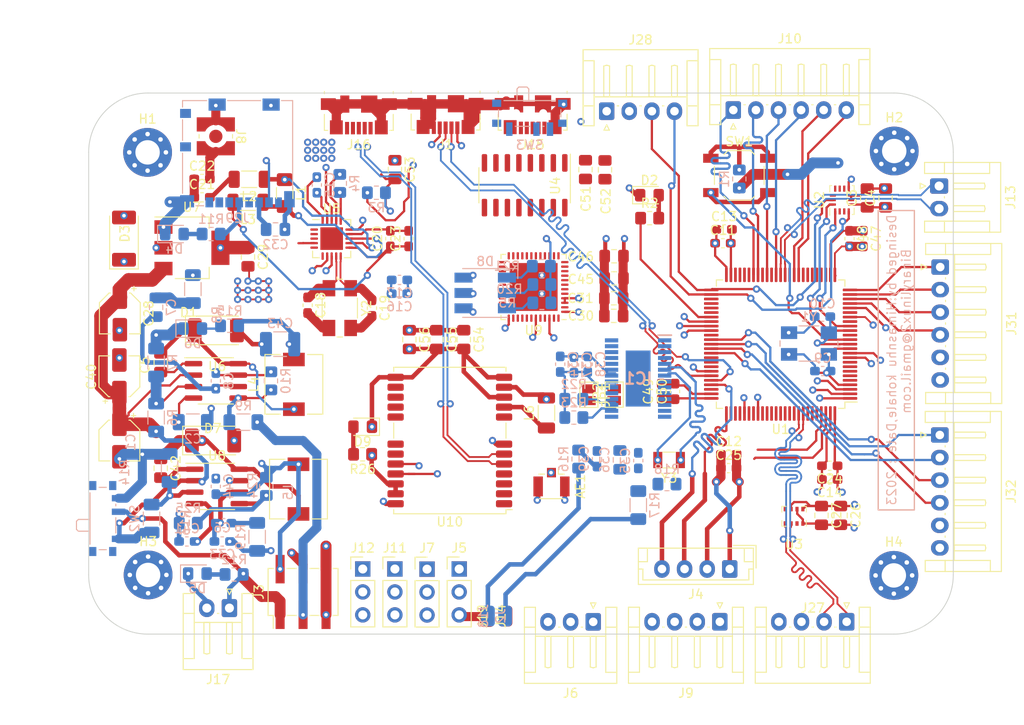
<source format=kicad_pcb>
(kicad_pcb (version 20221018) (generator pcbnew)
  (layers (0 "F.Cu" signal) (1 "In1.Cu" power "GND") (2 "In2.Cu" power "PWR") (31 "B.Cu" signal) (34 "B.Paste" user) (35 "F.Paste" user) (36 "B.SilkS" user "B.Silkscreen") (37 "F.SilkS" user "F.Silkscreen") (38 "B.Mask" user) (39 "F.Mask" user) (44 "Edge.Cuts" user))
  (net 0 "")
  (net 1 "RF_IN")
  (net 2 "AGND")
  (net 3 "VIN_TO_PARA")
  (net 4 "Net-(U6-SS)")
  (net 5 "3V3")
  (net 6 "Net-(D1-K)")
  (net 7 "Net-(U6-BOOT)")
  (net 8 "COMP_9V")
  (net 9 "Net-(C6-Pad2)")
  (net 10 "COMP")
  (net 11 "Net-(C7-Pad2)")
  (net 12 "Net-(U1-PH0)")
  (net 13 "Net-(U1-PH1)")
  (net 14 "Net-(U5-DVDD)")
  (net 15 "cr+")
  (net 16 "cr-")
  (net 17 "Net-(U5-VDD_PA)")
  (net 18 "Net-(J8-In)")
  (net 19 "Net-(C21-Pad2)")
  (net 20 "+3.3V")
  (net 21 "Net-(J29-VSS)")
  (net 22 "5V")
  (net 23 "Net-(IC1-SAG)")
  (net 24 "Net-(C35-Pad2)")
  (net 25 "Net-(IC1-VOUT)")
  (net 26 "Net-(IC1-VIN)")
  (net 27 "Net-(C39-Pad2)")
  (net 28 "Net-(U8-SS)")
  (net 29 "Net-(D7-K)")
  (net 30 "Net-(U8-BOOT)")
  (net 31 "9V")
  (net 32 "Net-(D2-A)")
  (net 33 "Net-(D4-A)")
  (net 34 "Net-(D5-A)")
  (net 35 "Net-(D6-A)")
  (net 36 "Net-(D8-RK)")
  (net 37 "Net-(D8-GK)")
  (net 38 "Net-(D8-BK)")
  (net 39 "LED_RED")
  (net 40 "LED_GREEN")
  (net 41 "LED_BLUE")
  (net 42 "Net-(D9-A)")
  (net 45 "Net-(IC1-CLKIN)")
  (net 46 "Net-(IC1-XFB)")
  (net 47 "CLKOUT")
  (net 48 "CS_SPI1")
  (net 49 "MOSI_SPI1")
  (net 50 "SCK_SPI1")
  (net 51 "MISO_SPI1")
  (net 52 "LOS")
  (net 57 "VS")
  (net 58 "HS")
  (net 62 "VIN")
  (net 63 "USB_ID")
  (net 64 "Net-(J2-Pin_1)")
  (net 65 "SYS_JTCK_SWCLK")
  (net 66 "SYS_JTMS_SWDIO")
  (net 67 "BUZZER")
  (net 68 "PPM_CAM")
  (net 69 "UART5_TX")
  (net 70 "UART5_RX")
  (net 71 "SERVO_1")
  (net 72 "UART7-")
  (net 73 "UART7+")
  (net 75 "D-")
  (net 76 "D+")
  (net 78 "USB_GPS-")
  (net 79 "USB_GPS+")
  (net 81 "Net-(J18-Pin_1)")
  (net 82 "SNG_DJI")
  (net 83 "SERVO_2")
  (net 84 "SERVO_3")
  (net 85 "SERVO_4")
  (net 86 "MISO_SPI2")
  (net 87 "MOSI_SPI2")
  (net 88 "SCK_SPI2")
  (net 89 "CS_SPI2")
  (net 93 "PWM1")
  (net 94 "PWM2")
  (net 95 "PWM3")
  (net 96 "PWM4")
  (net 97 "PWM5")
  (net 98 "PWM6")
  (net 99 "M1")
  (net 100 "M2")
  (net 101 "M3")
  (net 102 "M4")
  (net 103 "M5")
  (net 104 "M6")
  (net 105 "M7")
  (net 106 "M8")
  (net 107 "RXDP_ESP")
  (net 108 "TXDP_ESP_TO_STM32")
  (net 109 "TXDP_ESP")
  (net 110 "RXDP_ESP_TO_STM32")
  (net 111 "Net-(U5-ANT1)")
  (net 112 "Net-(U5-ANT2)")
  (net 113 "VCC_RF")
  (net 114 "Net-(SW1A-C)")
  (net 115 "Net-(SW3-C)")
  (net 116 "Net-(U5-IREF)")
  (net 117 "Net-(U6-EN)")
  (net 118 "Net-(U6-FB)")
  (net 119 "Net-(U8-EN)")
  (net 120 "Net-(U8-FB)")
  (net 121 "Net-(SW1A-D)")
  (net 122 "Net-(SW3-B)")
  (net 137 "SCL_I2C2")
  (net 138 "SDA_I2C2")
  (net 143 "CONTROL_LED")
  (net 225 "LAN_EN")
  (net 231 "USB_-")
  (net 232 "USB_+")
  (net 233 "I2C1+")
  (net 234 "I2C1-")
  (footprint "PADS:1-PIN" (layer "F.Cu") (at 162.075 120.075 90)
    (fp_text reference "J19")
    (fp_text value "Conn_01x01_Pin")
  )
  (footprint "Capacitor_SMD:C_0603_1608Metric_Pad1.08x0.95mm_HandSolder" (layer "F.Cu") (at 199.9985 104.902 180)
    (fp_text reference "C14")
    (fp_text value "100pf")
  )
  (footprint "Capacitor_SMD:C_0805_2012Metric_Pad1.18x1.45mm_HandSolder" (layer "F.Cu") (at 204.1405 73.73 90)
    (fp_text reference "C3")
    (fp_text value "100nf")
  )
  (footprint "Capacitor_SMD:C_0805_2012Metric_Pad1.18x1.45mm_HandSolder" (layer "F.Cu") (at 172.974 70.5905 90)
    (fp_text reference "C51")
    (fp_text value "100nf")
  )
  (footprint "Capacitor_SMD:C_0805_2012Metric_Pad1.18x1.45mm_HandSolder" (layer "F.Cu") (at 135.636 80.264 -90)
    (fp_text reference "C29")
    (fp_text value "0.1uf")
  )
  (footprint "Package_DFN_QFN:QFN-20-1EP_4x4mm_P0.5mm_EP2.5x2.5mm" (layer "F.Cu") (at 144.897 78.232)
    (fp_text reference "U5")
    (fp_text value "NRF24L01")
  )
  (footprint "Button_Switch_SMD:SW_SPST_TL3342" (layer "F.Cu") (at 189.992 71.236)
    (fp_text reference "SW1")
    (fp_text value "SW_Push_Dual_x2")
  )
  (footprint "Connector_JST:JST_EH_S2B-EH_1x02_P2.50mm_Horizontal" (layer "F.Cu") (at 212.0975 72.41 -90)
    (fp_text reference "J13")
    (fp_text value "Conn_01x02_Male")
  )
  (footprint "Package_TO_SOT_SMD:SOT-223-3_TabPin2" (layer "F.Cu") (at 129.438 79.248)
    (fp_text reference "U7")
    (fp_text value "AMS1117-3.3")
  )
  (footprint "Capacitor_SMD:C_0805_2012Metric_Pad1.18x1.45mm_HandSolder" (layer "F.Cu") (at 153.492 89.408 -90)
    (fp_text reference "C56")
    (fp_text value "100nf")
  )
  (footprint "Package_QFP:LQFP-100_14x14mm_P0.5mm" (layer "F.Cu") (at 194.564 89.916 180)
    (fp_text reference "U1")
    (fp_text value "STM32F722VCTx")
  )
  (footprint "Capacitor_SMD:C_0805_2012Metric_Pad1.18x1.45mm_HandSolder" (layer "F.Cu") (at 125.984 91.9695 -90)
    (fp_text reference "C5")
    (fp_text value "100nf")
  )
  (footprint "Crystal:Crystal_SMD_3215-2Pin_3.2x1.5mm" (layer "F.Cu") (at 182.225 102.743 180)
    (fp_text reference "Y3")
    (fp_text value "Crystal")
  )
  (footprint "Connector_Coaxial:U.FL_Hirose_U.FL-R-SMT-1_Vertical" (layer "F.Cu") (at 169.213 105.189 -90)
    (fp_text reference "AE1")
    (fp_text value "Antenna_Chip")
  )
  (footprint "Inductor_SMD:L_1206_3216Metric_Pad1.22x1.90mm_HandSolder" (layer "F.Cu") (at 135.636 74.2045 180)
    (fp_text reference "L3")
    (fp_text value "2.7nH")
  )
  (footprint "Capacitor_SMD:C_0603_1608Metric_Pad1.08x0.95mm_HandSolder" (layer "F.Cu") (at 203.708 78.232 -90)
    (fp_text reference "C47")
    (fp_text value "100pf")
  )
  (footprint "Inductor_SMD:L_6.3x6.3_H3" (layer "F.Cu") (at 140.716 94.366 90)
    (fp_text reference "L4")
    (fp_text value "22uH")
  )
  (footprint "Diode_SMD:D_2010_5025Metric_Pad1.52x2.65mm_HandSolder" (layer "F.Cu") (at 121.92 78.232 90)
    (fp_text reference "D3")
    (fp_text value "D_Zener")
  )
  (footprint "Capacitor_SMD:C_0603_1608Metric_Pad1.08x0.95mm_HandSolder" (layer "F.Cu") (at 199.9985 103.378 180)
    (fp_text reference "C24")
    (fp_text value "100pf")
  )
  (footprint "Connector_JST:JST_EH_S4B-EH_1x04_P2.50mm_Horizontal" (layer "F.Cu") (at 187.84 120.65 180)
    (fp_text reference "J9")
    (fp_text value "Conn_01x04_Pin")
  )
  (footprint "Capacitor_SMD:C_0603_1608Metric_Pad1.08x0.95mm_HandSolder" (layer "F.Cu") (at 202.184 78.232 -90)
    (fp_text reference "C48")
    (fp_text value "100pf")
  )
  (footprint "Connector_JST:JST_EH_S2B-EH_1x02_P2.50mm_Horizontal" (layer "F.Cu") (at 133.584 119.1335 180)
    (fp_text reference "J17")
    (fp_text value "Conn_01x02_Male")
  )
  (footprint "Inductor_SMD:L_1206_3216Metric_Pad1.22x1.90mm_HandSolder" (layer "F.Cu") (at 135.7745 71.6645 180)
    (fp_text reference "L2")
    (fp_text value "3.5nH")
  )
  (footprint "Package_LGA:Bosch_LGA-14_3x2.5mm_P0.5mm" (layer "F.Cu") (at 201.35 73.9625 90)
    (fp_text reference "U2")
    (fp_text value "BMI160")
  )
  (footprint "Connector_USB:USB_Micro-B_Molex_47346-0001" (layer "F.Cu") (at 147.9 64.54 180)
    (fp_text reference "J16")
    (fp_text value "USB_B_Mini")
  )
  (footprint "Connector_USB:USB_Micro-B_Molex_47346-0001" (layer "F.Cu") (at 157.5 64.5 180)
    (fp_text reference "J1")
    (fp_text value "USB_B_Mini")
  )
  (footprint "Capacitor_SMD:C_0603_1608Metric_Pad1.08x0.95mm_HandSolder" (layer "F.Cu") (at 188.182 78.74)
    (fp_text reference "C11")
    (fp_text value "100pf")
  )
  (footprint "Package_SO:SOIC-16_3.9x9.9mm_P1.27mm" (layer "F.Cu") (at 166.243 72.325 -90)
    (fp_text reference "U4")
    (fp_text value "CH340G")
  )
  (footprint "Resistor_SMD:R_0805_2012Metric_Pad1.20x1.40mm_HandSolder" (layer "F.Cu") (at 148.318 102.108 180)
    (fp_text reference "R26")
    (fp_text value "1k")
  )
  (footprint "MountingHole:MountingHole_2.7mm_M2.5_Pad_Via" (layer "F.Cu") (at 124.589 115.466)
    (fp_text reference "H3")
    (fp_text value "MountingHole_Pad")
  )
  (footprint "PADS:1-PIN" (layer "F.Cu") (at 164.125 120.025 90)
    (fp_text reference "J14")
    (fp_text value "Conn_01x01_Pin")
  )
  (footprint "RF_GPS:ublox_NEO" (layer "F.Cu") (at 157.97 100.584 180)
    (fp_text reference "U10")
    (fp_text value "NEO-8Q")
  )
  (footprint "Connector_PinHeader_2.54mm:PinHeader_1x03_P2.54mm_Vertical" (layer "F.Cu") (at 151.892 114.808)
    (fp_text reference "J11")
    (fp_text value "Conn_01x03_Pin")
  )
  (footprint "Capacitor_SMD:C_0805_2012Metric_Pad1.18x1.45mm_HandSolder" (layer "F.Cu") (at 176.138714 80.186 180)
    (fp_text reference "C46")
    (fp_text value "100nf")
  )
  (footprint "Resistor_SMD:R_0805_2012Metric_Pad1.20x1.40mm_HandSolder" (layer "F.Cu") (at 180.075 75.965)
    (fp_text reference "R2")
    (fp_text value "1k")
  )
  (footprint "Connector_USB:USB_Micro-B_Molex_47346-0001" (layer "F.Cu") (at 167.132 64.516 180)
    (fp_text reference "J15")
    (fp_text value "USB_B_Mini")
  )
  (footprint "Connector_JST:JST_EH_S3B-EH_1x03_P2.50mm_Horizontal" (layer "F.Cu") (at 173.83 120.6575 180)
    (fp_text reference "J6")
    (fp_text value "Conn_01x03_Pin")
  )
  (footprint "Capacitor_SMD:C_0603_1608Metric_Pad1.08x0.95mm_HandSolder" (layer "F.Cu") (at 188.8225 103.64)
    (fp_text reference "C25")
    (fp_text value "100pf")
  )
  (footprint "Capacitor_SMD:CP_Elec_4x3" (layer "F.Cu") (at 121.412 100.584 -90)
    (fp_text reference "C1")
    (fp_text value "10uf")
  )
  (footprint "Capacitor_SMD:C_0805_2012Metric_Pad1.18x1.45mm_HandSolder" (layer "F.Cu") (at 201.2 108.875 -90)
    (fp_text reference "C26")
    (fp_text value "100nf")
  )
  (footprint "Capacitor_SMD:CP_Elec_4x3" (layer "F.Cu") (at 121.464 86.516 -90)
    (fp_text reference "C28")
    (fp_text value "10uf")
  )
  (footprint "Package_SO:SOIC-8_3.9x4.9mm_P1.27mm" (layer "F.Cu") (at 132.08 93.98)
    (fp_text reference "U6")
    (fp_text value "TPS54233")
  )
  (footprint "Package_SO:SOIC-8_3.9x4.9mm_P1.27mm" (layer "F.Cu") (at 132.214 105.666)
    (fp_text reference "U8")
    (fp_text value "TPS54233")
  )
  (footprint "Capacitor_SMD:C_0805_2012Metric_Pad1.18x1.45mm_HandSolder" (layer "F.Cu") (at 176.101214 86.782 180)
    (fp_text reference "C30")
    (fp_text value "100nf")
  )
  (footprint "Jumper:SolderJumper-2_P1.3mm_Open_Pad1.0x1.5mm" (layer "F.Cu") (at 173.355 95.519 -90)
    (fp_text reference "JP1")
    (fp_text value "Jumper_2_Bridged")
  )
  (footprint "Connector_JST:JST_EH_S6B-EH_1x06_P2.50mm_Horizontal" (layer "F.Cu") (at 212.1737 99.9728 -90)
    (fp_text reference "J32")
    (fp_text value "Conn_01x06_Pin")
  )
  (footprint "LED_SMD:LED_0805_2012Metric_Pad1.15x1.40mm_HandSolder" (layer "F.Cu") (at 148.327 99.06 180)
    (fp_text reference "D9")
    (fp_text value "blue")
  )
  (footprint "Connector_PinHeader_2.54mm:PinHeader_1x03_P2.54mm_Vertical" (layer "F.Cu") (at 148.336 114.808)
    (fp_text reference "J12")
    (fp_text value "Conn_01x03_Pin")
  )
  (footprint "Capacitor_SMD:C_0603_1608Metric_Pad1.08x0.95mm_HandSolder" (layer "F.Cu") (at 149.352 85.925 -90)
    (fp_text reference "C19")
    (fp_text value "12pf")
  )
  (footprint "Inductor_SMD:L_1206_3216Metric_Pad1.22x1.90mm_HandSolder" (layer "F.Cu") (at 168.656 97.536 90)
    (fp_text reference "L6")
    (fp_text value "47nH")
  )
  (footprint "MountingHole:MountingHole_2.7mm_M2.5_Pad_Via" (layer "F.Cu") (at 207.089 115.516)
    (fp_text reference "H4")
    (fp_text value "MountingHole_Pad")
  )
  (footprint "Capacitor_SMD:C_0805_2012Metric_Pad1.18x1.45mm_HandSolder" (layer "F.Cu") (at 199.085 108.875 -90)
    (fp_text reference "C27")
    (fp_text value "100nf")
  )
  (footprint "Diode_SMD:D_2010_5025Metric_Pad1.52x2.65mm_HandSolder" (layer "F.Cu") (at 132.08 88.392)
    (fp_text reference "D1")
    (fp_text value "D_Zener")
  )
  (footprint "Connector_JST:JST_EH_B4B-EH-A_1x04_P2.50mm_Vertical" (layer "F.Cu") (at 188.936 114.808 180)
    (fp_text reference "J4")
    (fp_text value "Conn_01x04_Pin")
  )
  (footprint "Connector_JST:JST_EH_S4B-EH_1x04_P2.50mm_Horizontal" (layer "F.Cu") (at 175.32 64.1275)
    (fp_text reference "J28")
    (fp_text value "Conn_01x04_Pin")
  )
  (footprint "Connector_JST:JST_EH_S6B-EH_1x06_P2.50mm_Horizontal" (layer "F.Cu") (at 189.33 64.0005)
    (fp_text reference "J10")
    (fp_text value "Conn_01x06_Pin")
  )
  (footprint "Capacitor_SMD:C_0805_2012Metric_Pad1.18x1.45mm_HandSolder" (layer "F.Cu") (at 206.1725 73.73 90)
    (fp_text reference "C4")
    (fp_text value "100nf")
  )
  (footprint "Connector_PinHeader_2.54mm:PinHeader_1x03_P2.54mm_Vertical" (layer "F.Cu") (at 159.004 114.808)
    (fp_text reference "J5")
    (fp_text value "Conn_01x03_Pin")
  )
  (footprint "Connector_PinHeader_2.54mm:PinHeader_2x03_P2.54mm_Vertical_SMD" (layer "F.Cu") (at 141.732 117.348 90)
    (fp_text reference "J3")
    (fp_text value "Conn_01x06_Pin")
  )
  (footprint "Capacitor_SMD:C_0603_1608Metric_Pad1.08x0.95mm_HandSolder" (layer "F.Cu") (at 181.356 95.1495 90)
    (fp_text reference "C49")
    (fp_text value "100pf")
  )
  (footprint "Capacitor_SMD:CP_Elec_4x3" (layer "F.Cu") (at 121.412 93.472 90)
    (fp_text reference "C40")
    (fp_text value "10uf")
  )
  (footprint "LED_SMD:LED_0805_2012Metric_Pad1.15x1.40mm_HandSolder" (layer "F.Cu") (at 180.05 73.425)
    (fp_text reference "D2")
    (fp_text value "blue")
  )
  (footprint "Connector_Coaxial:WR-MMCX_Wuerth_66012102111404_Vertical" (layer "F.Cu") (at 132.08 66.91 -90)
    (fp_text reference "J8")
    (fp_text value "Conn_Coaxial")
  )
  (footprint "Package_LGA:Bosch_LGA-8_2x2.5mm_P0.65mm_ClockwisePinNumbering" (layer "F.Cu") (at 196.05 108.975 180)
    (fp_text reference "U3")
    (fp_text value "BMP280")
  )
  (footprint "Capacitor_SMD:C_0805_2012Metric_Pad1.18x1.45mm_HandSolder" (layer "F.Cu") (at 156.502 89.408 -90)
    (fp_text reference "C55")
    (fp_text value "100nf")
  )
  (footprint "MountingHole:MountingHole_2.7mm_M2.5_Pad_Via" (layer "F.Cu") (at 124.532109 68.684109)
    (fp_text reference "H1")
    (fp_text value "MountingHole_Pad")
  )
  (footprint "Capacitor_SMD:C_0805_2012Metric_Pad1.18x1.45mm_HandSolder" (layer "F.Cu") (at 125.984 103.6535 -90)
    (fp_text reference "C42")
    (fp_text value "100nf")
  )
  (footprint "Crystal:Crystal_SMD_0603-4Pin_6.0x3.5mm" (layer "F.Cu") (at 145.796 85.925 -90)
    (fp_text reference "Y2")
    (fp_text value "Crystal_GND23")
  )
  (footprint "Capacitor_SMD:C_0603_1608Metric_Pad1.08x0.95mm_HandSolder" (layer "F.Cu") (at 142.24 85.6035 -90)
    (fp_text reference "C18")
    (fp_text value "12pf")
  )
  (footprint "Inductor_SMD:L_1206_3216Metric_Pad1.42x1.75mm_HandSolder" (layer "F.Cu") (at 139.7 73.1885 -90)
    (fp_text reference "L1")
    (fp_text value "8.2nH")
  )
  (footprint "Capacitor_SMD:C_0603_1608Metric_Pad1.08x0.95mm_HandSolder" (layer "F.Cu") (at 130.556 73.66)
    (fp_text reference "C21")
    (fp_text value "1.5pf")
  )
  (footprint "Capacitor_SMD:C_0603_1608Metric_Pad1.08x0.95mm_HandSolder" (layer "F.Cu") (at 151.384 78.232 90)
    (fp_text reference "C20")
    (fp_text value "22nf")
  )
  (footprint "Capacitor_SMD:C_0603_1608Metric_Pad1.08x0.95mm_HandSolder" (layer "F.Cu") (at 130.556 71.628)
    (fp_text reference "C22")
    (fp_text value "1pf")
  )
  (footprint "Capacitor_SMD:C_0603_1608Metric_Pad1.08x0.95mm_HandSolder" (layer "F.Cu") (at 182.88 95.1495 90)
    (fp_text reference "C50")
    (fp_text value "100pf")
  )
  (footprint "Capacitor_SMD:C_0805_2012Metric_Pad1.18x1.45mm_HandSolder" (layer "F.Cu") (at 176.138714 82.636 180)
    (fp_text reference "C45")
    (fp_text value "100nf")
  )
  (footprint "Capacitor_SMD:C_0603_1608Metric_Pad1.08x0.95mm_HandSolder" (layer "F.Cu") (at 153.416 78.232 90)
    (fp_text reference "C23")
    (fp_text value "4.7pf")
  )
  (footprint "Inductor_SMD:L_6.3x6.3_H3" (layer "F.Cu") (at 141.224 105.962 90)
    (fp_text reference "L5")
    (fp_text value "29nH")
  )
  (footprint "Package_DFN_QFN:QFN-48-1EP_7x7mm_P0.5mm_EP5.3x5.3mm" (layer "F.Cu") (at 167.238 83.586 180)
    (fp_text reference "U9")
    (fp_text value "ESP32-PICO-D4")
  )
  (footprint "Connector_PinHeader_2.54mm:PinHeader_1x03_P2.54mm_Vertical" (layer "F.Cu") (at 155.448 114.823)
    (fp_text reference "J7")
    (fp_text value "Conn_01x03_Pin")
  )
  (footprint "Capacitor_SMD:C_0603_1608Metric_Pad1.08x0.95mm_HandSolder" (layer "F.Cu") (at 188.3145 77.208)
    (fp_text reference "C13")
    (fp_text value "100pf")
  )
  (footprint "Jumper:SolderJumper-2_P1.3mm_Open_Pad1.0x1.5mm" (layer "F.Cu") (at 176.149 95.504 90)
    (fp_text reference "JP2")
    (fp_text value "Jumper_2_Bridged")
  )
  (footprint "Capacitor_SMD:C_0603_1608Metric_Pad1.08x0.95mm_HandSolder" (layer "F.Cu") (at 188.8225 102.116)
    (fp_text reference "C12")
    (fp_text value "100pf")
  )
  (footprint "MountingHole:MountingHole_2.7mm_M2.5_Pad_Via" (layer "F.Cu") (at 207.132109 68.534109)
    (fp_text reference "H2")
    (fp_text value "MountingHole_Pad")
  )
  (footprint "Capacitor_SMD:C_0805_2012Metric_Pad1.18x1.45mm_HandSolder" (layer "F.Cu") (at 159.512 89.408 -90)
    (fp_text reference "C54")
    (fp_text value "100nf")
  )
  (footprint "Capacitor_SMD:C_0805_2012Metric_Pad1.18x1.45mm_HandSolder" (layer "F.Cu") (at 175.133 70.6125 90)
    (fp_text reference "C52")
    (fp_text value "100nf")
  )
  (footprint "Diode_SMD:D_2010_5025Metric_Pad1.52x2.65mm_HandSolder" (layer "F.Cu") (at 131.7745 100.584)
    (fp_text reference "D7")
    (fp_text value "D_Zener")
  )
  (footprint "Connector_JST:JST_EH_S4B-EH_1x04_P2.50mm_Horizontal" (layer "F.Cu") (at 201.87 120.65 180)
    (fp_text reference "J27")
    (fp_text value "Conn_01x04_Pin")
  )
  (footprint "Connector_JST:JST_EH_S6B-EH_1x06_P2.50mm_Horizontal" (layer "F.Cu") (at 212.217 81.38 -90)
    (fp_text reference "J31")
    (fp_text value "Conn_01x06_Pin")
  )
  (footprint "Capacitor_SMD:C_0805_2012Metric_Pad1.18x1.45mm_HandSolder" (layer "F.Cu") (at 176.101214 84.836 180)
    (fp_text reference "C31")
    (fp_text value "100nf")
  )
  (footprint "Capacitor_SMD:C_0805_2012Metric_Pad1.18x1.45mm_HandSolder" (layer "F.Cu") (at 151.892 70.5905 -90)
    (fp_text reference "C53")
    (fp_text value "100nf")
  )
  (footprint "Resistor_SMD:R_0805_2012Metric_Pad1.20x1.40mm_HandSolder" (layer "B.Cu") (at 133.604 87.884 180)
    (fp_text reference "R15")
    (fp_text value "1k")
  )
  (footprint "PADS:1-PIN" (layer "B.Cu") (at 164.084 120.015 -90)
    (fp_text reference "J2")
    (fp_text value "Conn_01x01_Pin")
  )
  (footprint "Resistor_SMD:R_1206_3216Metric_Pad1.30x1.75mm_HandSolder" (layer "B.Cu") (at 126.964 103.616 90)
    (fp_text reference "R14")
    (fp_text value "13.3K")
  )
  (footprint "Capacitor_SMD:C_0603_1608Metric_Pad1.08x0.95mm_HandSolder" (layer "B.Cu") (at 174.244 102.605524 -90)
    (fp_text reference "C39")
    (fp_text value "0.1uf")
  )
  (footprint "Resistor_SMD:R_1206_3216Metric_Pad1.30x1.75mm_HandSolder" (layer "B.Cu") (at 135.128 98.552 180)
    (fp_text reference "R9")
    (fp_text value "10k")
  )
  (footprint "Capacitor_SMD:C_0805_2012Metric_Pad1.18x1.45mm_HandSolder" (layer "B.Cu") (at 125.476 85.8305 90)
    (fp_text reference "C7")
    (fp_text value "1.8nf")
  )
  (footprint "Resistor_SMD:R_0805_2012Metric_Pad1.20x1.40mm_HandSolder" (layer "B.Cu") (at 145.796 72.12 90)
    (fp_text reference "R4")
    (fp_text value "22k")
  )
  (footprint "Capacitor_SMD:C_0805_2012Metric_Pad1.18x1.45mm_HandSolder" (layer "B.Cu") (at 176.784 102.727024 -90)
    (fp_text reference "C36")
    (fp_text value "0.1uf")
  )
  (footprint "at7456:SOP65P640X120-29N" (layer "B.Cu") (at 178.799 93.722 180)
    (fp_text reference "IC1")
    (fp_text value "AT7456E" hide)
  )
  (footprint "Capacitor_SMD:C_0603_1608Metric_Pad1.08x0.95mm_HandSolder" (layer "B.Cu") (at 132.789 111.76)
    (fp_text reference "C33")
    (fp_text value "1nf")
  )
  (footprint "Resistor_SMD:R_1206_3216Metric_Pad1.30x1.75mm_HandSolder" (layer "B.Cu") (at 129.54 83.82 90)
    (fp_text reference "R8")
    (fp_text value "48K")
  )
  (footprint "Resistor_SMD:R_1206_3216Metric_Pad1.30x1.75mm_HandSolder" (layer "B.Cu") (at 124.968 109.22 90)
    (fp_text reference "R13")
    (fp_text value "169K")
  )
  (footprint "Resistor_SMD:R_0805_2012Metric_Pad1.20x1.40mm_HandSolder" (layer "B.Cu") (at 189.992 71.628 -90)
    (fp_text reference "R1")
    (fp_text value "1k")
  )
  (footprint "Resistor_SMD:R_0805_2012Metric_Pad1.20x1.40mm_HandSolder" (layer "B.Cu") (at 134.103 115.414 180)
    (fp_text reference "R12")
    (fp_text value "1k")
  )
  (footprint "Capacitor_SMD:C_0603_1608Metric_Pad1.08x0.95mm_HandSolder" (layer "B.Cu") (at 199.222 92.894 180)
    (fp_text reference "C9")
    (fp_text value "12pf")
  )
  (footprint "Capacitor_SMD:C_0603_1608Metric_Pad1.08x0.95mm_HandSolder" (layer "B.Cu") (at 152.4 82.804)
    (fp_text reference "C17")
    (fp_text value "1nf")
  )
  (footprint "Connector_Card:microSD_HC_Molex_104031-0811" (layer "B.Cu") (at 134.468 68.772)
    (fp_text reference "J29")
    (fp_text value "Micro_SD_Card_Det2")
  )
  (footprint "Capacitor_SMD:C_0603_1608Metric_Pad1.08x0.95mm_HandSolder" (layer "B.Cu") (at 143.256 72.2895 90)
    (fp_text reference "C15")
    (fp_text value "3.3nf")
  )
  (footprint "Crystal:Crystal_SMD_0603-4Pin_6.0x3.5mm" (layer "B.Cu") (at 197.698 89.846 180)
    (fp_text reference "Y1")
    (fp_text value "Crystal_GND23_Small")
  )
  (footprint "Capacitor_SMD:C_0603_1608Metric_Pad1.08x0.95mm_HandSolder" (layer "B.Cu") (at 170.18 92.1335 90)
    (fp_text reference "C34")
    (fp_text value "0.1uf")
  )
  (footprint "LED_SMD:LED_RGB_5050-6" (layer "B.Cu") (at 161.885118 84.25 180)
    (fp_text reference "D8")
    (fp_text value "LED_RGB")
  )
  (footprint "PADS:1-PIN" (layer "B.Cu") (at 162.179 120.015 -90)
    (fp_text reference "J18")
    (fp_text value "Conn_01x01_Pin")
  )
  (footprint "Resistor_SMD:R_0805_2012Metric_Pad1.20x1.40mm_HandSolder" (layer "B.Cu") (at 138.176 93.98 90)
    (fp_text reference "R10")
    (fp_text value "1.96K")
  )
  (footprint "Capacitor_SMD:C_1206_3216Metric_Pad1.33x1.80mm_HandSolder" (layer "B.Cu") (at 129.54 98.552)
    (fp_text reference "C2")
    (fp_text value "8.2uf")
  )
  (footprint "Capacitor_SMD:C_0603_1608Metric_Pad1.08x0.95mm_HandSolder" (layer "B.Cu") (at 178.816 102.807024 -90)
    (fp_text reference "C35")
    (fp_text value "22pf")
  )
  (footprint "Capacitor_SMD:C_0603_1608Metric_Pad1.08x0.95mm_HandSolder" (layer "B.Cu") (at 132.08 105.664 90)
    (fp_text reference "C44")
    (fp_text value "100pf")
  )
  (footprint "Resistor_SMD:R_1206_3216Metric_Pad1.30x1.75mm_HandSolder" (layer "B.Cu") (at 125.476 91.948 90)
    (fp_text reference "R7")
    (fp_text value "13.3K")
  )
  (footprint "Capacitor_SMD:C_1210_3225Metric_Pad1.33x2.70mm_HandSolder" (layer "B.Cu") (at 139.192 89.916 180)
    (fp_text reference "C43")
    (fp_text value "47uf")
  )
  (footprint "Resistor_SMD:R_1206_3216Metric_Pad1.30x1.75mm_HandSolder" (layer "B.Cu") (at 136.652 111.252 -90)
    (fp_text reference "R19")
    (fp_text value "48K")
  )
  (footprint "Resistor_SMD:R_0805_2012Metric_Pad1.20x1.40mm_HandSolder" (layer "B.Cu") (at 171.688 96.012 180)
    (fp_text reference "R22")
    (fp_text value "1K")
  )
  (footprint "Resistor_SMD:R_1206_3216Metric_Pad1.30x1.75mm_HandSolder" (layer "B.Cu") (at 178.816 107.733524 90)
    (fp_text reference "R17")
    (fp_text value "150R")
  )
  (footprint "Button_Switch_SMD:SW_SPDT_PCM12" (layer "B.Cu") (at 119.894 109.22 90)
    (fp_text reference "SW2")
    (fp_text value "SW_SPDT")
  )
  (footprint "LED_SMD:LED_0805_2012Metric_Pad1.15x1.40mm_HandSolder" (layer "B.Cu") (at 129.524 88.196)
    (fp_text reference "D6")
    (fp_text value "blue")
  )
  (footprint "Resistor_SMD:R_0805_2012Metric_Pad1.20x1.40mm_HandSolder" (layer "B.Cu") (at 149.844 73.152)
    (fp_text reference "R3")
    (fp_text value "10K")
  )
  (footprint "Resistor_SMD:R_0805_2012Metric_Pad1.20x1.40mm_HandSolder" (layer "B.Cu") (at 168.095118 81.28)
    (fp_text reference "R21")
    (fp_text value "1k")
  )
  (footprint "Resistor_SMD:R_0805_2012Metric_Pad1.20x1.40mm_HandSolder" (layer "B.Cu") (at 168.148 85.344)
    (fp_text reference "R5")
    (fp_text value "1k")
  )
  (footprint "Resistor_SMD:R_0805_2012Metric_Pad1.20x1.40mm_HandSolder" (layer "B.Cu") (at 181.991 105.41 180)
    (fp_text reference "R18")
    (fp_text value "1K")
  )
  (footprint "Capacitor_SMD:C_0603_1608Metric_Pad1.08x0.95mm_HandSolder" (layer "B.Cu") (at 199.1955 86.868 180)
    (fp_text reference "C10")
    (fp_text value "12pf")
  )
  (footprint "LED_SMD:LED_0805_2012Metric_Pad1.15x1.40mm_HandSolder" (layer "B.Cu") (at 130.039 115.316)
    (fp_text reference "D5")
    (fp_text value "blue")
  )
  (footprint "Resistor_SMD:R_1206_3216Metric_Pad1.30x1.75mm_HandSolder" (layer "B.Cu") (at 125.476 98.044 90)
    (fp_text reference "R6")
    (fp_text value "169K")
  )
  (footprint "Resistor_SMD:R_0805_2012Metric_Pad1.20x1.40mm_HandSolder" (layer "B.Cu") (at 172.212 102.637524 -90)
    (fp_text reference "R16")
    (fp_text value "75R")
  )
  (footprint "LED_SMD:LED_0805_2012Metric_Pad1.15x1.40mm_HandSolder" (layer "B.Cu") (at 127.499 77.724)
    (fp_text reference "D4")
    (fp_text value "blue")
  )
  (footprint "Capacitor_SMD:C_0603_1608Metric_Pad1.08x0.95mm_HandSolder" (layer "B.Cu") (at 152.4 84.328)
    (fp_text reference "C16")
    (fp_text value "10nf")
  )
  (footprint "Capacitor_SMD:C_0603_1608Metric_Pad1.08x0.95mm_HandSolder" (layer "B.Cu") (at 132.08 93.98 90)
    (fp_text reference "C8")
    (fp_text value "68pf")
  )
  (footprint "Capacitor_SMD:C_0603_1608Metric_Pad1.08x0.95mm_HandSolder" (layer "B.Cu") (at 173.228 92.1335 90)
    (fp_text reference "C38")
    (fp_text value "0.1uf")
  )
  (footprint "Resistor_SMD:R_0805_2012Metric_Pad1.20x1.40mm_HandSolder" (layer "B.Cu") (at 168.148 83.312)
    (fp_text reference "R20")
    (fp_text value "1k")
  )
  (footprint "Resistor_SMD:R_0805_2012Metric_Pad1.20x1.40mm_HandSolder" (layer "B.Cu") (at 171.688 98.044 180)
    (fp_text reference "R23")
    (fp_text value "1K")
  )
  (footprint "Capacitor_SMD:C_0603_1608Metric_Pad1.08x0.95mm_HandSolder" (layer "B.Cu") (at 132.9425 109.728)
    (fp_text reference "C6")
    (fp_text value "10pf")
  )
  (footprint "Resistor_SMD:R_0805_2012Metric_Pad1.20x1.40mm_HandSolder" (layer "B.Cu") (at 131.563 77.724 180)
    (fp_text reference "R11")
    (fp_text value "1k")
  )
  (footprint "Resistor_SMD:R_0805_2012Metric_Pad1.20x1.40mm_HandSolder" (layer "B.Cu") (at 137.668 105.664 -90)
    (fp_text reference "R24")
    (fp_text value "8.2k")
  )
  (footprint "Capacitor_SMD:C_0603_1608Metric_Pad1.08x0.95mm_HandSolder" (layer "B.Cu") (at 171.704 92.213 90)
    (fp_text reference "C37")
    (fp_text value "0.1uf")
  )
  (footprint "Button_Switch_SMD:SW_SPDT_PCM12" (layer "B.Cu") (at 166.8 64.68)
    (fp_text reference "SW3")
    (fp_text value "SW_SPDT")
  )
  (footprint "Resistor_SMD:R_0805_2012Metric_Pad1.20x1.40mm_HandSolder" (layer "B.Cu") (at 129.032 109.728 180)
    (fp_text reference "R25")
    (fp_text value "1k")
  )
  (footprint "Capacitor_SMD:C_0603_1608Metric_Pad1.08x0.95mm_HandSolder" (layer "B.Cu") (at 128.8785 111.76 180)
    (fp_text reference "C41")
    (fp_text value "8.2nf")
  )
  (footprint "Capacitor_SMD:C_0805_2012Metric_Pad1.18x1.45mm_HandSolder" (layer "B.Cu") (at 138.684 77.216)
    (fp_text reference "C32")
    (fp_text value "100nf")
  )
  (gr_rect (start 205.359 75.1205) (end 209.3595 108.2675) (stroke (width 0.15)) (fill none) (layer "B.SilkS"))
  (gr_arc (start 213.664 115.466) (mid 211.745549 120.097549) (end 207.114 122.016) (stroke (width 0.1)) (layer "Edge.Cuts"))
  (gr_line (start 213.664 68.666) (end 213.664 115.466) (stroke (width 0.1)) (layer "Edge.Cuts"))
  (gr_line (start 124.564 122.016) (end 207.114 122.016) (stroke (width 0.1)) (layer "Edge.Cuts"))
  (gr_arc (start 124.564 122.016) (mid 119.932451 120.097549) (end 118.014 115.466) (stroke (width 0.1)) (layer "Edge.Cuts"))
  (gr_line (start 124.564 62.116) (end 207.114 62.116) (stroke (width 0.1)) (layer "Edge.Cuts"))
  (gr_arc (start 207.114 62.116) (mid 211.745549 64.034451) (end 213.664 68.666) (stroke (width 0.1)) (layer "Edge.Cuts"))
  (gr_arc (start 118.014 68.666) (mid 119.932451 64.034451) (end 124.564 62.116) (stroke (width 0.1)) (layer "Edge.Cuts"))
  (gr_line (start 118.014 68.666) (end 118.014 115.466) (stroke (width 0.1)) (layer "Edge.Cuts"))
  (gr_text "Desinged by:Himasnhu kohale,Date : 2023\n     Binarylinux2@gmail.com" (at 209.042 75.485625 90) (layer "B.SilkS") (effects (font (size 1 1) (thickness 0.125)) (justify left bottom mirror)))
  (via (at 144.907 67.564) (size 0.8) (drill 0.4) (layers "F.Cu" "B.Cu") (net 0))
  (via (at 142.24 67.564) (size 0.8) (drill 0.4) (layers "F.Cu" "B.Cu") (net 0))
  (via (at 142.24 68.453) (size 0.8) (drill 0.4) (layers "F.Cu" "B.Cu") (net 0))
  (via (at 143.129 69.342) (size 0.8) (drill 0.4) (layers "F.Cu" "B.Cu") (net 0))
  (via (at 142.24 69.342) (size 0.8) (drill 0.4) (layers "F.Cu" "B.Cu") (net 0))
  (via (at 144.018 69.342) (size 0.8) (drill 0.4) (layers "F.Cu" "B.Cu") (net 0))
  (via (at 144.018 67.564) (size 0.8) (drill 0.4) (layers "F.Cu" "B.Cu") (net 0))
  (via (at 144.018 68.453) (size 0.8) (drill 0.4) (layers "F.Cu" "B.Cu") (net 0))
  (via (at 144.907 69.342) (size 0.8) (drill 0.4) (layers "F.Cu" "B.Cu") (net 0))
  (via (at 143.129 68.453) (size 0.8) (drill 0.4) (layers "F.Cu" "B.Cu") (net 0))
  (via (at 143.129 67.564) (size 0.8) (drill 0.4) (layers "F.Cu" "B.Cu") (net 0))
  (via (at 144.907 68.453) (size 0.8) (drill 0.4) (layers "F.Cu" "B.Cu") (net 0))
  (segment (start 168.7945 96.012) (end 168.656 95.8735) (width 0.5) (layer "F.Cu") (net 1))
  (segment (start 168.2865 95.504) (end 168.656 95.8735) (width 0.5) (layer "F.Cu") (net 1))
  (segment (start 168.656 95.8735) (end 168.656 96.012) (width 0.5) (layer "F.Cu") (net 1))
  (segment (start 168.656 96.012) (end 168.7945 96.012) (width 0.5) (layer "F.Cu") (net 1))
  (segment (start 166.116 95.504) (end 168.2865 95.504) (width 0.5) (layer "F.Cu") (net 1))
  (segment (start 165.296 94.684) (end 166.116 95.504) (width 0.5) (layer "F.Cu") (net 1))
  (segment (start 163.97 94.684) (end 165.296 94.684) (width 0.5) (layer "F.Cu") (net 1))
  (via (at 168.656 96.012) (size 0.8) (drill 0.4) (layers "F.Cu" "B.Cu") (net 1))
  (via (at 169.164 104.14) (size 0.8) (drill 0.4) (layers "F.Cu" "B.Cu") (net 1))
  (via (at 168.656 96.012) (size 0.8) (drill 0.4) (layers "F.Cu" "B.Cu") (net 1))
  (segment (start 159.004 119.888) (end 159.191 120.075) (width 1) (layer "F.Cu") (net 2))
  (segment (start 131.4185 71.628) (end 131.4185 69.2415) (width 1) (layer "F.Cu") (net 2))
  (segment (start 136.779 83.947) (end 135.636 83.947) (width 0.2) (layer "F.Cu") (net 2))
  (segment (start 159.766 63.3) (end 160.875 63.3) (width 1) (layer "F.Cu") (net 2))
  (segment (start 144.78 72.136) (end 145.796 71.12) (width 0.25) (layer "F.Cu") (net 2))
  (segment (start 202.7 110.25) (end 202.3625 109.9125) (width 0.25) (layer "F.Cu") (net 2))
  (segment (start 197.025 109.775) (end 198.9475 109.775) (width 0.25) (layer "F.Cu") (net 2))
  (segment (start 196.4 108.7) (end 197.025 109.325) (width 0.25) (layer "F.Cu") (net 2))
  (segment (start 162.332 95.784) (end 159.512 92.964) (width 0.5) (layer "F.Cu") (net 2))
  (segment (start 134.4175 88.392) (end 134.62 88.392) (width 0.5) (layer "F.Cu") (net 2))
  (segment (start 202.191 86.868) (end 202.239 86.916) (width 0.2) (layer "F.Cu") (net 2))
  (segment (start 203.708 79.0945) (end 203.6055 79.0945) (width 1) (layer "F.Cu") (net 2))
  (segment (start 175.063714 80.2235) (end 175.101214 80.186) (width 1) (layer "F.Cu") (net 2))
  (segment (start 179.025 73.425) (end 178.625 73.425) (width 0.5) (layer "F.Cu") (net 2))
  (segment (start 145.397 76.2945) (end 145.397 74.277) (width 0.25) (layer "F.Cu") (net 2))
  (segment (start 189.685 104.849) (end 189.992 105.156) (width 1) (layer "F.Cu") (net 2))
  (segment (start 175.063714 78.428286) (end 175.063714 80.2235) (width 0.25) (layer "F.Cu") (net 2))
  (segment (start 195.326 71.12) (end 191.516 71.12) (width 1.2) (layer "F.Cu") (net 2))
  (segment (start 159.512 90.4455) (end 153.492 90.4455) (width 0.5) (layer "F.Cu") (net 2))
  (segment (start 191.516 71.12) (end 189.992 72.644) (width 1.2) (layer "F.Cu") (net 2))
  (segment (start 149.352 86.7875) (end 149.352 86.941) (width 1) (layer "F.Cu") (net 2))
  (segment (start 203.3705 73.4625) (end 204.1405 72.6925) (width 0.25) (layer "F.Cu") (net 2))
  (segment (start 134.555 93.345) (end 137.811 93.345) (width 0.25) (layer "F.Cu") (net 2))
  (segment (start 186.889 95.416) (end 184.824 95.416) (width 0.25) (layer "F.Cu") (net 2))
  (segment (start 146.8425 77.724) (end 148.213 77.724) (width 0.25) (layer "F.Cu") (net 2))
  (segment (start 136.144 89.916) (end 137.16 89.916) (width 0.5) (layer "F.Cu") (net 2))
  (segment (start 163.97 93.584) (end 162.164 93.584) (width 0.5) (layer "F.Cu") (net 2))
  (segment (start 134.62 88.392) (end 136.144 89.916) (width 0.5) (layer "F.Cu") (net 2))
  (segment (start 150.3875 64.2275) (end 151.275 63.34) (width 1) (layer "F.Cu") (net 2))
  (segment (start 150.3875 65.915) (end 150.3875 64.2275) (width 1) (layer "F.Cu") (net 2))
  (segment (start 152.0205 69.4245) (end 151.892 69.553) (width 0.25) (layer "F.Cu") (net 2))
  (segment (start 167.738 105.664) (end 167.738 107.09) (width 0.5) (layer "F.Cu") (net 2))
  (segment (start 146.35 63.34) (end 144.525 63.34) (width 1) (layer "F.Cu") (net 2))
  (segment (start 206.078 72.6925) (end 206.0405 72.655) (width 0.25) (layer "F.Cu") (net 2))
  (segment (start 165.582 63.316) (end 168.282 63.316) (width 0.5) (layer "F.Cu") (net 2))
  (segment (start 121.412 88.368) (end 121.464 88.316) (width 1.5) (layer "F.Cu") (net 2))
  (segment (start 201.3215 79.0945) (end 202.184 79.0945) (width 0.2) (layer "F.Cu") (net 2))
  (segment (start 134.493 82.931) (end 134.493 84.963) (width 0.2) (layer "F.Cu") (net 2))
  (segment (start 183.081 94.488) (end 182.88 94.287) (width 0.25) (layer "F.Cu") (net 2))
  (segment (start 203.5945 79.0945) (end 202.184 79.0945) (width 1) (layer "F.Cu") (net 2))
  (segment (start 170.507 63.316) (end 168.282 63.316) (width 0.5) (layer "F.Cu") (net 2))
  (segment (start 159.9875 63.5215) (end 163.5515 63.5215) (width 1) (layer "F.Cu") (net 2))
  (segment (start 155.0125 65.875) (end 155.0975 65.96) (width 0.25) (layer "F.Cu") (net 2))
  (segment (start 175.063714 86.782) (end 175.063714 80.2235) (width 1) (layer "F.Cu") (net 2))
  (segment (start 135.763 82.804) (end 135.763 81.4285) (width 0.2) (layer "F.Cu") (net 2))
  (segment (start 155.194 63.3) (end 155.194 64.897) (width 1) (layer "F.Cu") (net 2))
  (segment (start 199.136 105.7405) (end 198.5985 106.278) (width 0.25) (layer "F.Cu") (net 2))
  (segment (start 137.922 83.947) (end 134.493 83.947) (width 0.2) (layer "F.Cu") (net 2))
  (segment (start 155.59225 65.29525) (end 155.46525 65.42225) (width 1) (layer "F.Cu") (net 2))
  (segment (start 160.875 64.9875) (end 159.9875 65.875) (width 1) (layer "F.Cu") (net 2))
  (segment (start 149.352 94.376) (end 150.144 93.584) (width 0.5) (layer "F.Cu") (net 2))
  (segment (start 156.502 90.894) (end 156.502 90.4455) (width 0.5) (layer "F.Cu") (net 2))
  (segment (start 143.899 88.125) (end 144.596 88.125) (width 1) (layer "F.Cu") (net 2))
  (segment (start 149.352 86.941) (end 148.168 88.125) (width 1) (layer "F.Cu") (net 2))
  (segment (start 134.555 93.345) (end 132.461 93.345) (width 0.25) (layer "F.Cu") (net 2))
  (segment (start 155.194 63.3) (end 155.95 63.3) (width 1) (layer "F.Cu") (net 2))
  (segment (start 199.644 102.87) (end 199.136 103.378) (width 0.25) (layer "F.Cu") (net 2))
  (segment (start 155.194 64.897) (end 155.59225 65.29525) (width 1) (layer "F.Cu") (net 2))
  (segment (start 159.9875 63.5215) (end 159.766 63.3) (width 1) (layer "F.Cu") (net 2))
  (segment (start 175.26 78.232) (end 175.26 80.027214) (width 0.25) (layer "F.Cu") (net 2))
  (segment (start 189.177 77.208) (end 189.0445 77.3405) (width 0.25) (layer "F.Cu") (net 2))
  (segment (start 148.213 77.724) (end 148.721 77.216) (width 0.25) (layer "F.Cu") (net 2))
  (segment (start 203.938 91.416) (end 202.239 91.416) (width 0.25) (layer "F.Cu") (net 2))
  (segment (start 203.916 86.916) (end 202.239 86.916) (width 0.2) (layer "F.Cu") (net 2))
  (segment (start 145.4125 65.915) (end 145.4125 64.2275) (width 1) (layer "F.Cu") (net 2))
  (segment (start 144.78 73.66) (end 144.78 72.136) (width 0.25) (layer "F.Cu") (net 2))
  (segment (start 145.4125 64.2775) (end 146.35 63.34) (width 1) (layer "F.Cu") (net 2))
  (segment (start 155.0975 65.96) (end 156.2 65.96) (width 0.25) (layer "F.Cu") (net 2))
  (segment (start 160.875 63.3) (end 160.875 64.9875) (width 1) (layer "F.Cu") (net 2))
  (segment (start 184.824 95.416) (end 183.896 94.488) (width 0.25) (layer "F.Cu") (net 2))
  (segment (start 132.08 65.2) (end 132.08 64.008) (width 1) (layer "F.Cu") (net 2))
  (segment (start 189.064 82.241) (end 189.064 78.7595) (width 0.25) (layer "F.Cu") (net 2))
  (segment (start 169.6195 65.891) (end 169.6195 64.3145) (width 1) (layer "F.Cu") (net 2))
  (segment (start 148.168 88.125) (end 146.996 88.125) (width 1) (layer "F.Cu") (net 2))
  (segment (start 151.2305 77.216) (end 151.384 77.3695) (width 0.25) (layer "F.Cu") (net 2))
  (segment (start 204.8 87.8) (end 203.916 86.916) (width 0.2) (layer "F.Cu") (net 2))
  (segment (start 178.625 73.425) (end 177.825 72.625) (width 0.5) (layer "F.Cu") (net 2))
  (segment (start 189.064 78.7595) (end 189.0445 78.74) (width 0.25) (layer "F.Cu") (net 2))
  (segment (start 199.644 99.822) (end 199.644 102.87) (width 0.25) (layer "F.Cu") (net 2))
  (segment (start 196.4 108.2) (end 196.4 108.7) (width 0.25) (layer "F.Cu") (net 2))
  (segment (start 159.9875 65.875) (end 159.9875 63.5215) (width 1) (layer "F.Cu") (net 2))
  (segment (start 164.211 62.992) (end 164.369 63.15) (width 1) (layer "F.Cu") (net 2))
  (segment (start 145.4125 64.2275) (end 144.525 63.34) (width 1) (layer "F.Cu") (net 2))
  (segment (start 142.24 74.168) (end 142.24 72.443) (width 0.25) (layer "F.Cu") (net 2))
  (segment (start 121.412 88.392) (end 121.412 88.368) (width 1.5) (layer "F.Cu") (net 2))
  (segment (start 175.26 80.027214) (end 175.101214 80.186) (width 0.25) (layer "F.Cu") (net 2))
  (segment (start 144.272 114.823) (end 144.272 112.268) (width 1.2) (layer "F.Cu") (net 2))
  (segment (start 189.992 106.808) (end 189.992 105.156) (width 0.5) (layer "F.Cu") (net 2))
  (segment (start 158.65 63.3) (end 144.565 63.3) (width 1) (layer "F.Cu") (net 2))
  (segment (start 159.512 90.932) (end 159.512 90.4455) (width 0.5) (layer "F.Cu") (net 2))
  (segment (start 156.2 65.903) (end 155.59225 65.29525) (width 0.25) (layer "F.Cu") (net 2))
  (segment (start 159.512 92.964) (end 159.512 90.4455) (width 0.5) (layer "F.Cu") (net 2))
  (segment (start 189.685 103.64) (end 189.685 104.849) (width 1) (layer "F.Cu") (net 2))
  (segment (start 131.4185 69.2415) (end 132.08 68.58) (width 1) (layer "F.Cu") (net 2))
  (segment (start 143.897 76.2945) (end 143.897 75.825) (width 0.25) (layer "F.Cu") (net 2))
  (segment (start 144.897 81.163) (end 144.897 80.1695) (width 0.25) (layer "F.Cu") (net 2))
  (segment (start 150.3875 64.6775) (end 149.05 63.34) (width 1) (layer "F.Cu") (net 2))
  (segment (start 144.565 63.3) (end 144.525 63.34) (width 1) (layer "F.Cu") (net 2))
  (segment (start 196.375 108.175) (end 196.4 108.2) (width 0.25) (layer "F.Cu") (net 2))
  (segment (start 200.064 97.591) (end 200.064 99.402) (width 0.25) (layer "F.Cu") (net 2))
  (segment (start 148.721 77.216) (end 151.2305 77.216) (width 0.25) (layer "F.Cu") (net 2))
  (segment (start 150.3875 65.915) (end 150.3875 64.6775) (width 1) (layer "F.Cu") (net 2))
  (segment (start 151.97 93.584) (end 153.812 93.584) (width 0.5) (layer "F.Cu") (net 2))
  (segment (start 135.763 81.4285) (end 135.636 81.3015) (width 0.2) (layer "F.Cu") (net 2))
  (segment (start 155.95 64.9375) (end 155.59225 65.29525) (width 1) (layer "F.Cu") (net 2))
  (segment (start 149.352 99.06) (end 149.352 94.376) (width 0.5) (layer "F.Cu") (net 2))
  (segment (start 200.564 82.241) (end 200.66 82.337) (width 0.2) (layer "F.Cu") (net 2))
  (segment (start 164.369 63.15) (end 165.582 63.15) (width 1) (layer "F.Cu") (net 2))
  (segment (start 145.4125 65.915) (end 145.4125 64.2775) (width 1) (layer "F.Cu") (net 2))
  (segment (start 144.272 81.788) (end 144.897 81.163) (width 0.25) (layer "F.Cu") (net 2))
  (segment (start 150.891 107.584) (end 151.97 107.584) (width 0.5) (layer "F.Cu") (net 2))
  (segment (start 134.493 84.963) (end 137.922 84.963) (width 0.2) (layer "F.Cu") (net 2))
  (segment (start 142.24 86.466) (end 143.899 88.125) (width 1) (layer "F.Cu") (net 2))
  (segment (start 151.384 77.3695) (end 153.416 77.3695) (width 0.25) (layer "F.Cu") (net 2))
  (segment (start 167.738 107.09) (end 167.64 107.188) (width 0.5) (layer "F.Cu") (net 2))
  (segment (start 163.757 63.316) (end 163.733 63.34) (width 1) (layer "F.Cu") (net 2))
  (segment (start 132.461 93.345) (end 132.08 92.964) (width 0.25) (layer "F.Cu") (net 2))
  (segment (start 202.3625 73.4625) (end 203.3705 73.4625) (width 0.25) (layer "F.Cu") (net 2))
  (segment (start 203.6055 79.0945) (end 203.6 79.1) (width 1) (layer "F.Cu") (net 2))
  (segment (start 145.397 74.277) (end 144.78 73.66) (width 0.25) (layer "F.Cu") (net 2))
  (segment (start 202.3625 73.9625) (end 202.3625 73.4625) (width 0.25) (layer "F.Cu") (net 2))
  (segment (start 162.164 93.584) (end 159.512 90.932) (width 0.5) (layer "F.Cu") (net 2))
  (segment (start 135.636 82.931) (end 135.763 82.804) (width 0.2) (layer "F.Cu") (net 2))
  (segment (start 186.436 110.364) (end 189.992 106.808) (width 0.5) (layer "F.Cu") (net 2))
  (segment (start 189.685 102.116) (end 189.685 103.64) (width 1) (layer "F.Cu") (net 2))
  (segment (start 163.733 63.34) (end 144.525 63.34) (width 1) (layer "F.Cu") (net 2))
  (segment (start 198.9475 109.775) (end 199.085 109.9125) (width 0.25) (layer "F.Cu") (net 2))
  (segment (start 143.897 75.825) (end 142.24 74.168) (width 0.25) (layer "F.Cu") (net 2))
  (segment (start 153.812 93.584) (end 156.502 90.894) (width 0.5) (layer "F.Cu") (net 2))
  (segment (start 163.757 63.316) (end 163.887 63.316) (width 1) (layer "F.Cu") (net 2))
  (segment (start 155.95 63.3) (end 155.95 64.9375) (width 1) (layer "F.Cu") (net 2))
  (segment (start 158.65 63.3) (end 159.766 63.3) (width 1) (layer "F.Cu") (net 2))
  (segment (start 163.887 63.316) (end 164.211 62.992) (width 1) (layer "F.Cu") (net 2))
  (segment (start 202.3625 109.9125) (end 201.2 109.9125) (width 0.25) (layer "F.Cu") (net 2))
  (segment (start 199.136 104.902) (end 199.136 105.7405) (width 0.25) (layer "F.Cu") (net 2))
  (segment (start 206.003 72.6925) (end 204.1405 72.6925) (width 0.25) (layer "F.Cu") (net 2))
  (segment (start 200.564 82.241) (end 200.564 79.852) (width 0.2) (layer "F.Cu") (net 2))
  (segment (start 183.896 94.488) (end 183.081 94.488) (width 0.25) (layer "F.Cu") (net 2))
  (segment (start 146.8345 77.732) (end 146.8425 77.724) (width 0.25) (layer "F.Cu") (net 2))
  (segment (start 169.6195 64.3145) (end 170.561 63.373) (width 1) (layer "F.Cu") (net 2))
  (segment (start 150.144 93.584) (end 151.97 93.584) (width 0.5) (layer "F.Cu") (net 2))
  (segment (start 142.24 72.443) (end 143.256 71.427) (width 0.25) (layer "F.Cu") (net 2))
  (segment (start 150.622 107.315) (end 150.891 107.584) (width 0.5) (layer "F.Cu") (net 2))
  (segment (start 156.003 65.96) (end 155.46525 65.42225) (width 0.25) (layer "F.Cu") (net 2))
  (segment (start 154.125 63.3) (end 155.194 63.3) (width 1) (layer "F.Cu") (net 2))
  (segment (start 170.688 105.664) (end 170.688 107.188) (width 0.5) (layer "F.Cu") (net 2))
  (segment (start 156.2 65.96) (end 156.003 65.96) (width 0.25) (layer "F.Cu") (net 2))
  (segment (start 204.597 92.075) (end 203.938 91.416) (width 0.25) (layer "F.Cu") (net 2))
  (segment (start 203.6 79.1) (end 203.5945 79.0945) (width 1) (layer "F.Cu") (net 2))
  (segment (start 163.5515 63.5215) (end 163.757 63.316) (width 1) (layer "F.Cu") (net 2))
  (segment (start 136.779 82.931) (end 137.922 82.931) (width 0.2) (layer "F.Cu") (net 2))
  (segment (start 200.564 79.852) (end 201.3215 79.0945) (width 0.2) (layer "F.Cu") (net 2))
  (segment (start 200.064 99.402) (end 199.644 99.822) (width 0.25) (layer "F.Cu") (net 2))
  (segment (start 159.191 120.075) (end 162.075 120.075) (width 1) (layer "F.Cu") (net 2))
  (segment (start 201.2 109.9125) (end 199.085 109.9125) (width 0.25) (layer "F.Cu") (net 2))
  (segment (start 137.811 93.345) (end 138.176 92.98) (width 0.25) (layer "F.Cu") (net 2))
  (segment (start 181.356 94.287) (end 182.88 94.287) (width 1) (layer "F.Cu") (net 2))
  (segment (start 197.025 109.325) (end 197.025 109.775) (width 0.25) (layer "F.Cu") (net 2))
  (segment (start 137.922 82.931) (end 137.922 84.963) (width 0.2) (layer "F.Cu") (net 2))
  (segment (start 156.2 65.96) (end 156.2 65.903) (width 0.25) (layer "F.Cu") (net 2))
  (segment (start 199.136 103.378) (end 199.136 104.902) (width 0.25) (layer "F.Cu") (net 2))
  (segment (start 206.0405 72.655) (end 206.003 72.6925) (width 0.25) (layer "F.Cu") (net 2))
  (segment (start 206.1725 72.6925) (end 206.078 72.6925) (width 0.25) (layer "F.Cu") (net 2))
  (segment (start 144.272 112.268) (end 144.272 119.873) (width 1.2) (layer "F.Cu") (net 2))
  (segment (start 155.46525 65.42225) (end 155.0125 65.875) (width 1) (layer "F.Cu") (net 2))
  (segment (start 175.26 78.232) (end 175.063714 78.428286) (width 0.25) (layer "F.Cu") (net 2))
  (segment (start 189.0445 77.3405) (end 189.0445 78.74) (width 0.25) (layer "F.Cu") (net 2))
  (segment (start 163.97 95.784) (end 162.332 95.784) (width 0.5) (layer "F.Cu") (net 2))
  (segment (start 186.436 114.808) (end 186.436 110.364) (width 0.5) (layer "F.Cu") (net 2))
  (segment (start 151.275 63.34) (end 149.05 63.34) (width 1) (layer "F.Cu") (net 2))
  (via (at 204.8 87.8) (size 0.8) (drill 0.4) (layers "F.Cu" "B.Cu") (net 2))
  (via (at 150.622 107.315) (size 0.8) (drill 0.4) (layers "F.Cu" "B.Cu") (net 2))
  (via (at 133.604 105.031) (size 0.8) (drill 0.4) (layers "F.Cu" "B.Cu") (net 2))
  (via (at 136.779 84.963) (size 0.8) (drill 0.4) (layers "F.Cu" "B.Cu") (net 2))
  (via (at 132.08 104.648) (size 0.8) (drill 0.4) (layers "F.Cu" "B.Cu") (net 2))
  (via (at 129.54 82.296) (size 0.8) (drill 0.4) (layers "F.Cu" "B.Cu") (net 2))
  (via (at 168.656 78.232) (size 0.8) (drill 0.4) (layers "F.Cu" "B.Cu") (net 2))
  (via (at 175.26 78.232) (size 0.8) (drill 0.4) (layers "F.Cu" "B.Cu") (net 2))
  (via (at 144.272 81.788) (size 0.8) (drill 0.4) (layers "F.Cu" "B.Cu") (net 2))
  (via (at 189.992 72.644) (size 0.8) (drill 0.4) (layers "F.Cu" "B.Cu") (net 2))
  (via (at 126.288 76.948) (size 0.8) (drill 0.4) (layers "F.Cu" "B.Cu") (net 2))
  (via (at 137.922 82.931) (size 0.8) (drill 0.4) (layers "F.Cu" "B.Cu") (net 2))
  (via (at 136.779 83.947) (size 0.8) (drill 0.4) (layers "F.Cu" "B.Cu") (net 2))
  (via (at 121.412 88.392) (size 0.8) (drill 0.4) (layers "F.Cu" "B.Cu") (net 2))
  (via (at 137.922 83.947) (size 0.8) (drill 0.4) (layers "F.Cu" "B.Cu") (net 2))
  (via (at 137.668 69.596) (size 0.8) (drill 0.4) (layers "F.Cu" "B.Cu") (net 2))
  (via (at 189.992 105.156) (size 0.8) (drill 0.4) (layers "F.Cu" "B.Cu") (net 2))
  (via (at 202.184 79.0945) (size 0.8) (drill 0.4) (layers "F.Cu" "B.Cu") (net 2))
  (via (at 206.0405 72.655) (size 0.8) (drill 0.4) (layers "F.Cu" "B.Cu") (net 2))
  (via (at 121.412 102.616) (size 0.8) (drill 0.4) (layers "F.Cu" "B.Cu") (net 2))
  (via (at 172.466 65.278) (size 0.8) (drill 0.4) (layers "F.Cu" "B.Cu") (net 2))
  (via (at 137.16 89.916) (size 0.8) (drill 0.4) (layers "F.Cu" "B.Cu") (net 2))
  (via (at 195.453 91.059) (size 0.8) (drill 0.4) (layers "F.Cu" "B.Cu") (net 2))
  (via (at 149.352 99.06) (size 0.8) (drill 0.4) (layers "F.Cu" "B.Cu") (net 2))
  (via (at 134.493 84.963) (size 0.8) (drill 0.4) (layers "F.Cu" "B.Cu") (net 2))
  (via (at 133.604 111.76) (size 0.8) (drill 0.4) (layers "F.Cu" "B.Cu") (net 2))
  (via (at 121.412 91.44) (size 0.8) (drill 0.4) (layers "F.Cu" "B.Cu") (net 2))
  (via (at 171.704 91.3505) (size 0.8) (drill 0.4) (layers "F.Cu" "B.Cu") (net 2))
  (via (at 143.256 71.427) (size 0.8) (drill 0.4) (layers "F.Cu" "B.Cu") (net 2))
  (via (at 134.493 83.947) (size 0.8) (drill 0.4) (layers "F.Cu" "B.Cu") (net 2))
  (via (at 203.6 79.1) (size 0.8) (drill 0.4) (layers "F.Cu" "B.Cu") (net 2))
  (via (at 132.08 63.5) (size 0.8) (drill 0.4) (layers "F.Cu" "B.Cu") (net 2))
  (via (at 138.176 112.776) (size 0.8) (drill 0.4) (layers "F.Cu" "B.Cu") (net 2))
  (via (at 168.148 82.296) (size 0.8) (drill 0.4) (layers "F.Cu" "B.Cu") (net 2))
  (via (at 131.572 97.028) (size 0.8) (drill 0.4) (layers "F.Cu" "B.Cu") (net 2))
  (via (at 139.7 77.216) (size 0.8) (drill 0.4) (layers "F.Cu" "B.Cu") (net 2))
  (via (at 189.0445 78.74) (size 0.8) (drill 0.4) (layers "F.Cu" "B.Cu") (net 2))
  (via (at 123.952 102.108) (size 0.8) (drill 0.4) (layers "F.Cu" "B.Cu") (net 2))
  (via (at 167.64 107.188) (size 0.8) (drill 0.4) (layers "F.Cu" "B.Cu") (net 2))
  (via (at 170.561 63.373) (size 0.8) (drill 0.4) (layers "F.Cu" "B.Cu") (net 2))
  (via (at 195.453 88.646) (size 0.8) (drill 0.4) (layers "F.Cu" "B.Cu") (net 2))
  (via (at 138.176 92.98) (size 0.8) (drill 0.4) (layers "F.Cu" "B.Cu") (net 2))
  (via (at 127 74.168) (size 0.8) (drill 0.4) (layers "F.Cu" "B.Cu") (net 2))
  (via (at 132.08 92.964) (size 0.8) (drill 0.4) (layers "F.Cu" "B.Cu") (net 2))
  (via (at 204.597 92.075) (size 0.8) (drill 0.4) (layers "F.Cu" "B.Cu") (net 2))
  (via (at 202.7 110.25) (size 0.8) (drill 0.4) (layers "F.Cu" "B.Cu") (net 2))
  (via (at 138.176 63.5) (size 0.8) (drill 0.4) (layers "F.Cu" "B.Cu") (net 2))
  (via (at 198.5985 106.278) (size 0.8) (drill 0.4) (layers "F.Cu" "B.Cu") (net 2))
  (via (at 128.016 108.712) (size 0.8) (drill 0.4) (layers "F.Cu" "B.Cu") (net 2))
  (via (at 170.688 107.188) (size 0.8) (drill 0.4) (layers "F.Cu" "B.Cu") (net 2))
  (via (at 144.272 112.268) (size 0.8) (drill 0.4) (layers "F.Cu" "B.Cu") (net 2))
  (via (at 200.914 69.85) (size 0.8) (drill 0.4) (layers "F.Cu" "B.Cu") (net 2))
  (via (at 153.492 90.4455) (size 0.8) (drill 0.4) (layers "F.Cu" "B.Cu") (net 2))
  (via (at 177.825 72.625) (size 0.8) (drill 0.4) (layers "F.Cu" "B.Cu") (net 2))
  (via (at 135.636 84.963) (size 0.8) (drill 0.4) (layers "F.Cu" "B.Cu") (net 2))
  (via (at 135.636 83.947) (size 0.8) (drill 0.4) (layers "F.Cu" "B.Cu") (net 2))
  (via (at 145.796 71.12) (size 0.8) (drill 0.4) (layers "F.Cu" "B.Cu") (net 2))
  (via (at 151.892 69.596) (size 0.8) (drill 0.4) (layers "F.Cu" "B.Cu") (net 2))
  (via (at 153.416 84.328) (size 0.8) (drill 0.4) (layers "F.Cu" "B.Cu") (net 2))
  (via (at 134.493 82.931) (size 0.8) (drill 0.4) (layers "F.Cu" "B.Cu") (net 2))
  (via (at 168.148 84.328) (size 0.8) (drill 0.4) (layers "F.Cu" "B.Cu") (net 2))
  (via (at 136.779 82.931) (size 0.8) (drill 0.4) (layers "F.Cu" "B.Cu") (net 2))
  (via (at 205.105 115.57) (size 0.8) (drill 0.4) (layers "F.Cu" "B.Cu") (net 2))
  (via (at 137.922 84.963) (size 0.8) (drill 0.4) (layers "F.Cu" "B.Cu") (net 2))
  (via (at 134.112 100.584) (size 0.8) (drill 0.4) (layers "F.Cu" "B.Cu") (net 2))
  (via (at 129.032 115.316) (size 0.8) (drill 0.4) (layers "F.Cu" "B.Cu") (net 2))
  (via (at 135.636 82.931) (size 0.8) (drill 0.4) (layers "F.Cu" "B.Cu") (net 2))
  (via (at 121.92 75.692) (size 0.8) (drill 0.4) (layers "F.Cu" "B.Cu") (net 2))
  (via (at 125.476 88.9) (size 0.8) (drill 0.4) (layers "F.Cu" "B.Cu") (net 2))
  (via (at 144.272 119.873) (size 0.8) (drill 0.4) (layers "F.Cu" "B.Cu") (net 2))
  (via (at 195.326 71.12) (size 0.8) (drill 0.4) (layers "F.Cu" "B.Cu") (net 2))
  (segment (start 169.095118 81.28) (end 169.095118 78.671118) (width 0.25) (layer "B.Cu") (net 2))
  (segment (start 137.963 69.891) (end 137.963 74.222) (width 0.25) (layer "B.Cu") (net 2))
  (segment (start 198.12 69.85) (end 200.914 69.85) (width 1.2) (layer "B.Cu") (net 2))
  (segment (start 135.636 82.931) (end 136.779 82.931) (width 0.2) (layer "B.Cu") (net 2))
  (segment (start 139.7215 77.216) (end 139.7215 75.6705) (width 0.5) (layer "B.Cu") (net 2))
  (segment (start 197.12 91.046) (end 195.453 91.059) (width 0.25) (layer "B.Cu") (net 2))
  (segment (start 128.499 88.196) (end 127.704 88.196) (width 1.2) (layer "B.Cu") (net 2))
  (segment (start 169.095118 81.28) (end 169.095118 85.291118) (width 0.25) (layer "B.Cu") (net 2))
  (segment (start 198.3595 92.2855) (end 197.12 91.046) (width 0.25) (layer "B.Cu") (net 2))
  (segment (start 195.453 88.646) (end 197.12 88.646) (width 0.25) (layer "B.Cu") (net 2))
  (segment (start 129.014 115.316) (end 129.014 116.314) (width 0.5) (layer "B.Cu") (net 2))
  (segment (start 135.128 112.776) (end 134.112 111.76) (width 0.5) (layer "B.Cu") (net 2))
  (segment (start 123.952 105.156) (end 123.952 102.108) (width 1) (layer "B.Cu") (net 2))
  (segment (start 198.333 87.433) (end 198.333 86.798) (width 0.25) (layer "B.Cu") (net 2))
  (segment (start 140.223 75.169) (end 140.223 73.872) (width 0.5) (layer "B.Cu") (net 2))
  (segment (start 125.476 90.398) (end 125.476 88.9) (width 1.2) (layer "B.Cu") (net 2))
  (segment (start 129.014 116.314) (end 131.084 118.384) (width 0.5) (layer "B.Cu") (net 2))
  (segment (start 139.7215 77.216) (end 139.7215 77.216) (width 0.5) (layer "B.Cu") (net 2))
  (segment (start 173.228 91.271) (end 170.18 91.271) (width 0.25) (layer "B.Cu") (net 2))
  (segment (start 126.474 77.724) (end 126.474 76.526) (width 1.2) (layer "B.Cu") (net 2))
  (segment (start 123.952 102.108) (end 126.922 102.108) (width 1.2) (layer "B.Cu") (net 2))
  (segment (start 169.095118 78.671118) (end 168.656 78.232) (width 0.25) (layer "B.Cu") (net 2))
  (segment (start 122.138 106.97) (end 123.952 105.156) (width 1) (layer "B.Cu") (net 2))
  (segment (start 128.903 74.097) (end 128.832 74.168) (width 1.2) (layer "B.Cu") (net 2))
  (segment (start 127.704 88.196) (end 127 88.9) (width 1.2) (layer "B.Cu") (net 2))
  (segment (start 198.3595 92.894) (end 198.3595 92.2855) (width 0.25) (layer "B.Cu") (net 2))
  (segment (start 128.832 74.168) (end 127 74.168) (width 1.2) (layer "B.Cu") (net 2))
  (segment (start 121.92 102.108) (end 123.952 102.108) (width 1.2) (layer "B.Cu") (net 2))
  (segment (start 121.412 102.616) (end 121.92 102.108) (width 1.2) (layer "B.Cu") (net 2))
  (segment (start 139.7 77.1945) (end 139.7 77.216) (width 0.5) (layer "B.Cu") (net 2))
  (segment (start 138.176 112.776) (end 135.128 112.776) (width 0.5) (layer "B.Cu") (net 2))
  (segment (start 153.2625 82.804) (end 153.416 84.328) (width 0.25) (layer "B.Cu") (net 2))
  (segment (start 126.474 76.526) (end 128.903 74.097) (width 1.2) (layer "B.Cu") (net 2))
  (segment (start 195.326 71.12) (end 196.85 71.12) (width 1.2) (layer "B.Cu") (net 2))
  (segment (start 126.922 102.108) (end 126.964 102.066) (width 1.2) (layer "B.Cu") (net 2))
  (segment (start 131.572 98.552) (end 131.572 97.028) (width 0.5) (layer "B.Cu") (net 2))
  (segment (start 131.1025 98.552) (end 131.572 98.552) (width 0.5) (layer "B.Cu") (net 2))
  (segment (start 201.8295 78.74) (end 202.184 79.0945) (width 0.2) (layer "B.Cu") (net 2))
  (segment (start 196.85 71.12) (end 198.12 69.85) (width 1.2) (layer "B.Cu") (net 2))
  (segment (start 127 88.9) (end 125.476 88.9) (width 1.2) (layer "B.Cu") (net 2))
  (segment (start 137.668 69.596) (end 137.963 69.891) (width 0.25) (layer "B.Cu") (net 2))
  (segment (start 169.095118 85.291118) (end 169.148 85.344) (width 0.25) (layer "B.Cu") (net 2))
  (segment (start 153.0615 83.005) (end 153.2625 82.804) (width 0.25) (layer "B.Cu") (net 2))
  (segment (start 128.016 111.76) (end 128.016 108.712) (width 0.5) (layer "B.Cu") (net 2))
  (segment (start 197.12 88.646) (end 198.333 87.433) (width 0.25) (layer "B.Cu") (net 2))
  (segment (start 126.474 77.134) (end 126.288 76.948) (width 1.2) (layer "B.Cu") (net 2))
  (segment (start 173.228 91.271) (end 173.567 91.271) (width 0.25) (layer "B.Cu") (net 2))
  (segment (start 121.324 106.97) (end 122.138 106.97) (width 1) (layer "B.Cu") (net 2))
  (segment (start 126.474 77.724) (end 126.474 77.134) (width 1.2) (layer "B.Cu") (net 2))
  (segment (start 137.6295 89.916) (end 137.16 89.916) (width 0.5) (layer "B.Cu") (net 2))
  (segment (start 195.453 88.76) (end 195.453 88.646) (width 0.25) (layer "B.Cu") (net 2))
  (segment (start 139.7 77.216) (end 139.7215 77.216) (width 0.5) (layer "B.Cu") (net 2))
  (segment (start 139.7215 75.6705) (end 140.223 75.169) (width 0.5) (layer "B.Cu") (net 2))
  (segment (start 134.112 111.76) (end 133.6515 111.76) (width 0.5) (layer "B.Cu") (net 2))
  (segment (start 153.416 84.328) (end 153.2625 84.328) (width 0.25) (layer "B.Cu") (net 2))
  (segment (start 173.567 91.271) (end 175.434 93.138) (width 0.25) (layer "B.Cu") (net 2))
  (segment (start 195.453 91.059) (end 195.453 91.046) (width 0.25) (layer "B.Cu") (net 2))
  (segment (start 131.084 118.384) (end 131.084 119.1335) (width 0.5) (layer "B.Cu") (net 2))
  (segment (start 175.434 93.138) (end 176.276 93.138) (width 0.25) (layer "B.Cu") (net 2))
  (segment (start 121.464 83.768) (end 122.428 82.804) (width 1.5) (layer "F.Cu") (net 3))
  (segment (start 122.428 97.768) (end 121.412 98.784) (width 0.25) (layer "F.Cu") (net 3))
  (segment (start 121.464 84.716) (end 121.464 83.768) (width 1.5) (layer "F.Cu") (net 3))
  (segment (start 121.412 98.784) (end 124.692 98.784) (width 1.5) (layer "F.Cu") (net 3))
  (segment (start 121.412 95.272) (end 121.412 97.028) (width 1.5) (layer "F.Cu") (net 3))
  (segment (start 128.141 105.031) (end 127.508 105.664) (width 0.5) (layer "F.Cu") (net 3))
  (segment (start 121.92 109.728) (end 121.412 109.728) (width 0.5) (layer "F.Cu") (net 3))
  (segment (start 124.692 98.784) (end 125.476 99.568) (width 1.5) (layer "F.Cu") (net 3))
  (segment (start 130.431 105.031) (end 129.739 105.031) (width 0.5) (layer "F.Cu") (net 3))
  (segment (start 121.412 95.272) (end 120.164 95.272) (width 1.5) (layer "F.Cu") (net 3))
  (segment (start 124.781918 107.696) (end 123.952 107.696) (width 0.5) (layer "F.Cu") (net 3))
  (segment (start 119.38 94.488) (end 119.38 86.8) (width 1.5) (layer "F.Cu") (net 3))
  (segment (start 128.143 93.345) (end 127 94.488) (width 0.25) (layer "F.Cu") (net 3))
  (segment (start 122.428 82.804) (end 125.032 82.804) (width 1.5) (layer "F.Cu") (net 3))
  (segment (start 121.412 97.028) (end 121.412 98.784) (width 1.5) (layer "F.Cu") (net 3))
  (segment (start 121.464 84.716) (end 121.532 84.716) (width 1.5) (layer "F.Cu") (net 3))
  (segment (start 125.032 82.804) (end 126.288 81.548) (width 1.5) (layer "F.Cu") (net 3))
  (segment (start 130.556 105.156) (end 130.431 105.031) (width 0.5) (layer "F.Cu") (net 3))
  (segment (start 125.476 94.488) (end 122.428 97.536) (width 0.25) (layer "F.Cu") (net 3))
  (segment (start 123.952 107.696) (end 121.92 109.728) (width 0.5) (layer "F.Cu") (net 3))
  (segment (start 120.164 95.272) (end 119.38 94.488) (width 1.5) (layer "F.Cu") (net 3))
  (segment (start 122.428 97.536) (end 122.428 97.768) (width 0.25) (layer "F.Cu") (net 3))
  (segment (start 129.605 93.345) (end 128.143 93.345) (width 0.25) (layer "F.Cu") (net 3))
  (segment (start 127.508 105.664) (end 126.813918 105.664) (width 0.5) (layer "F.Cu") (net 3))
  (segment (start 126.813918 105.664) (end 124.781918 107.696) (width 0.5) (layer "F.Cu") (net 3))
  (segment (start 127 94.488) (end 125.476 94.488) (width 0.25) (layer "F.Cu") (net 3))
  (segment (start 129.739 105.031) (end 128.141 105.031) (width 0.5) (layer "F.Cu") (net 3))
  (segment (start 119.38 86.8) (end 121.464 84.716) (width 1.5) (layer "F.Cu") (net 3))
  (via (at 121.412 109.728) (size 0.8) (drill 0.4) (layers "F.Cu" "B.Cu") (net 3))
  (via (at 130.556 105.156) (size 0.8) (drill 0.4) (layers "F.Cu" "B.Cu") (net 3))
  (via (at 125.476 99.568) (size 0.8) (drill 0.4) (layers "F.Cu" "B.Cu") (net 3))
  (segment (start 128.524 100.584) (end 126.466 100.584) (width 0.5) (layer "B.Cu") (net 3))
  (segment (start 126.466 100.584) (end 125.476 99.594) (width 0.5) (layer "B.Cu") (net 3))
  (segment (start 123.926 110.77) (end 124.968 110.77) (width 1) (layer "B.Cu") (net 3))
  (segment (start 131.064 104.648) (end 131.064 103.124) (width 0.5) (layer "B.Cu") (net 3))
  (segment (start 121.324 111.47) (end 123.226 111.47) (width 1) (layer "B.Cu") (net 3))
  (segment (start 131.064 103.124) (end 128.524 100.584) (width 0.5) (layer "B.Cu") (net 3))
  (segment (start 121.412 111.382) (end 121.324 111.47) (width 0.5) (layer "B.Cu") (net 3))
  (segment (start 130.556 105.156) (end 131.064 104.648) (width 0.5) (layer "B.Cu") (net 3))
  (segment (start 123.226 111.47) (end 123.926 110.77) (width 1) (layer "B.Cu") (net 3))
  (segment (start 121.412 109.728) (end 121.412 111.382) (width 0.5) (layer "B.Cu") (net 3))
  (segment (start 128.651 95.885) (end 128.016 96.52) (width 0.25) (layer "F.Cu") (net 4))
  (segment (start 128.016 98.5135) (end 127.9775 98.552) (width 0.25) (layer "F.Cu") (net 4))
  (segment (start 129.605 95.885) (end 128.651 95.885) (width 0.25) (layer "F.Cu") (net 4))
  (segment (start 128.016 96.52) (end 128.016 98.5135) (width 0.25) (layer "F.Cu") (net 4))
  (via (at 127.9775 98.552) (size 0.8) (drill 0.4) (layers "F.Cu" "B.Cu") (net 4))
  (segment (start 144.397 80.637695) (end 143.759348 81.275347) (width 0.25) (layer "F.Cu") (net 5))
  (segment (start 187.3195 77.3405) (end 187.452 77.208) (width 0.25) (layer "F.Cu") (net 5))
  (segment (start 143.260653 81.275347) (end 142.748 81.788) (width 0.25) (layer "F.Cu") (net 5))
  (segment (start 172.212 86.36) (end 172.188 86.336) (width 0.25) (layer "F.Cu") (net 5))
  (segment (start 151.892 71.628) (end 150.876 72.644) (width 0.25) (layer "F.Cu") (net 5))
  (segment (start 200.564 103.081) (end 200.861 103.378) (width 0.25) (layer "F.Cu") (net 5))
  (segment (start 181.356 96.012) (end 182.88 96.012) (width 1) (layer "F.Cu") (net 5))
  (segment (start 188.936 110.55) (end 188.936 111.8) (width 0.5) (layer "F.Cu") (net 5))
  (segment (start 200.861 105.7905) (end 200.861 104.902) (width 0.25) (layer "F.Cu") (net 5))
  (segment (start 144.397 80.1695) (end 144.397 80.637695) (width 0.25) (layer "F.Cu") (net 5))
  (segment (start 149.318 102.269) (end 149.318 103.598) (width 0.5) (layer "F.Cu") (net 5))
  (segment (start 164.488 87.734) (end 164.488 87.036) (width 0.25) (layer "F.Cu") (net 5))
  (segment (start 202.5625 107.8375) (end 202.75 107.65) (width 0.25) (layer "F.Cu") (net 5))
  (segment (start 201.5225 77.3695) (end 202.184 77.3695) (width 0.2) (layer "F.Cu") (net 5))
  (segment (start 203.65 77.35) (end 203.6305 77.3695) (width 1) (layer "F.Cu") (net 5))
  (segment (start 159.512 88.3705) (end 153.492 88.3705) (width 0.5) (layer "F.Cu") (net 5))
  (segment (start 177.138714 78.385286) (end 177.138714 80.2235) (width 0.25) (layer "F.Cu") (net 5))
  (segment (start 168.988 88.724) (end 168.988 87.036) (width 0.25) (layer "F.Cu") (net 5))
  (segment (start 188.564 81.376) (end 187.3195 80.1315) (width 0.25) (layer "F.Cu") (net 5))
  (segment (start 148.336 76.2) (end 148.336 76.708) (width 0.25) (layer "F.Cu") (net 5))
  (segment (start 170.688 85.336) (end 170.688 84.836) (width 0.25) (layer "F.Cu") (net 5))
  (segment (start 203.6305 77.3695) (end 202.184 77.3695) (width 1) (layer "F.Cu") (net 5))
  (segment (start 177.138714 86.782) (end 177.138714 80.2235) (width 1) (layer "F.Cu") (net 5))
  (segment (start 201.2 107.8375) (end 199.085 107.8375) (width 0.25) (layer "F.Cu") (net 5))
  (segment (start 172.188 86.336) (end 170.688 86.336) (width 0.25) (layer "F.Cu") (net 5))
  (segment (start 141.732 114.3) (end 140.462 113.03) (width 1) (layer "F.Cu") (net 5))
  (segment (start 141.732 114.823) (end 141.732 114.3) (width 1) (layer "F.Cu") (net 5))
  (segment (start 202.1 71.9455) (end 202.3905 71.655) (width 0.25) (layer "F.Cu") (net 5))
  (segment (start 150.876 73.152) (end 150.876 74.676) (width 0.25) (layer "F.Cu") (net 5))
  (segment (start 197.4 107.4) (end 197.8375 107.8375) (width 0.25) (layer "F.Cu") (net 5))
  (segment (start 163.087 100.984) (end 163.97 100.984) (width 0.5) (layer "F.Cu") (net 5))
  (segment (start 201.3735 106.303) (end 200.861 105.7905) (width 0.25) (layer "F.Cu") (net 5))
  (segment (start 164.084 88.138) (end 164.488 87.734) (width 0.25) (layer "F.Cu") (net 5))
  (segment (start 187.452 78.6075) (end 187.3195 78.74) (width 0.25) (layer "F.Cu") (net 5))
  (segment (start 200.861 103.378) (end 200.861 104.902) (width 0.25) (layer "F.Cu") (net 5))
  (segment (start 200.564 101.473) (end 200.564 103.081) (width 0.25) (layer "F.Cu") (net 5))
  (segment (start 200.064 78.828) (end 201.5225 77.3695) (width 0.2) (layer "F.Cu") (net 5))
  (segment (start 144.272 70.358) (end 144.272 74.168) (width 0.25) (layer "F.Cu") (net 5))
  (segment (start 167.132 89.154) (end 167.488 88.798) (width 0.25) (layer "F.Cu") (net 5))
  (segment (start 177.138714 80.2235) (end 177.176214 80.186) (width 1) (layer "F.Cu") (net 5))
  (segment (start 202.3625 74.4625) (end 203.8355 74.4625) (width 0.25) (layer "F.Cu") (net 5))
  (segment (start 169.4815 89.2175) (end 168.988 88.724) (width 0.25) (layer "F.Cu") (net 5))
  (segment (start 206.053 74.7675) (end 206.0905 74.73) (width 0.25) (layer "F.Cu") (net 5))
  (segment (start 150.368 71.12) (end 150.876 71.628) (width 0.25) (layer "F.Cu") (net 5))
  (segment (start 202.1 72.7) (end 202.1 71.9455) (width 0.25) (layer "F.Cu") (net 5))
  (segment (start 187.452 77.208) (end 187.452 78.6075) (width 0.25) (layer "F.Cu") (net 5))
  (segment (start 177.292 80.070214) (end 177.176214 80.186) (width 0.25) (layer "F.Cu") (net 5))
  (segment (start 149.318 102.201) (end 149.352 102.235) (width 0.5) (layer "F.Cu") (net 5))
  (segment (start 200.564 97.591) (end 200.564 103.081) (width 0.25) (layer "F.Cu") (net 5))
  (segment (start 149.318 103.598) (end 151.104 105.384) (width 0.5) (layer "F.Cu") (net 5))
  (segment (start 187.96 104.648) (end 187.452 105.156) (width 1) (layer "F.Cu") (net 5))
  (segment (start 150.876 71.628) (end 151.892 71.628) (width 0.25) (layer "F.Cu") (net 5))
  (segment (start 203.6695 77.3695) (end 203.65 77.35) (width 1) (layer "F.Cu") (net 5))
  (segment (start 206.2 88.1) (end 204.016 85.916) (width 0.25) (layer "F.Cu") (net 5))
  (segment (start 177.292 78.232) (end 177.138714 78.385286) (width 0.25) (layer "F.Cu") (net 5))
  (segment (start 205.613 91.694) (end 204.835 90.916) (width 0.25) (layer "F.Cu") (net 5))
  (segment (start 197.3625 107.8375) (end 199.085 107.8375) (width 0.25) (layer "F.Cu") (net 5))
  (segment (start 151.104 105.384) (end 151.97 105.384) (width 0.5) (layer "F.Cu") (net 5))
  (segment (start 188.936 111.8) (end 188.936 114.808) (width 0.5) (layer "F.Cu") (net 5))
  (segment (start 149.318 102.108) (end 149.318 102.201) (width 0.5) (layer "F.Cu") (net 5))
  (segment (start 182.976 95.916) (end 182.88 96.012) (width 0.25) (layer "F.Cu") (net 5))
  (segment (start 195.7 107.75) (end 196.05 107.4) (width 0.25) (layer "F.Cu") (net 5))
  (segment (start 188.564 82.241) (end 188.564 81.376) (width 0.25) (layer "F.Cu") (net 5))
  (segment (start 195.7 108.15) (end 195.7 107.75) (width 0.25) (layer "F.Cu") (net 5))
  (segment (start 170.688 84.836) (end 172.212 84.836) (width 0.25) (layer "F.Cu") (net 5))
  (segment (start 150.876 72.644) (end 150.876 73.152) (width 0.25) (layer "F.Cu") (net 5))
  (segment (start 203.708 77.3695) (end 203.6695 77.3695) (width 1) (layer "F.Cu") (net 5))
  (segment (start 144.897 74.793) (end 144.897 76.2945) (width 0.25) (layer "F.Cu") (net 5))
  (segment (start 149.352 102.235) (end 149.318 102.269) (width 0.5) (layer "F.Cu") (net 5))
  (segment (start 150.876 74.676) (end 151.384 75.184) (width 0.25) (layer "F.Cu") (net 5))
  (segment (start 200.064 82.241) (end 200.064 78.828) (width 0.2) (layer "F.Cu") (net 5))
  (segment (start 197.8375 107.8375) (end 199.085 107.8375) (width 0.25) (layer "F.Cu") (net 5))
  (segment (start 204.016 85.916) (end 202.239 85.916) (width 0.25) (layer "F.Cu") (net 5))
  (segment (start 151.97 106.484) (end 151.97 105.384) (width 0.5) (layer "F.Cu") (net 5))
  (segment (start 144.272 74.168) (end 144.897 74.793) (width 0.25) (layer "F.Cu") (net 5))
  (segment (start 187.96 102.116) (end 187.96 103.64) (width 1) (layer "F.Cu") (net 5))
  (segment (start 187.3195 80.1315) (end 187.3195 78.74) (width 0.25) (layer "F.Cu") (net 5))
  (segment (start 186.889 95.916) (end 182.976 95.916) (width 0.25) (layer "F.Cu") (net 5))
  (segment (start 201.2 107.8375) (end 202.5625 107.8375) (width 0.25) (layer "F.Cu") (net 5))
  (segment (start 204.835 90.916) (end 202.239 90.916) (width 0.25) (layer "F.Cu") (net 5))
  (segment (start 162.687 100.584) (end 163.087 100.984) (width 0.5) (layer "F.Cu") (net 5))
  (segment (start 196.05 107.4) (end 197.4 107.4) (width 0.25) (layer "F.Cu") (net 5))
  (segment (start 203.8355 74.4625) (end 204.1405 74.7675) (width 0.25) (layer "F.Cu") (net 5))
  (segment (start 143.759348 81.275347) (end 143.260653 81.275347) (width 0.25) (layer "F.Cu") (net 5))
  (segment (start 167.488 88.798) (end 167.488 87.036) (width 0.25) (layer "F.Cu") (net 5))
  (segment (start 197.025 108.175) (end 197.3625 107.8375) (width 0.25) (layer "F.Cu") (net 5))
  (segment (start 204.1405 74.7675) (end 206.053 74.7675) (width 0.25) (layer "F.Cu") (net 5))
  (segment (start 187.96 103.64) (end 187.96 104.648) (width 1) (layer "F.Cu") (net 5))
  (segment (start 147.812 77.232) (end 146.8345 77.232) (width 0.25) (layer "F.Cu") (net 5))
  (segment (start 177.292 78.232) (end 177.292 80.070214) (width 0.25) (layer "F.Cu") (net 5))
  (segment (start 148.336 76.708) (end 147.812 77.232) (width 0.25) (layer "F.Cu") (net 5))
  (segment (start 195.725 108.175) (end 195.7 108.15) (width 0.25) (layer "F.Cu") (net 5))
  (via (at 149.352 102.235) (size 0.8) (drill 0.4) (layers "F.Cu" "B.Cu") (net 5))
  (via (at 151.384 75.184) (size 0.8) (drill 0.4) (layers "F.Cu" "B.Cu") (net 5))
  (via (at 187.452 105.156) (size 0.8) (drill 0.4) (layers "F.Cu" "B.Cu") (net 5))
  (via (at 206.2 88.1) (size 0.8) (drill 0.4) (layers "F.Cu" "B.Cu") (net 5))
  (via (at 206.0905 74.73) (size 0.8) (drill 0.4) (layers "F.Cu" "B.Cu") (net 5))
  (via (at 162.687 100.584) (size 0.8) (drill 0.4) (layers "F.Cu" "B.Cu") (net 5))
  (via (at 202.3905 71.655) (size 0.8) (drill 0.4) (layers "F.Cu" "B.Cu") (net 5))
  (via (at 164.084 88.138) (size 0.8) (drill 0.4) (layers "F.Cu" "B.Cu") (net 5))
  (via (at 148.336 76.2) (size 0.8) (drill 0.4) (layers "F.Cu" "B.Cu") (net 5))
  (via (at 205.613 91.694) (size 0.8) (drill 0.4) (layers "F.Cu" "B.Cu") (net 5))
  (via (at 188.936 110.55) (size 0.8) (drill 0.4) (layers "F.Cu" "B.Cu") (net 5))
  (via (at 144.272 70.358) (size 0.8) (drill 0.4) (layers "F.Cu" "B.Cu") (net 5))
  (via (at 202.75 107.65) (size 0.8) (drill 0.4) (layers "F.Cu" "B.Cu") (net 5))
  (via (at 187.3195 78.74) (size 0.8) (drill 0.4) (layers "F.Cu" "B.Cu") (net 5))
  (via (at 140.462 113.03) (size 0.8) (drill 0.4) (layers "F.Cu" "B.Cu") (net 5))
  (via (at 167.132 89.154) (size 0.8) (drill 0.4) (layers "F.Cu" "B.Cu") (net 5))
  (via (at 153.492 88.3705) (size 0.8) (drill 0.4) (layers "F.Cu" "B.Cu") (net 5))
  (via (at 151.384 84.328) (size 0.8) (drill 0.4) (layers "F.Cu" "B.Cu") (net 5))
  (via (at 201.3735 106.303) (size 0.8) (drill 0.4) (layers "F.Cu" "B.Cu") (net 5))
  (via (at 172.212 84.836) (size 0.8) (drill 0.4) (layers "F.Cu" "B.Cu") (net 5))
  (via (at 142.748 81.788) (size 0.8) (drill 0.4) (layers "F.Cu" "B.Cu") (net 5))
  (via (at 172.212 86.36) (size 0.8) (drill 0.4) (layers "F.Cu" "B.Cu") (net 5))
  (via (at 177.292 78.232) (size 0.8) (drill 0.4) (layers "F.Cu" "B.Cu") (net 5))
  (via (at 169.4815 89.2175) (size 0.8) (drill 0.4) (layers "F.Cu" "B.Cu") (net 5))
  (via (at 203.65 77.35) (size 0.8) (drill 0.4) (layers "F.Cu" "B.Cu") (net 5))
  (segment (start 134.663 76.157) (end 134.663 74.222) (width 0.5) (layer "B.Cu") (net 5))
  (segment (start 132.563 77.724) (end 133.096 77.724) (width 0.5) (layer "B.Cu") (net 5))
  (segment (start 151.384 75.184) (end 150.844 74.644) (width 0.25) (layer "B.Cu") (net 5))
  (segment (start 151.3365 83.005) (end 151.5375 82.804) (width 0.25) (layer "B.Cu") (net 5))
  (segment (start 151.384 84.328) (end 151.5375 84.328) (width 0.25) (layer "B.Cu") (net 5))
  (segment (start 133.096 77.724) (end 134.663 76.157) (width 0.5) (layer "B.Cu") (net 5))
  (segment (start 151.5375 82.804) (end 151.384 84.328) (width 0.25) (layer "B.Cu") (net 5))
  (segment (start 150.844 74.644) (end 150.844 73.152) (width 0.25) (layer "B.Cu") (net 5))
  (segment (start 188.936 110.55) (end 188.936 107.936) (width 0.5) (layer "B.Cu") (net 5))
  (segment (start 188.936 107.936) (end 187.452 106.452) (width 0.5) (layer "B.Cu") (net 5))
  (segment (start 187.452 106.452) (end 187.452 105.156) (width 0.5) (layer "B.Cu") (net 5))
  (segment (start 129.7425 88.392) (end 129.7425 89.1025) (width 0.5) (layer "F.Cu") (net 6))
  (segment (start 129.7425 89.1025) (end 132.715 92.075) (width 0.5) (layer "F.Cu") (net 6))
  (segment (start 136.144 92.456) (end 135.763 92.075) (width 0.25) (layer "F.Cu") (net 6))
  (segment (start 135.763 92.075) (end 134.555 92.075) (width 0.25) (layer "F.Cu") (net 6))
  (segment (start 132.715 92.075) (end 134.555 92.075) (width 0.5) (layer "F.Cu") (net 6))
  (segment (start 125.984 90.932) (end 128.524 88.392) (width 0.5) (layer "F.Cu") (net 6))
  (segment (start 128.524 88.392) (end 129.7425 88.392) (width 0.5) (layer "F.Cu") (net 6))
  (via (at 136.144 92.456) (size 0.8) (drill 0.4) (layers "F.Cu" "B.Cu") (net 6))
  (via (at 140.716 97.116) (size 0.8) (drill 0.4) (layers "F.Cu" "B.Cu") (net 6))
  (segment (start 138.264 97.116) (end 140.716 97.116) (width 0.25) (layer "B.Cu") (net 6))
  (segment (start 136.144 92.456) (end 136.652 92.964) (width 0.25) (layer "B.Cu") (net 6))
  (segment (start 136.652 92.964) (end 136.652 95.504) (width 0.25) (layer "B.Cu") (net 6))
  (segment (start 136.652 95.504) (end 138.264 97.116) (width 0.25) (layer "B.Cu") (net 6))
  (segment (start 127.465 93.007) (end 125.984 93.007) (width 0.25) (layer "F.Cu") (net 7))
  (segment (start 128.397 92.075) (end 127.465 93.007) (width 0.25) (layer "F.Cu") (net 7))
  (segment (start 129.605 92.075) (end 128.397 92.075) (width 0.25) (layer "F.Cu") (net 7))
  (segment (start 132.588 107.188) (end 133.475 106.301) (width 0.5) (layer "F.Cu") (net 8))
  (segment (start 132.588 109.728) (end 132.588 107.188) (width 0.5) (layer "F.Cu") (net 8))
  (segment (start 133.475 106.301) (end 134.689 106.301) (width 0.5) (layer "F.Cu") (net 8))
  (via (at 132.588 109.728) (size 0.8) (drill 0.4) (layers "F.Cu" "B.Cu") (net 8))
  (segment (start 131.9265 111.76) (end 131.9265 109.8815) (width 0.5) (layer "B.Cu") (net 8))
  (segment (start 131.9265 109.8815) (end 132.588 109.728) (width 0.5) (layer "B.Cu") (net 8))
  (segment (start 132.588 109.728) (end 132.08 109.728) (width 0.5) (layer "B.Cu") (net 8))
  (segment (start 136.626 109.728) (end 136.652 109.702) (width 0.5) (layer "B.Cu") (net 9))
  (segment (start 133.805 109.728) (end 136.626 109.728) (width 0.5) (layer "B.Cu") (net 9))
  (segment (start 132.4345 94.488) (end 132.08 94.8425) (width 0.25) (layer "F.Cu") (net 10))
  (segment (start 134.555 94.615) (end 134.428 94.488) (width 0.25) (layer "F.Cu") (net 10))
  (segment (start 134.428 94.488) (end 132.4345 94.488) (width 0.25) (layer "F.Cu") (net 10))
  (via (at 132.08 94.8425) (size 0.8) (drill 0.4) (layers "F.Cu" "B.Cu") (net 10))
  (segment (start 127.508 91.948) (end 130.4025 94.8425) (width 0.5) (layer "B.Cu") (net 10))
  (segment (start 124.968 86.868) (end 123.952 87.884) (width 0.5) (layer "B.Cu") (net 10))
  (segment (start 125.476 86.868) (end 124.968 86.868) (width 0.5) (layer "B.Cu") (net 10))
  (segment (start 130.4025 94.8425) (end 132.08 94.8425) (width 0.5) (layer "B.Cu") (net 10))
  (segment (start 123.952 91.44) (end 124.46 91.948) (width 0.5) (layer "B.Cu") (net 10))
  (segment (start 123.952 87.884) (end 123.952 91.44) (width 0.5) (layer "B.Cu") (net 10))
  (segment (start 124.46 91.948) (end 127.508 91.948) (width 0.5) (layer "B.Cu") (net 10))
  (segment (start 126.957 84.793) (end 127.534 85.37) (width 1.2) (layer "B.Cu") (net 11))
  (segment (start 125.476 84.793) (end 126.957 84.793) (width 1.2) (layer "B.Cu") (net 11))
  (segment (start 127.534 85.37) (end 129.54 85.37) (width 1.2) (layer "B.Cu") (net 11))
  (segment (start 202.239 90.416) (end 200.528 90.416) (width 0.25) (layer "F.Cu") (net 12))
  (segment (start 200.528 90.416) (end 199.898 91.046) (width 0.25) (layer "F.Cu") (net 12))
  (via (at 199.898 91.046) (size 0.8) (drill 0.4) (layers "F.Cu" "B.Cu") (net 12))
  (segment (start 199.898 91.046) (end 199.898 92.7075) (width 0.25) (layer "B.Cu") (net 12))
  (segment (start 198.755 89.916) (end 198.628 89.789) (width 0.25) (layer "F.Cu") (net 13))
  (segment (start 202.239 89.916) (end 198.755 89.916) (width 0.25) (layer "F.Cu") (net 13))
  (via (at 198.628 89.789) (size 0.8) (drill 0.4) (layers "F.Cu" "B.Cu") (net 13))
  (segment (start 200.058 88.486) (end 199.898 88.646) (width 0.25) (layer "B.Cu") (net 13))
  (segment (start 198.628 89.789) (end 199.263 89.789) (width 0.25) (layer "B.Cu") (net 13))
  (segment (start 200.058 86.798) (end 200.058 88.486) (width 0.25) (layer "B.Cu") (net 13))
  (segment (start 199.263 89.789) (end 199.898 89.154) (width 0.25) (layer "B.Cu") (net 13))
  (segment (start 199.898 89.154) (end 199.898 88.646) (width 0.25) (layer "B.Cu") (net 13))
  (segment (start 143.764 73.66) (end 143.256 73.152) (width 0.25) (layer "F.Cu") (net 14))
  (segment (start 143.764 74.676) (end 143.764 73.66) (width 0.25) (layer "F.Cu") (net 14))
  (segment (start 144.397 75.309) (end 143.764 74.676) (width 0.25) (layer "F.Cu") (net 14))
  (segment (start 144.397 76.2945) (end 144.397 75.309) (width 0.25) (layer "F.Cu") (net 14))
  (via (at 143.256 73.152) (size 0.8) (drill 0.4) (layers "F.Cu" "B.Cu") (net 14))
  (segment (start 145.397 80.1695) (end 145.397 80.788251) (width 0.2) (layer "F.Cu") (net 15))
  (segment (start 145.422 82.899) (end 144.596 83.725) (width 0.2) (layer "F.Cu") (net 15))
  (segment (start 143.424 83.725) (end 144.596 83.725) (width 1) (layer "F.Cu") (net 15))
  (segment (start 145.422 80.813251) (end 145.422 82.899) (width 0.2) (layer "F.Cu") (net 15))
  (segment (start 142.24 84.741) (end 142.408 84.741) (width 1) (layer "F.Cu") (net 15))
  (segment (start 145.397 80.788251) (end 145.422 80.813251) (width 0.2) (layer "F.Cu") (net 15))
  (segment (start 142.408 84.741) (end 143.424 83.725) (width 1) (layer "F.Cu") (net 15))
  (segment (start 145.872 80.813251) (end 145.872 82.877) (width 0.2) (layer "F.Cu") (net 16))
  (segment (start 149.352 85.0625) (end 149.352 84.909) (width 1) (layer "F.Cu") (net 16))
  (segment (start 148.168 83.725) (end 146.996 83.725) (width 1) (layer "F.Cu") (net 16))
  (segment (start 146.72 83.725) (end 146.996 83.725) (width 0.2) (layer "F.Cu") (net 16))
  (segment (start 145.897 80.1695) (end 145.897 80.788251) (width 0.2) (layer "F.Cu") (net 16))
  (segment (start 145.872 82.877) (end 146.72 83.725) (width 0.2) (layer "F.Cu") (net 16))
  (segment (start 149.352 84.909) (end 148.168 83.725) (width 1) (layer "F.Cu") (net 16))
  (segment (start 145.897 80.788251) (end 145.872 80.813251) (width 0.2) (layer "F.Cu") (net 16))
  (segment (start 150.79925 79.67925) (end 151.384 79.0945) (width 0.25) (layer "F.Cu") (net 17))
  (segment (start 150.79925 79.83275) (end 150.79925 79.67925) (width 0.25) (layer "F.Cu") (net 17))
  (segment (start 151.384 79.756) (end 150.876 79.756) (width 0.25) (layer "F.Cu") (net 17))
  (segment (start 151.384 79.0945) (end 151.384 79.248) (width 0.25) (layer "F.Cu") (net 17))
  (segment (start 148.844 80.264) (end 150.2145 80.264) (width 0.25) (layer "F.Cu") (net 17))
  (segment (start 150.2145 80.264) (end 150.79925 79.67925) (width 0.25) (layer "F.Cu") (net 17))
  (segment (start 135.128 77.216) (end 133.9735 76.0615) (width 0.25) (layer "F.Cu") (net 17))
  (segment (start 150.876 79.756) (end 150.79925 79.83275) (width 0.25) (layer "F.Cu") (net 17))
  (segment (start 146.8505 79.248) (end 147.828 79.248) (width 0.25) (layer "F.Cu") (net 17))
  (segment (start 146.8345 79.232) (end 146.8505 79.248) (width 0.25) (layer "F.Cu") (net 17))
  (segment (start 133.9735 76.0615) (end 133.9735 74.2045) (width 0.25) (layer "F.Cu") (net 17))
  (segment (start 151.384 79.248) (end 150.876 79.756) (width 0.25) (layer "F.Cu") (net 17))
  (segment (start 148.844 81.788) (end 150.79925 79.83275) (width 0.25) (layer "F.Cu") (net 17))
  (segment (start 151.384 79.0945) (end 151.384 79.756) (width 0.25) (layer "F.Cu") (net 17))
  (segment (start 151.384 79.0945) (end 153.416 79.0945) (width 0.25) (layer "F.Cu") (net 17))
  (segment (start 147.828 79.248) (end 148.844 80.264) (width 0.25) (layer "F.Cu") (net 17))
  (segment (start 148.844 82.296) (end 148.844 81.788) (width 0.25) (layer "F.Cu") (net 17))
  (via (at 135.128 77.216) (size 0.8) (drill 0.4) (layers "F.Cu" "B.Cu") (net 17))
  (via (at 148.844 82.296) (size 0.8) (drill 0.4) (layers "F.Cu" "B.Cu") (net 17))
  (segment (start 147.32 83.82) (end 145.796 83.82) (width 0.25) (layer "B.Cu") (net 17))
  (segment (start 148.844 82.296) (end 147.32 83.82) (width 0.25) (layer "B.Cu") (net 17))
  (segment (start 145.796 83.82) (end 141.224 83.82) (width 0.25) (layer "B.Cu") (net 17))
  (segment (start 135.128 77.724) (end 135.128 77.216) (width 0.25) (layer "B.Cu") (net 17))
  (segment (start 141.224 83.82) (end 138.176 80.772) (width 0.25) (layer "B.Cu") (net 17))
  (segment (start 138.176 80.772) (end 135.128 77.724) (width 0.25) (layer "B.Cu") (net 17))
  (segment (start 129.6935 73.66) (end 129.6935 71.628) (width 1) (layer "F.Cu") (net 18))
  (segment (start 133.5675 71.6645) (end 134.112 71.6645) (width 0.5) (layer "F.Cu") (net 19))
  (segment (start 131.4185 73.66) (end 131.572 73.66) (width 0.5) (layer "F.Cu") (net 19))
  (segment (start 131.572 73.66) (end 133.5675 71.6645) (width 0.5) (layer "F.Cu") (net 19))
  (segment (start 135.636 79.2265) (end 132.6095 79.2265) (width 1.5) (layer "F.Cu") (net 20))
  (segment (start 132.6095 79.2265) (end 132.588 79.248) (width 1.5) (layer "F.Cu") (net 20))
  (via (at 132.588 79.248) (size 0.8) (drill 0.4) (layers "F.Cu" "B.Cu") (net 20))
  (via (at 121.92 80.772) (size 0.8) (drill 0.4) (layers "F.Cu" "B.Cu") (net 20))
  (via (at 125.476 79.248) (size 0.8) (drill 0.4) (layers "F.Cu" "B.Cu") (net 20))
  (segment (start 137.6465 77.216) (end 137.6465 76.6865) (width 0.5) (layer "B.Cu") (net 21))
  (segment (start 136.863 75.903) (end 136.863 74.222) (width 0.5) (layer "B.Cu") (net 21))
  (segment (start 137.6465 76.6865) (end 136.863 75.903) (width 0.5) (layer "B.Cu") (net 21))
  (segment (start 140.716 91.616) (end 140.716 90.424) (width 0.5) (layer "F.Cu") (net 22))
  (segment (start 140.716 90.424) (end 140.208 89.916) (width 0.5) (layer "F.Cu") (net 22))
  (via (at 136.652 98.552) (size 0.8) (drill 0.4) (layers "F.Cu" "B.Cu") (net 22))
  (via (at 141.732 119.888) (size 0.8) (drill 0.4) (layers "F.Cu" "B.Cu") (net 22))
  (via (at 140.208 89.916) (size 0.8) (drill 0.4) (layers "F.Cu" "B.Cu") (net 22))
  (segment (start 139.192 87.376) (end 135.112 87.376) (width 0.5) (layer "B.Cu") (net 22))
  (segment (start 135.112 87.376) (end 134.604 87.884) (width 0.5) (layer "B.Cu") (net 22))
  (segment (start 143.256 110.236) (end 143.256 102.108) (width 1) (layer "B.Cu") (net 22))
  (segment (start 173.228 92.996) (end 173.228 93.44) (width 0.25) (layer "B.Cu") (net 22))
  (segment (start 140.7545 89.916) (end 140.7545 88.9385) (width 0.5) (layer "B.Cu") (net 22))
  (segment (start 143.256 110.236) (end 141.732 111.76) (width 1) (layer "B.Cu") (net 22))
  (segment (start 173.228 93.44) (end 174.276 94.488) (width 0.25) (layer "B.Cu") (net 22))
  (segment (start 143.002 110.49) (end 143.256 110.236) (width 1) (layer "B.Cu") (net 22))
  (segment (start 170.688 96.012) (end 170.688 98.044) (width 0.25) (layer "B.Cu") (net 22))
  (segment (start 170.688 96.012) (end 170.688 93.504) (width 0.25) (layer "B.Cu") (net 22))
  (segment (start 173.228 92.996) (end 170.18 92.996) (width 0.25) (layer "B.Cu") (net 22))
  (segment (start 140.7545 88.9385) (end 139.192 87.376) (width 0.5) (layer "B.Cu") (net 22))
  (segment (start 176.226 94.488) (end 176.276 94.438) (width 0.25) (layer "B.Cu") (net 22))
  (segment (start 138.684 100.584) (end 136.652 98.552) (width 1) (layer "B.Cu") (net 22))
  (segment (start 174.276 94.488) (end 176.226 94.488) (width 0.25) (layer "B.Cu") (net 22))
  (segment (start 170.688 93.504) (end 170.18 92.996) (width 0.25) (layer "B.Cu") (net 22))
  (segment (start 141.732 100.584) (end 138.684 100.584) (width 1) (layer "B.Cu") (net 22))
  (segment (start 141.732 111.76) (end 141.732 119.888) (width 1) (layer "B.Cu") (net 22))
  (segment (start 143.256 102.108) (end 141.732 100.584) (width 1) (layer "B.Cu") (net 22))
  (segment (start 140.7545 89.916) (end 140.208 89.916) (width 0.5) (layer "B.Cu") (net 22))
  (segment (start 174.244 103.468024) (end 174.080024 103.468024) (width 0.5) (layer "B.Cu") (net 27))
  (segment (start 172.249524 101.637524) (end 172.212 101.637524) (width 0.5) (layer "B.Cu") (net 27))
  (segment (start 174.080024 103.468024) (end 172.249524 101.637524) (width 0.5) (layer "B.Cu") (net 27))
  (segment (start 131.572 108.204) (end 130.939 107.571) (width 0.5) (layer "F.Cu") (net 28))
  (segment (start 130.048 111.76) (end 131.572 110.236) (width 0.5) (layer "F.Cu") (net 28))
  (segment (start 130.939 107.571) (end 129.739 107.571) (width 0.5) (layer "F.Cu") (net 28))
  (segment (start 131.572 110.236) (end 131.572 108.204) (width 0.5) (layer "F.Cu") (net 28))
  (via (at 130.048 111.76) (size 0.8) (drill 0.4) (layers "F.Cu" "B.Cu") (net 28))
  (segment (start 134.241 103.761) (end 131.064 100.584) (width 0.5) (layer "F.Cu") (net 29))
  (segment (start 141.224 108.712) (end 141.224 106.68) (width 0.5) (layer "F.Cu") (net 29))
  (segment (start 131.064 100.584) (end 130.556 100.584) (width 0.5) (layer "F.Cu") (net 29))
  (segment (start 134.689 103.761) (end 134.241 103.761) (width 0.5) (layer "F.Cu") (net 29))
  (segment (start 136.273 103.761) (end 134.689 103.761) (width 0.5) (layer "F.Cu") (net 29))
  (segment (start 129.437 100.584) (end 130.556 100.584) (width 1.2) (layer "F.Cu") (net 29))
  (segment (start 125.984 102.616) (end 128.016 100.584) (width 1.2) (layer "F.Cu") (net 29))
  (segment (start 141.224 106.68) (end 140.208 105.664) (width 0.5) (layer "F.Cu") (net 29))
  (segment (start 128.016 100.584) (end 129.437 100.584) (width 1.2) (layer "F.Cu") (net 29))
  (segment (start 138.176 105.664) (end 136.273 103.761) (width 0.5) (layer "F.Cu") (net 29))
  (segment (start 140.208 105.664) (end 138.176 105.664) (width 0.5) (layer "F.Cu") (net 29))
  (via (at 130.556 100.584) (size 0.8) (drill 0.4) (layers "F.Cu" "B.Cu") (net 29))
  (segment (start 129.739 103.761) (end 127.887 103.761) (width 0.5) (layer "F.Cu") (net 30))
  (segment (start 126.957 104.691) (end 125.984 104.691) (width 0.5) (layer "F.Cu") (net 30))
  (segment (start 127.887 103.761) (end 126.957 104.691) (width 0.5) (layer "F.Cu") (net 30))
  (via (at 141.224 103.212) (size 0.8) (drill 0.4) (layers "F.Cu" "B.Cu") (net 31))
  (via (at 139.192 114.808) (size 0.8) (drill 0.4) (layers "F.Cu" "B.Cu") (net 31))
  (via (at 137.16 103.124) (size 0.8) (drill 0.4) (layers "F.Cu" "B.Cu") (net 31))
  (segment (start 137.668 104.664) (end 137.668 104.14) (width 0.5) (layer "B.Cu") (net 31))
  (segment (start 137.668 104.664) (end 137.668 104.648) (width 0.5) (layer "B.Cu") (net 31))
  (segment (start 135.8055 106.5265) (end 137.668 104.664) (width 0.5) (layer "B.Cu") (net 31))
  (segment (start 138.684 103.632) (end 139.192 103.632) (width 0.5) (layer "B.Cu") (net 31))
  (segment (start 141.136 103.124) (end 141.224 103.212) (width 0.5) (layer "B.Cu") (net 31))
  (segment (start 137.668 104.664) (end 137.668 103.632) (width 0.5) (layer "B.Cu") (net 31))
  (segment (start 139.192 103.632) (end 139.7 103.124) (width 0.5) (layer "B.Cu") (net 31))
  (segment (start 137.668 104.648) (end 138.684 103.632) (width 0.5) (layer "B.Cu") (net 31))
  (segment (start 139.7 103.124) (end 141.136 103.124) (width 0.5) (layer "B.Cu") (net 31))
  (segment (start 138.176 103.632) (end 137.668 103.632) (width 0.5) (layer "B.Cu") (net 31))
  (segment (start 137.668 103.632) (end 137.16 103.124) (width 0.5) (layer "B.Cu") (net 31))
  (segment (start 137.668 104.14) (end 138.176 103.632) (width 0.5) (layer "B.Cu") (net 31))
  (segment (start 139.192 114.808) (end 139.192 110.744) (width 0.5) (layer "B.Cu") (net 31))
  (segment (start 138.684 103.632) (end 138.176 103.632) (width 0.5) (layer "B.Cu") (net 31))
  (segment (start 139.192 110.744) (end 141.224 108.712) (width 0.5) (layer "B.Cu") (net 31))
  (segment (start 132.08 106.5265) (end 135.8055 106.5265) (width 0.5) (layer "B.Cu") (net 31))
  (segment (start 141.224 108.712) (end 141.224 103.212) (width 0.5) (layer "B.Cu") (net 31))
  (segment (start 181.075 73.425) (end 181.075 75.965) (width 0.5) (layer "F.Cu") (net 32))
  (segment (start 130.563 77.724) (end 128.524 77.724) (width 0.5) (layer "B.Cu") (net 33))
  (segment (start 131.162 115.414) (end 131.064 115.316) (width 0.5) (layer "B.Cu") (net 34))
  (segment (start 133.103 115.414) (end 131.162 115.414) (width 0.5) (layer "B.Cu") (net 34))
  (segment (start 130.549 88.196) (end 132.292 88.196) (width 0.25) (layer "B.Cu") (net 35))
  (segment (start 132.292 88.196) (end 132.604 87.884) (width 0.25) (layer "B.Cu") (net 35))
  (segment (start 165.862 82.55) (end 164.285118 82.55) (width 0.25) (layer "B.Cu") (net 36))
  (segment (start 167.095118 81.316882) (end 165.862 82.55) (width 0.25) (layer "B.Cu") (net 36))
  (segment (start 167.095118 81.28) (end 167.095118 81.316882) (width 0.25) (layer "B.Cu") (net 36))
  (segment (start 167.132 83.312) (end 166.194 84.25) (width 0.25) (layer "B.Cu") (net 37))
  (segment (start 166.194 84.25) (end 164.285118 84.25) (width 0.25) (layer "B.Cu") (net 37))
  (segment (start 167.148 83.312) (end 167.132 83.312) (width 0.25) (layer "B.Cu") (net 37))
  (segment (start 166.624 85.344) (end 166.018 85.95) (width 0.25) (layer "B.Cu") (net 38))
  (segment (start 166.018 85.95) (end 164.285118 85.95) (width 0.25) (layer "B.Cu") (net 38))
  (segment (start 167.148 85.344) (end 166.624 85.344) (width 0.25) (layer "B.Cu") (net 38))
  (segment (start 184.38 88.416) (end 186.889 88.416) (width 0.25) (layer "F.Cu") (net 39))
  (segment (start 183.896 88.9) (end 184.38 88.416) (width 0.25) (layer "F.Cu") (net 39))
  (via (at 183.896 88.9) (size 0.8) (drill 0.4) (layers "F.Cu" "B.Cu") (net 39))
  (via (at 160.528 86.36) (size 0.8) (drill 0.4) (layers "F.Cu" "B.Cu") (net 39))
  (segment (start 186.889 87.916) (end 183.42 87.916) (width 0.25) (layer "F.Cu") (net 40))
  (segment (start 183.42 87.916) (end 183.388 87.884) (width 0.25) (layer "F.Cu") (net 40))
  (via (at 160.528 84.328) (size 0.8) (drill 0.4) (layers "F.Cu" "B.Cu") (net 40))
  (via (at 183.388 87.884) (size 0.8) (drill 0.4) (layers "F.Cu" "B.Cu") (net 40))
  (segment (start 186.889 87.416) (end 184.444 87.416) (width 0.25) (layer "F.Cu") (net 41))
  (segment (start 184.444 87.416) (end 183.896 86.868) (width 0.25) (layer "F.Cu") (net 41))
  (via (at 160.528 82.296) (size 0.8) (drill 0.4) (layers "F.Cu" "B.Cu") (net 41))
  (via (at 183.896 86.868) (size 0.8) (drill 0.4) (layers "F.Cu" "B.Cu") (net 41))
  (segment (start 147.302 99.06) (end 147.302 102.092) (width 0.5) (layer "F.Cu") (net 42))
  (segment (start 147.302 102.092) (end 147.318 102.108) (width 0.5) (layer "F.Cu") (net 42))
  (via (at 183.515 102.743) (size 0.8) (drill 0.4) (layers "F.Cu" "B.Cu") (net 45))
  (segment (start 183.547 92.488) (end 184.15 93.091) (width 0.25) (layer "B.Cu") (net 45))
  (segment (start 185.616 96.699) (end 185.466 96.699) (width 0.25) (layer "B.Cu") (net 45))
  (segment (start 185.466 97.299) (end 185.616 97.299) (width 0.25) (layer "B.Cu") (net 45))
  (segment (start 182.152 92.488) (end 183.547 92.488) (width 0.25) (layer "B.Cu") (net 45))
  (segment (start 185.166 95.970048) (end 185.166 94.107) (width 0.25) (layer "B.Cu") (net 45))
  (segment (start 184.785 93.726) (end 185.039 93.98) (width 0.25) (layer "B.Cu") (net 45))
  (segment (start 185.166 99.099) (end 184.866 99.099) (width 0.25) (layer "B.Cu") (net 45))
  (segment (start 185.866 97.899) (end 185.466 97.899) (width 0.25) (layer "B.Cu") (net 45))
  (segment (start 183.515 102.743) (end 183.515 101.6) (width 0.25) (layer "B.Cu") (net 45))
  (segment (start 185.166 94.107) (end 184.785 93.726) (width 0.25) (layer "B.Cu") (net 45))
  (segment (start 184.866 98.499) (end 185.166 98.499) (width 0.25) (layer "B.Cu") (net 45))
  (segment (start 185.666 99.449) (end 185.666 99.349) (width 0.25) (layer "B.Cu") (net 45))
  (segment (start 185.166 96.399) (end 185.166 95.970048) (width 0.25) (layer "B.Cu") (net 45))
  (segment (start 183.515 101.6) (end 185.166 99.949) (width 0.25) (layer "B.Cu") (net 45))
  (segment (start 184.15 93.091) (end 184.785 93.726) (width 0.25) (layer "B.Cu") (net 45))
  (segment (start 185.416 99.099) (end 185.166 99.099) (width 0.25) (layer "B.Cu") (net 45))
  (segment (start 185.166 98.499) (end 185.866 98.499) (width 0.25) (layer "B.Cu") (net 45))
  (arc (start 185.916 96.999) (mid 185.828132 96.786868) (end 185.616 96.699) (width 0.25) (layer "B.Cu") (net 45))
  (arc (start 185.166 97.599) (mid 185.253868 97.386868) (end 185.466 97.299) (width 0.25) (layer "B.Cu") (net 45))
  (arc (start 185.866 98.499) (mid 186.078132 98.411132) (end 186.166 98.199) (width 0.25) (layer "B.Cu") (net 45))
  (arc (start 186.166 98.199) (mid 186.078132 97.986868) (end 185.866 97.899) (width 0.25) (layer "B.Cu") (net 45))
  (arc (start 185.466 96.699) (mid 185.253868 96.611132) (end 185.166 96.399) (width 0.25) (layer "B.Cu") (net 45))
  (arc (start 185.666 99.349) (mid 185.592777 99.172223) (end 185.416 99.099) (width 0.25) (layer "B.Cu") (net 45))
  (arc (start 185.466 97.899) (mid 185.253868 97.811132) (end 185.166 97.599) (width 0.25) (layer "B.Cu") (net 45))
  (arc (start 185.416 99.699) (mid 185.592777 99.625777) (end 185.666 99.449) (width 0.25) (layer "B.Cu") (net 45))
  (arc (start 185.166 99.949) (mid 185.239223 99.772223) (end 185.416 99.699) (width 0.25) (layer "B.Cu") (net 45))
  (arc (start 185.616 97.299) (mid 185.828132 97.211132) (end 185.916 96.999) (width 0.25) (layer "B.Cu") (net 45))
  (arc (start 184.866 99.099) (mid 184.653868 99.011132) (end 184.566 98.799) (width 0.25) (layer "B.Cu") (net 45))
  (arc (start 184.566 98.799) (mid 184.653868 98.586868) (end 184.866 98.499) (width 0.25) (layer "B.Cu") (net 45))
  (via (at 180.975 102.743) (size 0.8) (drill 0.4) (layers "F.Cu" "B.Cu") (net 46))
  (segment (start 182.152 93.138) (end 182.927 93.138) (width 0.25) (layer "B.Cu") (net 46))
  (segment (start 184.531 98.044) (end 180.975 101.6) (width 0.25) (layer "B.Cu") (net 46))
  (segment (start 184.531 94.742) (end 184.531 98.044) (width 0.25) (layer "B.Cu") (net 46))
  (segment (start 180.975 101.6) (end 180.975 102.743) (width 0.25) (layer "B.Cu") (net 46))
  (segment (start 182.927 93.138) (end 184.531 94.742) (width 0.25) (layer "B.Cu") (net 46))
  (segment (start 141.74 78.732) (end 141.732 78.74) (width 0.25) (layer "F.Cu") (net 49))
  (segment (start 142.9595 78.732) (end 141.74 78.732) (width 0.25) (layer "F.Cu") (net 49))
  (segment (start 141.732 78.74) (end 141.224 78.74) (width 0.25) (layer "F.Cu") (net 49))
  (segment (start 174.762 97.038) (end 174.752 97.028) (width 0.25) (layer "B.Cu") (net 57))
  (segment (start 174.752 97.028) (end 173.736 98.044) (width 0.25) (layer "B.Cu") (net 57))
  (segment (start 173.736 98.044) (end 172.688 98.044) (width 0.25) (layer "B.Cu") (net 57))
  (segment (start 176.276 97.038) (end 174.762 97.038) (width 0.25) (layer "B.Cu") (net 57))
  (segment (start 176.276 96.388) (end 174.62 96.388) (width 0.25) (layer "B.Cu") (net 58))
  (segment (start 174.62 96.388) (end 174.244 96.012) (width 0.25) (layer "B.Cu") (net 58))
  (segment (start 174.244 96.012) (end 172.688 96.012) (width 0.25) (layer "B.Cu") (net 58))
  (segment (start 133.096 113.284) (end 135.128 115.316) (width 0.5) (layer "F.Cu") (net 62))
  (segment (start 139.192 119.873) (end 139.192 118.364) (width 1.2) (layer "F.Cu") (net 62))
  (segment (start 126.492 111.76) (end 128.016 113.284) (width 0.5) (layer "F.Cu") (net 62))
  (segment (start 123.952 109.22) (end 125.984 109.22) (width 0.5) (layer "F.Cu") (net 62))
  (segment (start 137.16 117.856) (end 135.128 115.824) (width 1.2) (layer "F.Cu") (net 62))
  (segment (start 138.684 117.856) (end 137.16 117.856) (width 1.2) (layer "F.Cu") (net 62))
  (segment (start 135.128 115.824) (end 135.128 115.316) (width 1.2) (layer "F.Cu") (net 62))
  (segment (start 126.492 109.728) (end 126.492 111.76) (width 0.5) (layer "F.Cu") (net 62))
  (segment (start 158.8 65.96) (end 158.8 67.487) (width 0.25) (layer "F.Cu") (net 62))
  (segment (start 125.984 109.22) (end 126.492 109.728) (width 0.5) (layer "F.Cu") (net 62))
  (segment (start 128.016 113.284) (end 133.096 113.284) (width 0.5) (layer "F.Cu") (net 62))
  (segment (start 158.8 67.487) (end 159.258 67.945) (width 0.25) (layer "F.Cu") (net 62))
  (segment (start 139.192 118.364) (end 138.684 117.856) (width 1.2) (layer "F.Cu") (net 62))
  (via (at 159.258 67.945) (size 0.8) (drill 0.4) (layers "F.Cu" "B.Cu") (net 62))
  (via (at 135.128 115.316) (size 0.8) (drill 0.4) (layers "F.Cu" "B.Cu") (net 62))
  (via (at 123.952 109.22) (size 0.8) (drill 0.4) (layers "F.Cu" "B.Cu") (net 62))
  (segment (start 135.201 115.316) (end 135.103 115.414) (width 0.5) (layer "B.Cu") (net 62))
  (segment (start 122.936 109.22) (end 123.952 109.22) (width 0.5) (layer "B.Cu") (net 62))
  (segment (start 135.128 115.389) (end 135.128 115.316) (width 0.5) (layer "B.Cu") (net 62))
  (segment (start 122.186 108.47) (end 122.936 109.22) (width 0.5) (layer "B.Cu") (net 62))
  (segment (start 133.584 116.933) (end 135.128 115.389) (width 0.5) (layer "B.Cu") (net 62))
  (segment (start 133.584 119.1335) (end 133.584 116.933) (width 0.5) (layer "B.Cu") (net 62))
  (segment (start 135.128 115.316) (end 135.201 115.316) (width 0.5) (layer "B.Cu") (net 62))
  (segment (start 121.324 108.47) (end 122.186 108.47) (width 0.5) (layer "B.Cu") (net 62))
  (segment (start 156.85 66.924) (end 155.956 67.818) (width 0.25) (layer "F.Cu") (net 63))
  (segment (start 185.372 92.916) (end 184.912 92.456) (width 0.25) (layer "F.Cu") (net 63))
  (segment (start 186.889 92.916) (end 185.372 92.916) (width 0.25) (layer "F.Cu") (net 63))
  (segment (start 156.85 65.96) (end 156.85 66.924) (width 0.25) (layer "F.Cu") (net 63))
  (via (at 155.956 67.818) (size 0.8) (drill 0.4) (layers "F.Cu" "B.Cu") (net 63))
  (via (at 184.912 92.456) (size 0.8) (drill 0.4) (layers "F.Cu" "B.Cu") (net 63))
  (segment (start 167.4495 115.3795) (end 166.3573 115.3795) (width 0.5) (layer "B.Cu") (net 64))
  (segment (start 166.3573 115.3795) (end 164.1348 117.602) (width 0.5) (layer "B.Cu") (net 64))
  (segment (start 178.816 109.283524) (end 173.545476 109.283524) (width 0.5) (layer "B.Cu") (net 64))
  (segment (start 164.1348 119.9642) (end 164.084 120.015) (width 0.5) (layer "B.Cu") (net 64))
  (segment (start 173.545476 109.283524) (end 167.4495 115.3795) (width 0.5) (layer "B.Cu") (net 64))
  (segment (start 164.1348 117.602) (end 164.1348 119.9642) (width 0.5) (layer "B.Cu") (net 64))
  (segment (start 186.866942 101.169056) (end 186.866942 101.169057) (width 0.25) (layer "F.Cu") (net 65))
  (segment (start 188.139734 99.472) (end 188.139735 99.472) (width 0.25) (layer "F.Cu") (net 65))
  (segment (start 188.564 97.591) (end 188.564 99.472) (width 0.25) (layer "F.Cu") (net 65))
  (segment (start 186.182 101.854) (end 186.182 104.267) (width 0.25) (layer "F.Cu") (net 65))
  (segment (start 186.866942 101.169057) (end 186.182 101.854) (width 0.25) (layer "F.Cu") (net 65))
  (segment (start 187.432628 99.613421) (end 187.71547 99.896263) (width 0.25) (layer "F.Cu") (net 65))
  (segment (start 183.896 114.768) (end 183.896 109.474) (width 0.5) (layer "F.Cu") (net 65))
  (segment (start 187.50334 100.532662) (end 187.008364 100.037686) (width 0.25) (layer "F.Cu") (net 65))
  (segment (start 186.5841 100.46195) (end 186.866942 100.744792) (width 0.25) (layer "F.Cu") (net 65))
  (segment (start 188.139735 99.472) (end 187.856892 99.189157) (width 0.25) (layer "F.Cu") (net 65))
  (segment (start 186.182 107.188) (end 186.182 104.267) (width 0.5) (layer "F.Cu") (net 65))
  (segment (start 187.998314 101.027636) (end 187.50334 100.532662) (width 0.25) (layer "F.Cu") (net 65))
  (segment (start 183.936 114.808) (end 183.896 114.768) (width 0.5) (layer "F.Cu") (net 65))
  (segment (start 183.896 109.474) (end 186.182 107.188) (width 0.5) (layer "F.Cu") (net 65))
  (segment (start 187.71547 99.896263) (end 188.422578 100.603372) (width 0.25) (layer "F.Cu") (net 65))
  (arc (start 188.422578 100.603372) (mid 188.510446 100.815504) (end 188.422578 101.027636) (width 0.25) (layer "F.Cu") (net 65))
  (arc (start 188.564 99.472) (mid 188.351867 99.559868) (end 188.139734 99.472) (width 0.25) (layer "F.Cu") (net 65))
  (arc (start 187.008364 100.037686) (mid 186.796232 99.949818) (end 186.5841 100.037686) (width 0.25) (layer "F.Cu") (net 65))
  (arc (start 187.432628 99.189157) (mid 187.34476 99.401289) (end 187.432628 99.613421) (width 0.25) (layer "F.Cu") (net 65))
  (arc (start 187.856892 99.189157) (mid 187.64476 99.101289) (end 187.432628 99.189157) (width 0.25) (layer "F.Cu") (net 65))
  (arc (start 186.5841 100.037686) (mid 186.496232 100.249818) (end 186.5841 100.46195) (width 0.25) (layer "F.Cu") (net 65))
  (arc (start 186.866942 100.744792) (mid 186.95481 100.956924) (end 186.866942 101.169056) (width 0.25) (layer "F.Cu") (net 65))
  (arc (start 188.422578 101.027636) (mid 188.210446 101.115504) (end 187.998314 101.027636) (width 0.25) (layer "F.Cu") (net 65))
  (segment (start 181.436 109.648) (end 184.785 106.299) (width 0.5) (layer "F.Cu") (net 66))
  (segment (start 184.785 106.299) (end 184.785 104.267) (width 0.5) (layer "F.Cu") (net 66))
  (segment (start 181.436 114.808) (end 181.436 109.648) (width 0.5) (layer "F.Cu") (net 66))
  (segment (start 188.396 94.416) (end 186.889 94.416) (width 0.25) (layer "F.Cu") (net 66))
  (segment (start 188.849 94.869) (end 188.396 94.416) (width 0.25) (layer "F.Cu") (net 66))
  (via (at 188.849 94.869) (size 0.8) (drill 0.4) (layers "F.Cu" "B.Cu") (net 66))
  (via (at 184.785 104.267) (size 0.8) (drill 0.4) (layers "F.Cu" "B.Cu") (net 66))
  (segment (start 187.336403 100.927545) (end 186.346455 99.937598) (width 0.25) (layer "B.Cu") (net 66))
  (segment (start 184.785 102.489) (end 184.785 104.267) (width 0.25) (layer "B.Cu") (net 66))
  (segment (start 185.922189 100.361863) (end 186.912136 101.351811) (width 0.25) (layer "B.Cu") (net 66))
  (segment (start 189.103 95.123) (end 189.103 98.171) (width 0.25) (layer "B.Cu") (net 66))
  (segment (start 185.497924 100.786129) (end 185.497924 100.78613) (width 0.25) (layer "B.Cu") (net 66))
  (segment (start 187.760667 100.50328) (end 187.760667 100.503279) (width 0.25) (layer "B.Cu") (net 66))
  (segment (start 187.477824 100.220437) (end 187.760667 100.50328) (width 0.25) (layer "B.Cu") (net 66))
  (segment (start 186.346455 99.937598) (end 186.346455 99.937599) (width 0.25) (layer "B.Cu") (net 66))
  (segment (start 189.103 98.171) (end 187.477824 99.796173) (width 0.25) (layer "B.Cu") (net 66))
  (segment (start 185.073658 101.210394) (end 185.3565 101.493236) (width 0.25) (layer "B.Cu") (net 66))
  (segment (start 186.487872 101.776076) (end 185.497924 100.786129) (width 0.25) (layer "B.Cu") (net 66))
  (segment (start 188.849 94.869) (end 189.103 95.123) (width 0.25) (layer "B.Cu") (net 66))
  (segment (start 186.912136 101.351811) (end 186.912136 101.35181) (width 0.25) (layer "B.Cu") (net 66))
  (segment (start 185.3565 101.9175) (end 184.785 102.489) (width 0.25) (layer "B.Cu") (net 66))
  (arc (start 186.346455 99.937599) (mid 186.134323 99.84973) (end 185.922189 99.937599) (width 0.25) (layer "B.Cu") (net 66))
  (arc (start 185.922189 99.937599) (mid 185.834321 100.149731) (end 185.922189 100.361863) (width 0.25) (layer "B.Cu") (net 66))
  (arc (start 185.497924 100.78613) (mid 185.285792 100.698261) (end 185.073658 100.78613) (width 0.25) (layer "B.Cu") (net 66))
  (arc (start 187.760667 100.503279) (mid 187.848535 100.715412) (end 187.760667 100.927545) (width 0.25) (layer "B.Cu") (net 66))
  (arc (start 185.3565 101.493236) (mid 185.444368 101.705368) (end 185.3565 101.9175) (width 0.25) (layer "B.Cu") (net 66))
  (arc (start 187.760667 100.927545) (mid 187.548535 101.015413) (end 187.336403 100.927545) (width 0.25) (layer "B.Cu") (net 66))
  (arc (start 187.477824 99.796173) (mid 187.389956 100.008305) (end 187.477824 100.220437) (width 0.25) (layer "B.Cu") (net 66))
  (arc (start 186.912136 101.776076) (mid 186.700004 101.863944) (end 186.487872 101.776076) (width 0.25) (layer "B.Cu") (net 66))
  (arc (start 186.912136 101.35181) (mid 187.000004 101.563943) (end 186.912136 101.776076) (width 0.25) (layer "B.Cu") (net 66))
  (arc (start 185.073658 100.78613) (mid 184.98579 100.998262) (end 185.073658 101.210394) (width 0.25) (layer "B.Cu") (net 66))
  (segment (start 153.416 104.284) (end 154.068 104.284) (width 0.25) (layer "F.Cu") (net 69))
  (segment (start 153.433 104.267) (end 153.416 104.284) (width 0.25) (layer "F.Cu") (net 69))
  (segment (start 151.97 104.284) (end 156.574 104.284) (width 0.25) (layer "F.Cu") (net 69))
  (segment (start 156.574 104.284) (end 156.591 104.267) (width 0.25) (layer "F.Cu") (net 69))
  (segment (start 190.564 95.914) (end 190.5 95.85) (width 0.25) (layer "F.Cu") (net 69))
  (segment (start 190.564 97.591) (end 190.564 95.914) (width 0.25) (layer "F.Cu") (net 69))
  (via (at 156.591 104.267) (size 0.8) (drill 0.4) (layers "F.Cu" "B.Cu") (net 69))
  (via (at 190.5 95.85) (size 0.8) (drill 0.4) (layers "F.Cu" "B.Cu") (net 69))
  (segment (start 154.365 103.184) (end 154.559 103.378) (width 0.25) (layer "F.Cu") (net 70))
  (segment (start 192.064 95.839) (end 192.025 95.8) (width 0.25) (layer "F.Cu") (net 70))
  (segment (start 192.064 97.591) (end 192.064 95.839) (width 0.25) (layer "F.Cu") (net 70))
  (segment (start 151.97 103.184) (end 154.365 103.184) (width 0.25) (layer "F.Cu") (net 70))
  (via (at 192.025 95.8) (size 0.8) (drill 0.4) (layers "F.Cu" "B.Cu") (net 70))
  (via (at 154.559 103.378) (size 0.8) (drill 0.4) (layers "F.Cu" "B.Cu") (net 70))
  (segment (start 198.882 95.885) (end 198.913 95.916) (width 0.25) (layer "F.Cu") (net 71))
  (segment (start 198.913 95.916) (end 202.239 95.916) (width 0.25) (layer "F.Cu") (net 71))
  (via (at 198.882 95.885) (size 0.8) (drill 0.4) (layers "F.Cu" "B.Cu") (net 71))
  (segment (start 194.589 78.192801) (end 195.328768 77.453033) (width 0.2) (layer "F.Cu") (net 72))
  (segment (start 194.589 81.015999) (end 194.589 78.192801) (width 0.2) (layer "F.Cu") (net 72))
  (segment (start 194.564 82.241) (end 194.564 81.040999) (width 0.2) (layer "F.Cu") (net 72))
  (segment (start 194.564 81.040999) (end 194.589 81.015999) (width 0.2) (layer "F.Cu") (net 72))
  (segment (start 195.328768 77.453033) (end 195.328768 77.028768) (width 0.2) (layer "F.Cu") (net 72))
  (segment (start 194.564 82.241) (end 194.588999 82.216001) (width 0.2) (layer "F.Cu") (net 72))
  (via (at 195.328768 77.028768) (size 0.8) (drill 0.4) (layers "F.Cu" "B.Cu") (net 72))
  (segment (start 196.882325 74.909529) (end 197.165168 75.192372) (width 0.2) (layer "B.Cu") (net 72))
  (segment (start 197.589431 75.192371) (end 197.589431 75.19237) (width 0.2) (layer "B.Cu") (net 72))
  (segment (start 196.740901 75.616636) (end 196.458059 75.333794) (width 0.2) (layer "B.Cu") (net 72))
  (segment (start 197.589451 74.768126) (end 197.306589 74.485264) (width 0.2) (layer "B.Cu") (net 72))
  (segment (start 197.730855 74.061) (end 197.730855 74.060999) (width 0.2) (layer "B.Cu") (net 72))
  (segment (start 207.632206 73.435) (end 210.0725 73.435) (width 0.2) (layer "B.Cu") (net 72))
  (segment (start 196.882325 74.90953) (end 196.882325 74.909529) (width 0.2) (layer "B.Cu") (net 72))
  (segment (start 211.0975 72.41) (end 212.0975 72.41) (width 0.2) (layer "B.Cu") (net 72))
  (segment (start 195.328768 77.028768) (end 195.753033 77.028768) (width 0.2) (layer "B.Cu") (net 72))
  (segment (start 197.730855 74.060999) (end 198.013698 74.343842) (width 0.2) (layer "B.Cu") (net 72))
  (segment (start 199.406801 73.375) (end 207.572206 73.375) (width 0.2) (layer "B.Cu") (net 72))
  (segment (start 198.437962 74.343842) (end 198.437961 74.343841) (width 0.2) (layer "B.Cu") (net 72))
  (segment (start 207.572206 73.375) (end 207.632206 73.435) (width 0.2) (layer "B.Cu") (net 72))
  (segment (start 195.753033 77.028768) (end 196.740901 76.0409) (width 0.2) (layer "B.Cu") (net 72))
  (segment (start 210.0725 73.435) (end 211.0975 72.41) (width 0.2) (layer "B.Cu") (net 72))
  (segment (start 197.589432 75.192372) (end 197.589431 75.192371) (width 0.2) (layer "B.Cu") (net 72))
  (segment (start 198.437961 74.343841) (end 199.406801 73.375) (width 0.2) (layer "B.Cu") (net 72))
  (arc (start 196.740901 76.0409) (mid 196.828769 75.828768) (end 196.740901 75.616636) (width 0.2) (layer "B.Cu") (net 72))
  (arc (start 197.165168 75.192372) (mid 197.3773 75.28024) (end 197.589432 75.192372) (width 0.2) (layer "B.Cu") (net 72))
  (arc (start 198.013698 74.343842) (mid 198.22583 74.43171) (end 198.437962 74.343842) (width 0.2) (layer "B.Cu") (net 72))
  (arc (start 197.306589 74.061) (mid 197.518723 73.973131) (end 197.730855 74.061) (width 0.2) (layer "B.Cu") (net 72))
  (arc (start 197.589431 75.19237) (mid 197.677311 74.980252) (end 197.589451 74.768126) (width 0.2) (layer "B.Cu") (net 72))
  (arc (start 197.306589 74.485264) (mid 197.218721 74.273132) (end 197.306589 74.061) (width 0.2) (layer "B.Cu") (net 72))
  (arc (start 196.458059 75.333794) (mid 196.370191 75.121662) (end 196.458059 74.90953) (width 0.2) (layer "B.Cu") (net 72))
  (arc (start 196.458059 74.90953) (mid 196.670193 74.821661) (end 196.882325 74.90953) (width 0.2) (layer "B.Cu") (net 72))
  (segment (start 195.039 81.015999) (end 195.039 78.379199) (width 0.2) (layer "F.Cu") (net 73))
  (segment (start 195.064 82.241) (end 195.064 81.040999) (width 0.2) (layer "F.Cu") (net 73))
  (segment (start 195.064 82.241) (end 195.039001 82.216001) (width 0.2) (layer "F.Cu") (net 73))
  (segment (start 195.039 78.379199) (end 195.646967 77.771232) (width 0.2) (layer "F.Cu") (net 73))
  (segment (start 195.064 81.040999) (end 195.039 81.015999) (width 0.2) (layer "F.Cu") (net 73))
  (segment (start 195.646967 77.771232) (end 196.071232 77.771232) (width 0.2) (layer "F.Cu") (net 73))
  (via (at 196.071232 77.771232) (size 0.8) (drill 0.4) (layers "F.Cu" "B.Cu") (net 73))
  (segment (start 211.0975 74.91) (end 212.0975 74.91) (width 0.2) (layer "B.Cu") (net 73))
  (segment (start 210.0725 73.885) (end 211.0975 74.91) (width 0.2) (layer "B.Cu") (net 73))
  (segment (start 207.46 73.885) (end 210.0725 73.885) (width 0.2) (layer "B.Cu") (net 73))
  (segment (start 196.071232 77.771232) (end 196.071232 77.346967) (width 0.2) (layer "B.Cu") (net 73))
  (segment (start 196.071232 77.346967) (end 199.593199 73.825) (width 0.2) (layer "B.Cu") (net 73))
  (segment (start 199.593199 73.825) (end 207.4 73.825) (width 0.2) (layer "B.Cu") (net 73))
  (segment (start 207.4 73.825) (end 207.46 73.885) (width 0.2) (layer "B.Cu") (net 73))
  (segment (start 157.705001 99.982801) (end 157.705001 96.819999) (width 0.2) (layer "F.Cu") (net 78))
  (segment (start 162.619999 102.084) (end 162.294999 102.409) (width 0.2) (layer "F.Cu") (net 78))
  (segment (start 160.1312 102.409) (end 157.705001 99.982801) (width 0.2) (layer "F.Cu") (net 78))
  (segment (start 162.294999 102.409) (end 160.1312 102.409) (width 0.2) (layer "F.Cu") (net 78))
  (segment (start 163.97 102.084) (end 162.619999 102.084) (width 0.2) (layer "F.Cu") (net 78))
  (segment (start 148.861 67.658397) (end 148.861 68.072) (width 0.2) (layer "F.Cu") (net 78))
  (segment (start 157.705001 96.819999) (end 158.005 96.52) (width 0.2) (layer "F.Cu") (net 78))
  (via (at 148.861 68.072) (size 0.8) (drill 0.4) (layers "F.Cu" "B.Cu") (net 78))
  (via (at 158.005 96.52) (size 0.8) (drill 0.4) (layers "F.Cu" "B.Cu") (net 78))
  (segment (start 154.149 72.5508) (end 152.4932 70.895) (width 0.2) (layer "B.Cu") (net 78))
  (segment (start 152.4932 70.895) (end 150.4612 70.895) (width 0.2) (layer "B.Cu") (net 78))
  (segment (start 158.005 96.52) (end 157.705001 96.220001) (width 0.2) (layer "B.Cu") (net 78))
  (segment (start 154.149 80.6788) (end 154.149 72.5508) (width 0.2) (layer "B.Cu") (net 78))
  (segment (start 157.705001 96.220001) (end 157.705001 84.234801) (width 0.2) (layer "B.Cu") (net 78))
  (segment (start 148.561001 68.994801) (end 148.561001 68.371999) (width 0.2) (layer "B.Cu") (net 78))
  (segment (start 148.561001 68.371999) (end 148.861 68.072) (width 0.2) (layer "B.Cu") (net 78))
  (segment (start 157.705001 84.234801) (end 154.149 80.6788) (width 0.2) (layer "B.Cu") (net 78))
  (segment (start 150.4612 70.895) (end 148.561001 68.994801) (width 0.2) (layer "B.Cu") (net 78))
  (segment (start 162.294999 102.859) (end 159.9448 102.859) (width 0.2) (layer "F.Cu") (net 79))
  (segment (start 157.254999 100.169199) (end 157.254999 96.819999) (width 0.2) (layer "F.Cu") (net 79))
  (segment (start 159.9448 102.859) (end 157.254999 100.169199) (width 0.2) (layer "F.Cu") (net 79))
  (segment (start 163.97 103.184) (end 162.619999 103.184) (width 0.2) (layer "F.Cu") (net 79))
  (segment (start 157.254999 96.819999) (end 156.955 96.52) (width 0.2) (layer "F.Cu") (net 79))
  (segment (start 162.619999 103.184) (end 162.294999 102.859) (width 0.2) (layer "F.Cu") (net 79))
  (via (at 156.955 96.52) (size 0.8) (drill 0.4) (layers "F.Cu" "B.Cu") (net 79))
  (via (at 147.811 68.072) (size 0.8) (drill 0.4) (layers "F.Cu" "B.Cu") (net 79))
  (segment (start 150.2748 71.345) (end 148.110999 69.181199) (width 0.2) (layer "B.Cu") (net 79))
  (segment (start 153.699 72.7372) (end 152.3068 71.345) (width 0.2) (layer "B.Cu") (net 79))
  (segment (start 157.254999 84.421199) (end 153.699 80.8652) (width 0.2) (layer "B.Cu") (net 79))
  (segment (start 148.110999 69.181199) (end 148.110999 68.371999) (width 0.2) (layer "B.Cu") (net 79))
  (segment (start 157.254999 96.220001) (end 157.254999 84.421199) (width 0.2) (layer "B.Cu") (net 79))
  (segment (start 152.3068 71.345) (end 150.2748 71.345) (width 0.2) (layer "B.Cu") (net 79))
  (segment (start 153.699 80.8652) (end 153.699 72.7372) (width 0.2) (layer "B.Cu") (net 79))
  (segment (start 156.955 96.52) (end 157.254999 96.220001) (width 0.2) (layer "B.Cu") (net 79))
  (segment (start 148.110999 68.371999) (end 147.811 68.072) (width 0.2) (layer "B.Cu") (net 79))
  (segment (start 164.592 114.3) (end 162.179 116.713) (width 0.5) (layer "B.Cu") (net 81))
  (segment (start 165.989 114.3) (end 164.592 114.3) (width 0.5) (layer "B.Cu") (net 81))
  (segment (start 172.212 103.637524) (end 172.212 108.077) (width 0.5) (layer "B.Cu") (net 81))
  (segment (start 162.179 116.713) (end 162.179 120.015) (width 0.5) (layer "B.Cu") (net 81))
  (segment (start 172.212 108.077) (end 165.989 114.3) (width 0.5) (layer "B.Cu") (net 81))
  (segment (start 198.12 94.996) (end 199.771 94.996) (width 0.25) (layer "F.Cu") (net 83))
  (segment (start 200.191 95.416) (end 202.239 95.416) (width 0.25) (layer "F.Cu") (net 83))
  (segment (start 199.771 94.996) (end 200.191 95.416) (width 0.25) (layer "F.Cu") (net 83))
  (via (at 198.12 94.996) (size 0.8) (drill 0.4) (layers "F.Cu" "B.Cu") (net 83))
  (segment (start 199.771 93.98) (end 200.707 94.916) (width 0.25) (layer "F.Cu") (net 84))
  (segment (start 200.707 94.916) (end 202.239 94.916) (width 0.25) (layer "F.Cu") (net 84))
  (segment (start 198.628 93.98) (end 199.771 93.98) (width 0.25) (layer "F.Cu") (net 84))
  (via (at 198.628 93.98) (size 0.8) (drill 0.4) (layers "F.Cu" "B.Cu") (net 84))
  (segment (start 202.239 94.416) (end 200.969 94.416) (width 0.25) (layer "F.Cu") (net 85))
  (segment (start 200.969 94.416) (end 199.644 93.091) (width 0.25) (layer "F.Cu") (net 85))
  (segment (start 199.644 93.091) (end 198.882 93.091) (width 0.25) (layer "F.Cu") (net 85))
  (via (at 199.644 93.091) (size 0.8) (drill 0.4) (layers "F.Cu" "B.Cu") (net 85))
  (segment (start 198.9 84.836) (end 198.9 86.1) (width 0.25) (layer "F.Cu") (net 86))
  (segment (start 198.9 86.1) (end 200.716 87.916) (width 0.25) (layer "F.Cu") (net 86))
  (segment (start 200.716 87.916) (end 202.239 87.916) (width 0.25) (layer "F.Cu") (net 86))
  (segment (start 200.6 76.8) (end 200.6 75.225) (width 0.25) (layer "F.Cu") (net 86))
  (segment (start 200.3585 77.0415) (end 200.6 76.8) (width 0.25) (layer "F.Cu") (net 86))
  (via (at 198.9 84.836) (size 0.8) (drill 0.4) (layers "F.Cu" "B.Cu") (net 86))
  (via (at 200.3585 77.0415) (size 0.8) (drill 0.4) (layers "F.Cu" "B.Cu") (net 86))
  (segment (start 198.9 84.836) (end 199.517 84.219) (width 0.25) (layer "B.Cu") (net 86))
  (segment (start 199.517 77.883) (end 200.3585 77.0415) (width 0.25) (layer "B.Cu") (net 86))
  (segment (start 199.517 84.219) (end 199.517 77.883) (width 0.25) (layer "B.Cu") (net 86))
  (segment (start 199.644 74.806) (end 199.9875 74.4625) (width 0.25) (layer "F.Cu") (net 87))
  (segment (start 197.866 84.836) (end 197.866 86.416) (width 0.25) (layer "F.Cu") (net 87))
  (segment (start 199.866 88.416) (end 202.239 88.416) (width 0.25) (layer "F.Cu") (net 87))
  (segment (start 199.9875 74.4625) (end 200.3375 74.4625) (width 0.25) (layer "F.Cu") (net 87))
  (segment (start 199.644 76.327) (end 199.644 74.806) (width 0.25) (layer "F.Cu") (net 87))
  (segment (start 197.866 86.416) (end 199.866 88.416) (width 0.25) (layer "F.Cu") (net 87))
  (via (at 197.866 84.836) (size 0.8) (drill 0.4) (layers "F.Cu" "B.Cu") (net 87))
  (via (at 199.644 76.327) (size 0.8) (drill 0.4) (layers "F.Cu" "B.Cu") (net 87))
  (segment (start 198.882 83.82) (end 198.882 77.089) (width 0.25) (layer "B.Cu") (net 87))
  (segment (start 197.866 84.836) (end 198.882 83.82) (width 0.25) (layer "B.Cu") (net 87))
  (segment (start 198.882 77.089) (end 199.644 76.327) (width 0.25) (layer "B.Cu") (net 87))
  (segment (start 186.889 83.916) (end 185.316 83.916) (width 0.25) (layer "F.Cu") (net 88))
  (segment (start 199.136 75.438) (end 198.628 75.946) (width 0.25) (layer "F.Cu") (net 88))
  (segment (start 185.316 83.916) (end 183.3 81.9) (width 0.25) (layer "F.Cu") (net 88))
  (segment (start 183.3 71.286) (end 180.32 68.306) (width 0.25) (layer "F.Cu") (net 88))
  (segment (start 186.985 83.82) (end 186.889 83.916) (width 0.25) (layer "F.Cu") (net 88))
  (segment (start 199.136 74.392) (end 199.136 74.93) (width 0.25) (layer "F.Cu") (net 88))
  (segment (start 199.5655 73.9625) (end 199.136 74.392) (width 0.25) (layer "F.Cu") (net 88))
  (segment (start 200.3375 73.9625) (end 199.5655 73.9625) (width 0.25) (layer "F.Cu") (net 88))
  (segment (start 180.32 68.306) (end 180.32 64.1275) (width 0.25) (layer "F.Cu") (net 88))
  (segment (start 199.136 74.93) (end 199.136 75.438) (width 0.25) (layer "F.Cu") (net 88))
  (segment (start 191.897 83.82) (end 186.985 83.82) (width 0.25) (layer "F.Cu") (net 88))
  (segment (start 183.3 81.9) (end 183.3 71.286) (width 0.25) (layer "F.Cu") (net 88))
  (via (at 196.723 84.709) (size 0.8) (drill 0.4) (layers "F.Cu" "B.Cu") (net 88))
  (via (at 198.628 75.946) (size 0.8) (drill 0.4) (layers "F.Cu" "B.Cu") (net 88))
  (via (at 191.897 83.82) (size 0.8) (drill 0.4) (layers "F.Cu" "B.Cu") (net 88))
  (segment (start 198.628 75.946) (end 198.628 76.454) (width 0.25) (layer "B.Cu") (net 88))
  (segment (start 192.278 83.82) (end 191.897 83.82) (width 0.25) (layer "B.Cu") (net 88))
  (segment (start 198.628 76.454) (end 198.374 76.708) (width 0.25) (layer "B.Cu") (net 88))
  (segment (start 197.5485 83.7565) (end 196.723 84.582) (width 0.25) (layer "B.Cu") (net 88))
  (segment (start 196.723 84.836) (end 195.961 85.598) (width 0.25) (layer "B.Cu") (net 88))
  (segment (start 198.374 82.931) (end 197.5485 83.7565) (width 0.25) (layer "B.Cu") (net 88))
  (segment (start 194.056 85.598) (end 193.929 85.471) (width 0.25) (layer "B.Cu") (net 88))
  (segment (start 193.929 85.471) (end 192.278 83.82) (width 0.25) (layer "B.Cu") (net 88))
  (segment (start 197.5485 83.7565) (end 197.485 83.82) (width 0.25) (layer "B.Cu") (net 88))
  (segment (start 195.961 85.598) (end 194.056 85.598) (width 0.25) (layer "B.Cu") (net 88))
  (segment (start 196.723 84.582) (end 196.723 84.709) (width 0.25) (layer "B.Cu") (net 88))
  (segment (start 196.723 84.709) (end 196.723 84.836) (width 0.25) (layer "B.Cu") (net 88))
  (segment (start 198.374 76.708) (end 198.374 82.931) (width 0.25) (layer "B.Cu") (net 88))
  (segment (start 182.499 72.501) (end 182.4 72.6) (width 0.25) (layer "F.Cu") (net 89))
  (segment (start 202.1 76.03) (end 201.803 76.327) (width 0.25) (layer "F.Cu") (net 89))
  (segment (start 201.803 76.327) (end 201.422 76.327) (width 0.25) (layer "F.Cu") (net 89))
  (segment (start 184.416 84.416) (end 186.889 84.416) (width 0.25) (layer "F.Cu") (net 89))
  (segment (start 202.1 75.225) (end 202.1 76.03) (width 0.25) (layer "F.Cu") (net 89))
  (segment (start 182.499 72.39) (end 182.499 72.501) (width 0.25) (layer "F.Cu") (net 89))
  (segment (start 182.4 72.6) (end 182.4 82.4) (width 0.25) (layer "F.Cu") (net 89))
  (segment (start 191.262 84.836) (end 190.842 84.416) (width 0.25) (layer "F.Cu") (net 89))
  (segment (start 190.842 84.416) (end 186.889 84.416) (width 0.25) (layer "F.Cu") (net 89))
  (segment (start 182.4 82.4) (end 184.416 84.416) (width 0.25) (layer "F.Cu") (net 89))
  (via (at 201.422 76.327) (size 0.8) (drill 0.4) (layers "F.Cu" "B.Cu") (net 89))
  (via (at 182.499 72.39) (size 0.8) (drill 0.4) (layers "F.Cu" "B.Cu") (net 89))
  (via (at 191.262 84.836) (size 0.8) (drill 0.4) (layers "F.Cu" "B.Cu") (net 89))
  (segment (start 200.152 84.836) (end 200.152 78.486) (width 0.25) (layer "B.Cu") (net 89))
  (segment (start 199.009 85.979) (end 200.152 84.836) (width 0.25) (layer "B.Cu") (net 89))
  (segment (start 192.532 86.106) (end 196.215 86.106) (width 0.25) (layer "B.Cu") (net 89))
  (segment (start 182.499 72.39) (end 182.82 72.069) (width 0.25) (layer "B.Cu") (net 89))
  (segment (start 182.82 72.069) (end 182.82 64.1275) (width 0.25) (layer "B.Cu") (net 89))
  (segment (start 191.262 84.836) (end 192.532 86.106) (width 0.25) (layer "B.Cu") (net 89))
  (segment (start 200.152 78.486) (end 201.422 77.216) (width 0.25) (layer "B.Cu") (net 89))
  (segment (start 196.215 86.106) (end 196.342 85.979) (width 0.25) (layer "B.Cu") (net 89))
  (segment (start 196.342 85.979) (end 199.009 85.979) (width 0.25) (layer "B.Cu") (net 89))
  (segment (start 201.422 77.216) (end 201.422 76.327) (width 0.25) (layer "B.Cu") (net 89))
  (segment (start 196.564 79.28) (end 197.612 78.232) (width 0.25) (layer "F.Cu") (net 93))
  (segment (start 197.612 78.232) (end 197.612 68.813) (width 0.25) (layer "F.Cu") (net 93))
  (segment (start 197.612 68.813) (end 201.83 64.595) (width 0.25) (layer "F.Cu") (net 93))
  (segment (start 196.564 82.241) (end 196.564 79.28) (width 0.25) (layer "F.Cu") (net 93))
  (segment (start 201.83 64.595) (end 201.83 64.0005) (width 0.25) (layer "F.Cu") (net 93))
  (segment (start 196.064 79.061) (end 196.977 78.148) (width 0.25) (layer "F.Cu") (net 94))
  (segment (start 196.977 66.3535) (end 199.33 64.0005) (width 0.25) (layer "F.Cu") (net 94))
  (segment (start 196.064 82.241) (end 196.064 79.061) (width 0.25) (layer "F.Cu") (net 94))
  (segment (start 196.064 82.241) (end 196.088 82.217) (width 0.25) (layer "F.Cu") (net 94))
  (segment (start 196.977 78.148) (end 196.977 66.3535) (width 0.25) (layer "F.Cu") (net 94))
  (segment (start 194.064 77.478) (end 194.064 82.241) (width 0.25) (layer "F.Cu") (net 95))
  (segment (start 194.064 82.241) (end 194.056 82.233) (width 0.25) (layer "F.Cu") (net 95))
  (segment (start 194.056 77.47) (end 194.064 77.478) (width 0.25) (layer "F.Cu") (net 95))
  (via (at 194.056 77.47) (size 0.8) (drill 0.4) (layers "F.Cu" "B.Cu") (net 95))
  (segment (start 194.056 77.47) (end 194.056 67.344) (width 0.25) (layer "B.Cu") (net 95))
  (segment (start 194.056 67.344) (end 196.83 64.57) (width 0.25) (layer "B.Cu") (net 95))
  (segment (start 196.83 64.57) (end 196.83 64.0005) (width 0.25) (layer "B.Cu") (net 95))
  (segment (start 193.064 74.7) (end 193.064 82.241) (width 0.25) (layer "F.Cu") (net 96))
  (segment (start 193.04 74.676) (end 193.064 74.7) (width 0.25) (layer "F.Cu") (net 96))
  (via (at 193.04 74.676) (size 0.8) (drill 0.4) (layers "F.Cu" "B.Cu") (net 96))
  (segment (start 193.04 66.86) (end 194.33 65.57) (width 0.25) (layer "B.Cu") (net 96))
  (segment (start 193.04 74.676) (end 193.04 66.86) (width 0.25) (layer "B.Cu") (net 96))
  (segment (start 194.33 65.57) (end 194.33 64.0005) (width 0.25) (layer "B.Cu") (net 96))
  (segment (start 192.064 75.732) (end 192.064 82.241) (width 0.25) (layer "F.Cu") (net 97))
  (segment (start 191.516 75.184) (end 192.064 75.732) (width 0.25) (layer "F.Cu") (net 97))
  (via (at 191.516 75.184) (size 0.8) (drill 0.4) (layers "F.Cu" "B.Cu") (net 97))
  (segment (start 191.516 66.394564) (end 191.516 64.3145) (width 0.25) (layer "B.Cu") (net 97))
  (segment (start 191.516 64.3145) (end 191.83 64.0005) (width 0.25) (layer "B.Cu") (net 97))
  (segment (start 190.816 67.6) (end 191.216 67.6) (width 0.25) (layer "B.Cu") (net 97))
  (segment (start 191.216 67.6) (end 192.216 67.6) (width 0.25) (layer "B.Cu") (net 97))
  (segment (start 192.216 67) (end 191.816 67) (width 0.25) (layer "B.Cu") (net 97))
  (segment (start 191.516 66.7) (end 191.516 66.394564) (width 0.25) (layer "B.Cu") (net 97))
  (segment (start 191.516 75.184) (end 191.516 68.5) (width 0.25) (layer "B.Cu") (net 97))
  (segment (start 191.216 68.2) (end 190.816 68.2) (width 0.25) (layer "B.Cu") (net 97))
  (arc (start 191.516 68.5) (mid 191.428132 68.287868) (end 191.216 68.2) (width 0.25) (layer "B.Cu") (net 97))
  (arc (start 190.816 68.2) (mid 190.603868 68.112132) (end 190.516 67.9) (width 0.25) (layer "B.Cu") (net 97))
  (arc (start 191.816 67) (mid 191.603868 66.912132) (end 191.516 66.7) (width 0.25) (layer "B.Cu") (net 97))
  (arc (start 192.516 67.3) (mid 192.428132 67.087868) (end 192.216 67) (width 0.25) (layer "B.Cu") (net 97))
  (arc (start 190.516 67.9) (mid 190.603868 67.687868) (end 190.816 67.6) (width 0.25) (layer "B.Cu") (net 97))
  (arc (start 192.216 67.6) (mid 192.428132 67.512132) (end 192.516 67.3) (width 0.25) (layer "B.Cu") (net 97))
  (segment (start 191.564 76.756) (end 190.5 75.692) (width 0.25) (layer "F.Cu") (net 98))
  (segment (start 191.564 82.241) (end 191.564 76.756) (width 0.25) (layer "F.Cu") (net 98))
  (via (at 190.5 75.692) (size 0.8) (drill 0.4) (layers "F.Cu" "B.Cu") (net 98))
  (segment (start 187.625 70.5) (end 188.625 70.5) (width 0.25) (layer "B.Cu") (net 98))
  (segment (start 190.5 75.692) (end 187.925 73.117) (width 0.25) (layer "B.Cu") (net 98))
  (segment (start 188.625 68.7) (end 188.225 68.7) (width 0.25) (layer "B.Cu") (net 98))
  (segment (start 187.225 70.5) (end 187.625 70.5) (width 0.25) (layer "B.Cu") (net 98))
  (segment (start 187.925 69.9) (end 187.225 69.9) (width 0.25) (layer "B.Cu") (net 98))
  (segment (start 187.625 71.1) (end 187.225 71.1) (width 0.25) (layer "B.Cu") (net 98))
  (segment (start 187.925 65.4055) (end 189.33 64.0005) (width 0.25) (layer "B.Cu") (net 98))
  (segment (start 187.225 69.3) (end 187.925 69.3) (width 0.25) (layer "B.Cu") (net 98))
  (segment (start 187.925 68.4) (end 187.925 67.743729) (width 0.25) (layer "B.Cu") (net 98))
  (segment (start 187.925 69.3) (end 188.625 69.3) (width 0.25) (layer "B.Cu") (net 98))
  (segment (start 188.625 69.9) (end 187.925 69.9) (width 0.25) (layer "B.Cu") (net 98))
  (segment (start 187.925 67.743729) (end 187.925 65.4055) (width 0.25) (layer "B.Cu") (net 98))
  (segment (start 187.925 73.117) (end 187.925 71.4) (width 0.25) (layer "B.Cu") (net 98))
  (arc (start 188.625 70.5) (mid 188.837132 70.412132) (end 188.925 70.2) (width 0.25) (layer "B.Cu") (net 98))
  (arc (start 188.625 69.3) (mid 188.837132 69.212132) (end 188.925 69) (width 0.25) (layer "B.Cu") (net 98))
  (arc (start 188.225 68.7) (mid 188.012868 68.612132) (end 187.925 68.4) (width 0.25) (layer "B.Cu") (net 98))
  (arc (start 188.925 70.2) (mid 188.837132 69.987868) (end 188.625 69.9) (width 0.25) (layer "B.Cu") (net 98))
  (arc (start 187.925 71.4) (mid 187.837132 71.187868) (end 187.625 71.1) (width 0.25) (layer "B.Cu") (net 98))
  (arc (start 188.925 69) (mid 188.837132 68.787868) (end 188.625 68.7) (width 0.25) (layer "B.Cu") (net 98))
  (arc (start 187.225 69.9) (mid 187.012868 69.812132) (end 186.925 69.6) (width 0.25) (layer "B.Cu") (net 98))
  (arc (start 186.925 70.8) (mid 187.012868 70.587868) (end 187.225 70.5) (width 0.25) (layer "B.Cu") (net 98))
  (arc (start 186.925 69.6) (mid 187.012868 69.387868) (end 187.225 69.3) (width 0.25) (layer "B.Cu") (net 98))
  (arc (start 187.225 71.1) (mid 187.012868 71.012132) (end 186.925 70.8) (width 0.25) (layer "B.Cu") (net 98))
  (segment (start 207.6 88.4) (end 211.737 88.4) (width 0.25) (layer "F.Cu") (net 99))
  (segment (start 202.239 85.416) (end 204.616 85.416) (width 0.25) (layer "F.Cu") (net 99))
  (segment (start 204.616 85.416) (end 207.6 88.4) (width 0.25) (layer "F.Cu") (net 99))
  (segment (start 211.737 88.4) (end 212.217 88.88) (width 0.25) (layer "F.Cu") (net 99))
  (segment (start 206.216 84.916) (end 207.68 86.38) (width 0.25) (layer "F.Cu") (net 100))
  (segment (start 207.68 86.38) (end 212.217 86.38) (width 0.25) (layer "F.Cu") (net 100))
  (segment (start 202.239 84.916) (end 206.216 84.916) (width 0.25) (layer "F.Cu") (net 100))
  (segment (start 207.82 83.88) (end 212.217 83.88) (width 0.25) (layer "F.Cu") (net 101))
  (segment (start 207.284 84.416) (end 207.82 83.88) (width 0.25) (layer "F.Cu") (net 101))
  (segment (start 202.239 84.416) (end 207.284 84.416) (width 0.25) (layer "F.Cu") (net 101))
  (segment (start 205.384 83.916) (end 207.92 81.38) (width 0.25) (layer "F.Cu") (net 102))
  (segment (start 207.92 81.38) (end 212.217 81.38) (width 0.25) (layer "F.Cu") (net 102))
  (segment (start 202.239 83.916) (end 205.384 83.916) (width 0.25) (layer "F.Cu") (net 102))
  (segment (start 186.889 90.416) (end 190.238 90.416) (width 0.25) (layer "F.Cu") (net 103))
  (segment (start 190.238 90.416) (end 190.881 91.059) (width 0.25) (layer "F.Cu") (net 103))
  (segment (start 205.105 101.981) (end 210.5968 107.4728) (width 0.25) (layer "F.Cu") (net 103))
  (segment (start 210.5968 107.4728) (end 212.1737 107.4728) (width 0.25) (layer "F.Cu") (net 103))
  (via (at 190.881 91.059) (size 0.8) (drill 0.4) (layers "F.Cu" "B.Cu") (net 103))
  (via (at 205.105 101.981) (size 0.8) (drill 0.4) (layers "F.Cu" "B.Cu") (net 103))
  (segment (start 202.438 102.108) (end 203.835 102.108) (width 0.25) (layer "B.Cu") (net 103))
  (segment (start 190.881 91.059) (end 191.389 91.059) (width 0.25) (layer "B.Cu") (net 103))
  (segment (start 191.389 91.059) (end 202.438 102.108) (width 0.25) (layer "B.Cu") (net 103))
  (segment (start 203.835 102.108) (end 204.978 102.108) (width 0.25) (layer "B.Cu") (net 103))
  (segment (start 204.978 102.108) (end 205.105 101.981) (width 0.25) (layer "B.Cu") (net 103))
  (segment (start 186.889 89.916) (end 191.008 89.916) (width 0.25) (layer "F.Cu") (net 104))
  (via (at 191.008 89.916) (size 0.8) (drill 0.4) (layers "F.Cu" "B.Cu") (net 104))
  (segment (start 207.6212 99.9728) (end 212.1737 99.9728) (width 0.25) (layer "B.Cu") (net 104))
  (segment (start 191.897 89.916) (end 192.913 90.932) (width 0.25) (layer "B.Cu") (net 104))
  (segment (start 192.913 91.948) (end 202.184 101.219) (width 0.25) (layer "B.Cu") (net 104))
  (segment (start 206.375 101.219) (end 207.6212 99.9728) (width 0.25) (layer "B.Cu") (net 104))
  (segment (start 202.184 101.219) (end 206.375 101.219) (width 0.25) (layer "B.Cu") (net 104))
  (segment (start 192.913 90.932) (end 192.913 91.948) (width 0.25) (layer "B.Cu") (net 104))
  (segment (start 191.008 89.916) (end 191.897 89.916) (width 0.25) (layer "B.Cu") (net 104))
  (segment (start 189.468 90.916) (end 190.627 92.075) (width 0.25) (layer "F.Cu") (net 105))
  (segment (start 186.889 90.916) (end 189.468 90.916) (width 0.25) (layer "F.Cu") (net 105))
  (via (at 190.627 92.075) (size 0.8) (drill 0.4) (layers "F.Cu" "B.Cu") (net 105))
  (segment (start 191.262 92.71) (end 192.278 92.71) (width 0.25) (layer "B.Cu") (net 105))
  (segment (start 211.9035 102.743) (end 212.1737 102.4728) (width 0.25) (layer "B.Cu") (net 105))
  (segment (start 190.627 92.075) (end 191.262 92.71) (width 0.25) (layer "B.Cu") (net 105))
  (segment (start 202.311 102.743) (end 211.9035 102.743) (width 0.25) (layer "B.Cu") (net 105))
  (segment (start 192.278 92.71) (end 202.311 102.743) (width 0.25) (layer "B.Cu") (net 105))
  (segment (start 186.889 89.416) (end 190.238 89.416) (width 0.25) (layer "F.Cu") (net 106))
  (segment (start 205.359 100.457) (end 209.8748 104.9728) (width 0.25) (layer "F.Cu") (net 106))
  (segment (start 190.238 89.416) (end 191.008 88.646) (width 0.25) (layer "F.Cu") (net 106))
  (segment (start 204.597 100.457) (end 205.359 100.457) (width 0.25) (layer "F.Cu") (net 106))
  (segment (start 209.8748 104.9728) (end 212.1737 104.9728) (width 0.25) (layer "F.Cu") (net 106))
  (via (at 191.008 88.646) (size 0.8) (drill 0.4) (layers "F.Cu" "B.Cu") (net 106))
  (via (at 204.597 100.457) (size 0.8) (drill 0.4) (layers "F.Cu" "B.Cu") (net 106))
  (segment (start 191.008 88.646) (end 191.77 88.646) (width 0.25) (layer "B.Cu") (net 106))
  (segment (start 193.421 91.821) (end 202.057 100.457) (width 0.25) (layer "B.Cu") (net 106))
  (segment (start 202.057 100.457) (end 204.597 100.457) (width 0.25) (layer "B.Cu") (net 106))
  (segment (start 191.77 88.646) (end 193.421 90.297) (width 0.25) (layer "B.Cu") (net 106))
  (segment (start 193.421 90.297) (end 193.421 91.821) (width 0.25) (layer "B.Cu") (net 106))
  (segment (start 191.77 102.489) (end 191.643 102.616) (width 0.25) (layer "F.Cu") (net 108))
  (segment (start 199.136 101.473) (end 198.12 102.489) (width 0.25) (layer "F.Cu") (net 108))
  (segment (start 198.12 102.489) (end 191.77 102.489) (width 0.25) (layer "F.Cu") (net 108))
  (segment (start 199.564 99.267) (end 199.136 99.695) (width 0.25) (layer "F.Cu") (net 108))
  (segment (start 199.136 99.695) (end 199.136 101.473) (width 0.25) (layer "F.Cu") (net 108))
  (segment (start 199.564 97.591) (end 199.564 99.267) (width 0.25) (layer "F.Cu") (net 108))
  (segment (start 199.064 97.591) (end 199.064 99.005) (width 0.25) (layer "F.Cu") (net 110))
  (segment (start 197.485 101.6) (end 192.024 101.6) (width 0.25) (layer "F.Cu") (net 110))
  (segment (start 199.064 99.005) (end 198.501 99.568) (width 0.25) (layer "F.Cu") (net 110))
  (segment (start 198.501 99.568) (end 198.501 100.584) (width 0.25) (layer "F.Cu") (net 110))
  (segment (start 198.501 100.584) (end 197.485 101.6) (width 0.25) (layer "F.Cu") (net 110))
  (segment (start 137.437 71.6645) (end 139.6635 71.6645) (width 0.5) (layer "F.Cu") (net 111))
  (segment (start 148.328 78.732) (end 148.336 78.74) (width 0.25) (layer "F.Cu") (net 111))
  (segment (start 139.6635 71.6645) (end 139.7 71.701) (width 0.5) (layer "F.Cu") (net 111))
  (segment (start 146.8345 78.732) (end 148.328 78.732) (width 0.25) (layer "F.Cu") (net 111))
  (segment (start 148.844 79.248) (end 149.352 79.248) (width 0.25) (layer "F.Cu") (net 111))
  (segment (start 148.336 78.74) (end 148.844 79.248) (width 0.25) (layer "F.Cu") (net 111))
  (via (at 139.7 71.701) (size 0.8) (drill 0.4) (layers "F.Cu" "B.Cu") (net 111))
  (via (at 149.352 79.248) (size 0.8) (drill 0.4) (layers "F.Cu" "B.Cu") (net 111))
  (segment (start 149.352 79.248) (end 148.844 78.74) (width 0.25) (layer "B.Cu") (net 111))
  (segment (start 147.32 77.216) (end 145.796 75.692) (width 0.25) (layer "B.Cu") (net 111))
  (segment (start 148.844 78.74) (end 148.844 77.724) (width 0.25) (layer "B.Cu") (net 111))
  (segment (start 145.796 75.692) (end 142.748 75.692) (width 0.25) (layer "B.Cu") (net 111))
  (segment (start 141.732 74.676) (end 141.732 73.152) (width 0.25) (layer "B.Cu") (net 111))
  (segment (start 148.336 77.216) (end 147.32 77.216) (width 0.25) (layer "B.Cu") (net 111))
  (segment (start 141.732 73.152) (end 140.208 71.628) (width 0.25) (layer "B.Cu") (net 111))
  (segment (start 148.844 77.724) (end 148.336 77.216) (width 0.25) (layer "B.Cu") (net 111))
  (segment (start 142.748 75.692) (end 141.732 74.676) (width 0.25) (layer "B.Cu") (net 111))
  (segment (start 140.208 71.628) (end 140.135 71.701) (width 0.25) (layer "B.Cu") (net 111))
  (segment (start 140.135 71.701) (end 139.7 71.701) (width 0.25) (layer "B.Cu") (net 111))
  (segment (start 140.716 75.692) (end 141.224 75.692) (width 0.5) (layer "F.Cu") (net 112))
  (segment (start 148.336 78.232) (end 149.86 78.232) (width 0.25) (layer "F.Cu") (net 112))
  (segment (start 146.8345 78.232) (end 148.336 78.232) (width 0.25) (layer "F.Cu") (net 112))
  (segment (start 137.77 74.676) (end 137.2985 74.2045) (width 0.5) (layer "F.Cu") (net 112))
  (segment (start 139.7 74.676) (end 137.77 74.676) (width 0.5) (layer "F.Cu") (net 112))
  (segment (start 139.7 74.676) (end 140.716 75.692) (width 0.5) (layer "F.Cu") (net 112))
  (via (at 149.86 78.232) (size 0.8) (drill 0.4) (layers "F.Cu" "B.Cu") (net 112))
  (via (at 141.224 75.692) (size 0.8) (drill 0.4) (layers "F.Cu" "B.Cu") (net 112))
  (segment (start 149.86 80.264) (end 148.844 80.264) (width 0.25) (layer "B.Cu") (net 112))
  (segment (start 142.24 76.708) (end 141.224 75.692) (width 0.25) (layer "B.Cu") (net 112))
  (segment (start 150.368 79.756) (end 149.86 80.264) (width 0.25) (layer "B.Cu") (net 112))
  (segment (start 150.368 78.74) (end 150.368 79.756) (width 0.25) (layer "B.Cu") (net 112))
  (segment (start 148.844 80.264) (end 145.288 76.708) (width 0.25) (layer "B.Cu") (net 112))
  (segment (start 149.86 78.232) (end 150.368 78.74) (width 0.25) (layer "B.Cu") (net 112))
  (segment (start 145.288 76.708) (end 142.24 76.708) (width 0.25) (layer "B.Cu") (net 112))
  (segment (start 165.972 96.884) (end 168.2865 99.1985) (width 0.5) (layer "F.Cu") (net 113))
  (segment (start 168.2865 99.1985) (end 168.656 99.1985) (width 0.5) (layer "F.Cu") (net 113))
  (segment (start 163.97 96.884) (end 165.972 96.884) (width 0.5) (layer "F.Cu") (net 113))
  (segment (start 186.842 69.336) (end 186.842 68.682) (width 0.5) (layer "F.Cu") (net 114))
  (segment (start 186.842 68.682) (end 187.452 68.072) (width 0.5) (layer "F.Cu") (net 114))
  (segment (start 187.452 68.072) (end 189.992 68.072) (width 0.5) (layer "F.Cu") (net 114))
  (segment (start 193.142 68.682) (end 193.142 69.336) (width 0.5) (layer "F.Cu") (net 114))
  (segment (start 189.992 68.072) (end 192.532 68.072) (width 0.5) (layer "F.Cu") (net 114))
  (segment (start 192.532 68.072) (end 193.142 68.682) (width 0.5) (layer "F.Cu") (net 114))
  (segment (start 189.992 70.612) (end 189.992 68.072) (width 0.5) (layer "F.Cu") (net 114))
  (via (at 189.992 70.612) (size 0.8) (drill 0.4) (layers "F.Cu" "B.Cu") (net 114))
  (via (at 189.992 70.612) (size 0.8) (drill 0.4) (layers "F.Cu" "B.Cu") (net 114))
  (segment (start 151.892 76.2) (end 150.876 76.2) (width 0.25) (layer "F.Cu") (net 115))
  (segment (start 152.908 74.168) (end 152.908 75.184) (width 0.25) (layer "F.Cu") (net 115))
  (segment (start 153.416 70.612) (end 153.416 73.66) (width 0.25) (layer "F.Cu") (net 115))
  (segment (start 152.908 75.184) (end 151.892 76.2) (width 0.25) (layer "F.Cu") (net 115))
  (segment (start 153.924 70.104) (end 153.416 70.612) (width 0.25) (layer "F.Cu") (net 115))
  (segment (start 153.416 73.66) (end 152.908 74.168) (width 0.25) (layer "F.Cu") (net 115))
  (segment (start 150.876 76.2) (end 148.844 74.168) (width 0.25) (layer "F.Cu") (net 115))
  (segment (start 148.844 74.168) (end 148.844 73.152) (width 0.25) (layer "F.Cu") (net 115))
  (via (at 148.844 73.152) (size 0.8) (drill 0.4) (layers "F.Cu" "B.Cu") (net 115))
  (via (at 153.924 70.104) (size 0.8) (drill 0.4) (layers "F.Cu" "B.Cu") (net 115))
  (segment (start 145.897 76.2945) (end 145.897 73.221) (width 0.25) (layer "F.Cu") (net 116))
  (segment (start 145.897 73.221) (end 145.796 73.12) (width 0.25) (layer "F.Cu") (net 116))
  (via (at 145.796 73.12) (size 0.8) (drill 0.4) (layers "F.Cu" "B.Cu") (net 116))
  (segment (start 126.01 96.494) (end 125.476 96.494) (width 0.25) (layer "F.Cu") (net 117))
  (segment (start 127.889 94.615) (end 126.01 96.494) (width 0.25) (layer "F.Cu") (net 117))
  (segment (start 129.605 94.615) (end 127.889 94.615) (width 0.25) (layer "F.Cu") (net 117))
  (via (at 125.476 96.494) (size 0.8) (drill 0.4) (layers "F.Cu" "B.Cu") (net 117))
  (segment (start 125.476 96.494) (end 125.476 93.498) (width 1.2) (layer "B.Cu") (net 117))
  (segment (start 134.555 95.885) (end 137.271 95.885) (width 0.25) (layer "F.Cu") (net 118))
  (segment (start 137.271 95.885) (end 138.176 94.98) (width 0.25) (layer "F.Cu") (net 118))
  (via (at 134.555 95.885) (size 0.8) (drill 0.4) (layers "F.Cu" "B.Cu") (net 118))
  (via (at 138.176 94.98) (size 0.8) (drill 0.4) (layers "F.Cu" "B.Cu") (net 118))
  (segment (start 133.578 98.552) (end 133.578 96.862) (width 0.5) (layer "B.Cu") (net 118))
  (segment (start 133.578 96.862) (end 134.555 95.885) (width 0.5) (layer "B.Cu") (net 118))
  (segment (start 128.016 106.68) (end 127 106.68) (width 0.5) (layer "F.Cu") (net 119))
  (segment (start 129.739 106.301) (end 128.395 106.301) (width 0.5) (layer "F.Cu") (net 119))
  (segment (start 128.395 106.301) (end 128.016 106.68) (width 0.5) (layer "F.Cu") (net 119))
  (via (at 127 106.68) (size 0.8) (drill 0.4) (layers "F.Cu" "B.Cu") (net 119))
  (segment (start 126.964 105.166) (end 126.964 106.644) (width 0.5) (layer "B.Cu") (net 119))
  (segment (start 124.968 107.67) (end 126.01 107.67) (width 0.5) (layer "B.Cu") (net 119))
  (segment (start 126.01 107.67) (end 127 106.68) (width 0.5) (layer "B.Cu") (net 119))
  (segment (start 126.964 106.644) (end 127 106.68) (width 0.5) (layer "B.Cu") (net 119))
  (segment (start 136.761 107.571) (end 137.668 106.664) (width 0.5) (layer "F.Cu") (net 120))
  (segment (start 134.689 107.571) (end 136.761 107.571) (width 0.5) (layer "F.Cu") (net 120))
  (via (at 137.668 106.664) (size 0.8) (drill 0.4) (layers "F.Cu" "B.Cu") (net 120))
  (segment (start 130.032 109.728) (end 130.048 109.728) (width 0.5) (layer "B.Cu") (net 120))
  (segment (start 136.128 108.204) (end 137.668 106.664) (width 0.5) (layer "B.Cu") (net 120))
  (segment (start 131.572 108.204) (end 136.128 108.204) (width 0.5) (layer "B.Cu") (net 120))
  (segment (start 130.048 109.728) (end 131.572 108.204) (width 0.5) (layer "B.Cu") (net 120))
  (segment (start 199.516 89.416) (end 202.239 89.416) (width 0.25) (layer "F.Cu") (net 121))
  (segment (start 196.587 86.487) (end 199.516 89.416) (width 0.25) (layer "F.Cu") (net 121))
  (segment (start 186.842 73.558) (end 187.452 74.168) (width 0.5) (layer "F.Cu") (net 121))
  (segment (start 195.453 86.106) (end 195.834 86.487) (width 0.25) (layer "F.Cu") (net 121))
  (segment (start 192.11 74.168) (end 193.142 73.136) (width 0.5) (layer "F.Cu") (net 121))
  (segment (start 186.842 73.136) (end 186.842 73.558) (width 0.5) (layer "F.Cu") (net 121))
  (segment (start 195.834 86.487) (end 196.587 86.487) (width 0.25) (layer "F.Cu") (net 121))
  (segment (start 195.58 84.836) (end 195.453 84.963) (width 0.25) (layer "F.Cu") (net 121))
  (segment (start 187.452 74.168) (end 192.11 74.168) (width 0.5) (layer "F.Cu") (net 121))
  (segment (start 195.453 84.963) (end 195.453 86.106) (width 0.25) (layer "F.Cu") (net 121))
  (via (at 195.58 84.836) (size 0.8) (drill 0.4) (layers "F.Cu" "B.Cu") (net 121))
  (via (at 186.842 73.136) (size 0.8) (drill 0.4) (layers "F.Cu" "B.Cu") (net 121))
  (segment (start 186.842 73.242) (end 186.842 73.136) (width 0.25) (layer "B.Cu") (net 121))
  (segment (start 195.58 84.836) (end 195.58 81.03) (width 0.25) (layer "B.Cu") (net 121))
  (segment (start 195.58 81.03) (end 191.55 77) (width 0.25) (layer "B.Cu") (net 121))
  (segment (start 190.6 77) (end 186.842 73.242) (width 0.25) (layer "B.Cu") (net 121))
  (segment (start 191.55 77) (end 190.6 77) (width 0.25) (layer "B.Cu") (net 121))
  (segment (start 179.533 76.423) (end 179.075 75.965) (width 0.25) (layer "F.Cu") (net 143))
  (segment (start 179.075 80.523) (end 179.075 75.965) (width 0.25) (layer "F.Cu") (net 143))
  (segment (start 185.468 86.916) (end 179.075 80.523) (width 0.25) (layer "F.Cu") (net 143))
  (segment (start 186.889 86.916) (end 185.468 86.916) (width 0.25) (layer "F.Cu") (net 143))
  (segment (start 184.023 91.313) (end 183.0712 91.313) (width 0.2) (layer "F.Cu") (net 231))
  (segment (start 180.057001 88.298801) (end 180.057001 88.183999) (width 0.2) (layer "F.Cu") (net 231))
  (segment (start 183.0712 91.313) (end 180.057001 88.298801) (width 0.2) (layer "F.Cu") (net 231))
  (segment (start 188.976 92.964) (end 188.024 93.916) (width 0.25) (layer "F.Cu") (net 231))
  (segment (start 158.15 68.037) (end 158.115 68.072) (width 0.2) (layer "F.Cu") (net 231))
  (segment (start 188.024 93.916) (end 186.889 93.916) (width 0.25) (layer "F.Cu") (net 231))
  (segment (start 180.057001 88.183999) (end 180.357 87.884) (width 0.2) (layer "F.Cu") (net 231))
  (segment (start 158.15 65.96) (end 158.15 68.037) (width 0.2) (layer "F.Cu") (net 231))
  (via (at 188.976 92.964) (size 0.8) (drill 0.4) (layers "F.Cu" "B.Cu") (net 231))
  (via (at 180.357 87.884) (size 0.8) (drill 0.4) (layers "F.Cu" "B.Cu") (net 231))
  (via (at 158.115 68.072) (size 0.8) (drill 0.4) (layers "F.Cu" "B.Cu") (net 231))
  (via (at 184.023 91.313) (size 0.8) (drill 0.4) (layers "F.Cu" "B.Cu") (net 231))
  (segment (start 168.881619 75.117471) (end 168.598776 75.400313) (width 0.2) (layer "B.Cu") (net 231))
  (segment (start 169.730148 75.965999) (end 169.730148 75.966) (width 0.2) (layer "B.Cu") (net 231))
  (segment (start 160.655 72.263) (end 158.115 69.723) (width 0.2) (layer "B.Cu") (net 231))
  (segment (start 170.578677 76.814529) (end 170.295834 77.097371) (width 0.2) (layer "B.Cu") (net 231))
  (segment (start 170.720099 77.521636) (end 170.7201 77.521636) (width 0.2) (layer "B.Cu") (net 231))
  (segment (start 168.881619 75.11747) (end 168.881619 75.117471) (width 0.2) (layer "B.Cu") (net 231))
  (segment (start 169.023042 75.824578) (end 169.305884 75.541735) (width 0.2) (layer "B.Cu") (net 231))
  (segment (start 188.976 92.456) (end 188.976 92.964) (width 0.25) (layer "B.Cu") (net 231))
  (segment (start 169.87157 77.097371) (end 169.871571 77.097372) (width 0.2) (layer "B.Cu") (net 231))
  (segment (start 169.023041 76.248842) (end 169.023042 76.248843) (width 0.2) (layer "B.Cu") (net 231))
  (segment (start 184.023 91.313) (end 184.404 91.694) (width 0.25) (layer "B.Cu") (net 231))
  (segment (start 170.7201 77.521636) (end 171.002942 77.238793) (width 0.2) (layer "B.Cu") (net 231))
  (segment (start 158.115 67.691) (end 158.115 68.072) (width 0.2) (layer "B.Cu") (net 231))
  (segment (start 169.87157 76.673107) (end 169.871571 76.673107) (width 0.2) (layer "B.Cu") (net 231))
  (segment (start 169.730148 75.966) (end 169.447305 76.248842) (width 0.2) (layer "B.Cu") (net 231))
  (segment (start 158.115 69.723) (end 158.115 68.072) (width 0.2) (layer "B.Cu") (net 231))
  (segment (start 180.057001 87.584001) (end 180.057001 87.282802) (width 0.2) (layer "B.Cu") (net 231))
  (segment (start 169.871571 76.673107) (end 170.154413 76.390264) (width 0.2) (layer "B.Cu") (net 231))
  (segment (start 169.023041 75.824578) (end 169.023042 75.824578) (width 0.2) (layer "B.Cu") (net 231))
  (segment (start 165.037199 72.263) (end 160.655 72.263) (width 0.2) (layer "B.Cu") (net 231))
  (segment (start 180.357 87.884) (end 180.057001 87.584001) (width 0.2) (layer "B.Cu") (net 231))
  (segment (start 180.057001 87.282802) (end 170.7201 77.945901) (width 0.2) (layer "B.Cu") (net 231))
  (segment (start 188.214 91.694) (end 188.976 92.456) (width 0.25) (layer "B.Cu") (net 231))
  (segment (start 168.174512 75.400313) (end 165.037199 72.263) (width 0.2) (layer "B.Cu") (net 231))
  (segment (start 170.578677 76.814528) (end 170.578677 76.814529) (width 0.2) (layer "B.Cu") (net 231))
  (segment (start 184.404 91.694) (end 188.214 91.694) (width 0.25) (layer "B.Cu") (net 231))
  (arc (start 170.154413 76.390264) (mid 170.242281 76.178132) (end 170.154413 75.966) (width 0.2) (layer "B.Cu") (net 231))
  (arc (start 171.002942 77.238793) (mid 171.09081 77.026661) (end 171.002942 76.814529) (width 0.2) (layer "B.Cu") (net 231))
  (arc (start 168.598776 75.400313) (mid 168.386644 75.488181) (end 168.174512 75.400313) (width 0.2) (layer "B.Cu") (net 231))
  (arc (start 170.154413 75.966) (mid 169.942281 75.878131) (end 169.730148 75.965999) (width 0.2) (layer "B.Cu") (net 231))
  (arc (start 170.7201 77.945901) (mid 170.632231 77.733769) (end 170.720099 77.521636) (width 0.2) (layer "B.Cu") (net 231))
  (arc (start 169.305884 75.117471) (mid 169.093752 75.029602) (end 168.881619 75.11747) (width 0.2) (layer "B.Cu") (net 231))
  (arc (start 171.002942 76.814529) (mid 170.79081 76.72666) (end 170.578677 76.814528) (width 0.2) (layer "B.Cu") (net 231))
  (arc (start 170.295834 77.097371) (mid 170.083702 77.185239) (end 169.87157 77.097371) (width 0.2) (layer "B.Cu") (net 231))
  (arc (start 169.305884 75.541735) (mid 169.393752 75.329603) (end 169.305884 75.117471) (width 0.2) (layer "B.Cu") (net 231))
  (arc (start 169.871571 77.097372) (mid 169.783702 76.88524) (end 169.87157 76.673107) (width 0.2) (layer "B.Cu") (net 231))
  (arc (start 169.447305 76.248842) (mid 169.235173 76.33671) (end 169.023041 76.248842) (width 0.2) (layer "B.Cu") (net 231))
  (arc (start 169.023042 76.248843) (mid 168.935173 76.036711) (end 169.023041 75.824578) (width 0.2) (layer "B.Cu") (net 231))
  (segment (start 181.439498 91.307648) (end 181.439498 91.307647) (width 0.2) (layer "F.Cu") (net 232))
  (segment (start 181.298076 90.600541) (end 181.015234 90.883384) (width 0.2) (layer "F.Cu") (net 232))
  (segment (start 182.995134 92.297599) (end 182.712292 92.580442) (width 0.2) (layer "F.Cu") (net 232))
  (segment (start 184.2449 93.1231) (end 183.4194 92.2976) (width 0.2) (layer "F.Cu") (net 232))
  (segment (start 181.722341 90.600541) (end 181.722342 90.600542) (width 0.2) (layer "F.Cu") (net 232))
  (segment (start 184.5378 93.416) (end 184.2449 93.1231) (width 0.25) (layer "F.Cu") (net 232))
  (segment (start 180.590969 90.459118) (end 180.873812 90.176276) (width 0.2) (layer "F.Cu") (net 232))
  (segment (start 182.146605 91.44907) (end 181.863763 91.731913) (width 0.2) (layer "F.Cu") (net 232))
  (segment (start 181.298077 90.600541) (end 181.298076 90.600541) (width 0.2) (layer "F.Cu") (net 232))
  (segment (start 182.995135 92.297599) (end 182.995134 92.297599) (width 0.2) (layer "F.Cu") (net 232))
  (segment (start 180.873813 89.752013) (end 179.606999 88.485199) (width 0.2) (layer "F.Cu") (net 232))
  (segment (start 186.889 93.416) (end 184.5378 93.416) (width 0.25) (layer "F.Cu") (net 232))
  (segment (start 180.873812 89.752012) (end 180.873813 89.752013) (width 0.2) (layer "F.Cu") (net 232))
  (segment (start 179.606999 88.485199) (end 179.606999 88.183999) (width 0.2) (layer "F.Cu") (net 232))
  (segment (start 156.972 68.072) (end 156.972 67.691) (width 0.2) (layer "F.Cu") (net 232))
  (segment (start 182.57087 91.44907) (end 182.570871 91.449071) (width 0.2) (layer "F.Cu") (net 232))
  (segment (start 157.5 67.163) (end 157.5 65.96) (width 0.2) (layer "F.Cu") (net 232))
  (segment (start 156.972 67.691) (end 157.5 67.163) (width 0.2) (layer "F.Cu") (net 232))
  (segment (start 180.590969 90.459119) (end 180.590969 90.459118) (width 0.2) (layer "F.Cu") (net 232))
  (segment (start 181.439498 91.307647) (end 181.722341 91.024805) (width 0.2) (layer "F.Cu") (net 232))
  (segment (start 182.146606 91.44907) (end 182.146605 91.44907) (width 0.2) (layer "F.Cu") (net 232))
  (segment (start 182.288027 92.156177) (end 182.288027 92.156176) (width 0.2) (layer "F.Cu") (net 232))
  (segment (start 179.606999 88.183999) (end 179.307 87.884) (width 0.2) (layer "F.Cu") (net 232))
  (segment (start 182.288027 92.156176) (end 182.57087 91.873334) (width 0.2) (layer "F.Cu") (net 232))
  (via (at 156.972 68.072) (size 0.8) (drill 0.4) (layers "F.Cu" "B.Cu") (net 232))
  (via (at 179.307 87.884) (size 0.8) (drill 0.4) (layers "F.Cu" "B.Cu") (net 232))
  (arc (start 181.015234 90.883384) (mid 180.803102 90.971252) (end 180.59097 90.883384) (width 0.2) (layer "F.Cu") (net 232))
  (arc (start 181.722341 91.024805) (mid 181.810209 90.812673) (end 181.722341 90.600541) (width 0.2) (layer "F.Cu") (net 232))
  (arc (start 181.863763 91.731913) (mid 181.651631 91.819781) (end 181.439499 91.731913) (width 0.2) (layer "F.Cu") (net 232))
  (arc (start 180.59097 90.883384) (mid 180.5031 90.671251) (end 180.590969 90.459119) (width 0.2) (layer "F.Cu") (net 232))
  (arc (start 182.288028 92.580442) (mid 182.200158 92.368309) (end 182.288027 92.156177) (width 0.2) (layer "F.Cu") (net 232))
  (arc (start 182.570871 91.449071) (mid 182.358738 91.361201) (end 182.146606 91.44907) (width 0.2) (layer "F.Cu") (net 232))
  (arc (start 181.722342 90.600542) (mid 181.510209 90.512672) (end 181.298077 90.600541) (width 0.2) (layer "F.Cu") (net 232))
  (arc (start 182.57087 91.873334) (mid 182.658738 91.661202) (end 182.57087 91.44907) (width 0.2) (layer "F.Cu") (net 232))
  (arc (start 181.439499 91.731913) (mid 181.351629 91.51978) (end 181.439498 91.307648) (width 0.2) (layer "F.Cu") (net 232))
  (arc (start 183.4194 92.2976) (mid 183.207267 92.20973) (end 182.995135 92.297599) (width 0.2) (layer "F.Cu") (net 232))
  (arc (start 182.712292 92.580442) (mid 182.50016 92.66831) (end 182.288028 92.580442) (width 0.2) (layer "F.Cu") (net 232))
  (arc (start 180.873812 90.176276) (mid 180.96168 89.964144) (end 180.873812 89.752012) (width 0.2) (layer "F.Cu") (net 232))
  (segment (start 160.274 72.898) (end 157.226 69.85) (width 0.2) (layer "B.Cu") (net 232))
  (segment (start 172.416456 80.702921) (end 172.416457 80.70292) (width 0.2) (layer "B.Cu") (net 232))
  (segment (start 166.751 74.549) (end 165.1 72.898) (width 0.2) (layer "B.Cu") (net 232))
  (segment (start 172.416456 80.278655) (end 172.416457 80.278656) (width 0.2) (layer "B.Cu") (net 232))
  (segment (start 170.773171 78.571171) (end 168.783 76.581) (width 0.2) (layer "B.Cu") (net 232))
  (segment (start 170.860822 79.71297) (end 171.143664 79.430127) (width 0.2) (layer "B.Cu") (net 232))
  (segment (start 170.7194 79.005865) (end 170.719401 79.005864) (width 0.2) (layer "B.Cu") (net 232))
  (segment (start 171.709351 80.561497) (end 171.70935 80.561498) (width 0.2) (layer "B.Cu") (net 232))
  (segment (start 172.416457 80.70292) (end 172.133614 80.985762) (width 0.2) (layer "B.Cu") (net 232))
  (segment (start 172.557879 81.410025) (end 172.557878 81.410026) (width 0.2) (layer "B.Cu") (net 232))
  (segment (start 171.567929 79.854392) (end 171.285086 80.137234) (width 0.2) (layer "B.Cu") (net 232))
  (segment (start 179.606999 87.469198) (end 179.606999 87.584001) (width 0.2) (layer "B.Cu") (net 232))
  (segment (start 162.687 72.898) (end 160.274 72.898) (width 0.2) (layer "B.Cu") (net 232))
  (segment (start 165.1 72.898) (end 162.687 72.898) (width 0.2) (layer "B.Cu") (net 232))
  (segment (start 157.226 69.85) (end 156.972 69.596) (width 0.2) (layer "B.Cu") (net 232))
  (segment (start 156.972 69.596) (end 156.972 68.072) (width 0.2) (layer "B.Cu") (net 232))
  (segment (start 168.783 76.581) (end 166.751 74.549) (width 0.2) (layer "B.Cu") (net 232))
  (segment (start 173.264985 81.127184) (end 179.606999 87.469198) (width 0.2) (layer "B.Cu") (net 232))
  (segment (start 173.264984 81.127183) (end 173.264985 81.127184) (width 0.2) (layer "B.Cu") (net 232))
  (segment (start 170.860823 79.712969) (end 170.860822 79.71297) (width 0.2) (layer "B.Cu") (net 232))
  (segment (start 172.557878 81.410026) (end 172.84072 81.127183) (width 0.2) (layer "B.Cu") (net 232))
  (segment (start 171.567928 79.854393) (end 171.567929 79.854392) (width 0.2) (layer "B.Cu") (net 232))
  (segment (start 170.773171 78.654829) (end 170.773171 78.571171) (width 0.2) (layer "B.Cu") (net 232))
  (segment (start 170.719401 79.005864) (end 170.436558 79.288706) (width 0.2) (layer "B.Cu") (net 232))
  (segment (start 179.606999 87.584001) (end 179.307 87.884) (width 0.2) (layer "B.Cu") (net 232))
  (segment (start 171.70935 80.561498) (end 171.992192 80.278655) (width 0.2) (layer "B.Cu") (net 232))
  (segment (start 171.567928 79.430127) (end 171.567929 79.430128) (width 0.2) (layer "B.Cu") (net 232))
  (arc (start 172.133614 80.985762) (mid 172.045746 81.197894) (end 172.133614 81.410026) (width 0.2) (layer "B.Cu") (net 232))
  (arc (start 171.285086 80.137234) (mid 171.197218 80.349366) (end 171.285086 80.561498) (width 0.2) (layer "B.Cu") (net 232))
  (arc (start 170.719401 78.5816) (mid 170.807269 78.793733) (end 170.7194 79.005865) (width 0.2) (layer "B.Cu") (net 232))
  (arc (start 171.143664 79.430127) (mid 171.355796 79.342259) (end 171.567928 79.430127) (width 0.2) (layer "B.Cu") (net 232))
  (arc (start 172.416457 80.278656) (mid 172.504325 80.490789) (end 172.416456 80.702921) (width 0.2) (layer "B.Cu") (net 232))
  (arc (start 170.436558 79.288706) (mid 170.34869 79.500838) (end 170.436558 79.71297) (width 0.2) (layer "B.Cu") (net 232))
  (arc (start 171.567929 79.430128) (mid 171.655797 79.642261) (end 171.567928 79.854393) (width 0.2) (layer "B.Cu") (net 232))
  (arc (start 172.133614 81.410026) (mid 172.345747 81.497894) (end 172.557879 81.410025) (width 0.2) (layer "B.Cu") (net 232))
  (arc (start 170.436558 79.71297) (mid 170.648691 79.800838) (end 170.860823 79.712969) (width 0.2) (layer "B.Cu") (net 232))
  (arc (start 171.992192 80.278655) (mid 172.204324 80.190787) (end 172.416456 80.278655) (width 0.2) (layer "B.Cu") (net 232))
  (arc (start 171.285086 80.561498) (mid 171.497219 80.649366) (end 171.709351 80.561497) (width 0.2) (layer "B.Cu") (net 232))
  (arc (start 172.84072 81.127183) (mid 173.052852 81.039315) (end 173.264984 81.127183) (width 0.2) (layer "B.Cu") (net 232))
  (segment (start 196.589 98.816001) (end 196.589 99.192801) (width 0.2) (layer "F.Cu") (net 233))
  (segment (start 195.075 110.150001) (end 195.075 109.775) (width 0.2) (layer "F.Cu") (net 233))
  (segment (start 200.395 118.1632) (end 200.395 118.65) (width 0.2) (layer "F.Cu") (net 233))
  (segment (start 197.879955 116.072421) (end 197.879956 116.07242) (width 0.2) (layer "F.Cu") (net 233))
  (segment (start 196.1829 114.375364) (end 195.900057 114.658206) (width 0.2) (layer "F.Cu") (net 233))
  (segment (start 196.564 97.591) (end 196.588999 97.566001) (width 0.2) (layer "F.Cu") (net 233))
  (segment (start 195.174999 111.799999) (end 195.174999 112.943199) (width 0.2) (layer "F.Cu") (net 233))
  (segment (start 200.395 118.65) (end 199.37 119.675) (width 0.2) (layer "F.Cu") (net 233))
  (segment (start 197.172849 115.930998) (end 197.455691 115.648155) (width 0.2) (layer "F.Cu") (net 233))
  (segment (start 196.324321 115.08247) (end 196.607163 114.799627) (width 0.2) (layer "F.Cu") (net 233))
  (segment (start 198.728484 116.496684) (end 200.395 118.1632) (width 0.2) (layer "F.Cu") (net 233))
  (segment (start 196.182899 114.375365) (end 196.1829 114.375364) (width 0.2) (layer "F.Cu") (net 233))
  (segment (start 198.728483 116.496683) (end 198.728484 116.496684) (width 0.2) (layer "F.Cu") (net 233))
  (segment (start 196.253033 99.528768) (end 195.828768 99.528768) (width 0.2) (layer "F.Cu") (net 233))
  (segment (start 196.589 99.192801) (end 196.253033 99.528768) (width 0.2) (layer "F.Cu") (net 233))
  (segment (start 195.175 111.2) (end 195.175 110.250001) (width 0.2) (layer "F.Cu") (net 233))
  (segment (start 194.875 111.5) (end 195.174999 111.799999) (width 0.2) (layer "F.Cu") (net 233))
  (segment (start 195.174999 112.943199) (end 196.1829 113.9511) (width 0.2) (layer "F.Cu") (net 233))
  (segment (start 197.031427 114.799627) (end 197.031428 114.799628) (width 0.2) (layer "F.Cu") (net 233))
  (segment (start 197.031427 115.223893) (end 197.031428 115.223892) (width 0.2) (layer "F.Cu") (net 233))
  (segment (start 197.879956 116.07242) (end 197.597113 116.355262) (width 0.2) (layer "F.Cu") (net 233))
  (segment (start 197.17285 115.930997) (end 197.172849 115.930998) (width 0.2) (layer "F.Cu") (net 233))
  (segment (start 196.324322 115.082469) (end 196.324321 115.08247) (width 0.2) (layer "F.Cu") (net 233))
  (segment (start 196.564 98.791001) (end 196.589 98.816001) (width 0.2) (layer "F.Cu") (net 233))
  (segment (start 194.875 111.5) (end 195.175 111.2) (width 0.2) (layer "F.Cu") (net 233))
  (segment (start 199.37 119.675) (end 199.37 120.65) (width 0.2) (layer "F.Cu") (net 233))
  (segment (start 197.031428 115.223892) (end 196.748585 115.506734) (width 0.2) (layer "F.Cu") (net 233))
  (segment (start 196.564 97.591) (end 196.564 98.791001) (width 0.2) (layer "F.Cu") (net 233))
  (segment (start 198.021377 116.779526) (end 198.304219 116.496683) (width 0.2) (layer "F.Cu") (net 233))
  (segment (start 197.879955 115.648155) (end 197.879956 115.648156) (width 0.2) (layer "F.Cu") (net 233))
  (segment (start 195.175 110.250001) (end 195.075 110.150001) (width 0.2) (layer "F.Cu") (net 233))
  (segment (start 198.021378 116.779525) (end 198.021377 116.779526) (width 0.2) (layer "F.Cu") (net 233))
  (via (at 195.828768 99.528768) (size 0.8) (drill 0.4) (layers "F.Cu" "B.Cu") (net 233))
  (via (at 194.875 111.5) (size 0.8) (drill 0.4) (layers "F.Cu" "B.Cu") (net 233))
  (arc (start 197.031428 114.799628) (mid 197.119296 115.011761) (end 197.031427 115.223893) (width 0.2) (layer "F.Cu") (net 233))
  (arc (start 196.748585 115.506734) (mid 196.660717 115.718866) (end 196.748585 115.930998) (width 0.2) (layer "F.Cu") (net 233))
  (arc (start 197.597113 116.355262) (mid 197.509245 116.567394) (end 197.597113 116.779526) (width 0.2) (layer "F.Cu") (net 233))
  (arc (start 195.900057 114.658206) (mid 195.812189 114.870338) (end 195.900057 115.08247) (width 0.2) (layer "F.Cu") (net 233))
  (arc (start 196.748585 115.930998) (mid 196.960718 116.018866) (end 197.17285 115.930997) (width 0.2) (layer "F.Cu") (net 233))
  (arc (start 197.455691 115.648155) (mid 197.667823 115.560287) (end 197.879955 115.648155) (width 0.2) (layer "F.Cu") (net 233))
  (arc (start 195.900057 115.08247) (mid 196.11219 115.170338) (end 196.324322 115.082469) (width 0.2) (layer "F.Cu") (net 233))
  (arc (start 196.607163 114.799627) (mid 196.819295 114.711759) (end 197.031427 114.799627) (width 0.2) (layer "F.Cu") (net 233))
  (arc (start 197.597113 116.779526) (mid 197.809246 116.867394) (end 198.021378 116.779525) (width 0.2) (layer "F.Cu") (net 233))
  (arc (start 198.304219 116.496683) (mid 198.516351 116.408815) (end 198.728483 116.496683) (width 0.2) (layer "F.Cu") (net 233))
  (arc (start 197.879956 115.648156) (mid 197.967824 115.860289) (end 197.879955 116.072421) (width 0.2) (layer "F.Cu") (net 233))
  (arc (start 196.1829 113.9511) (mid 196.270768 114.163233) (end 196.182899 114.375365) (width 0.2) (layer "F.Cu") (net 233))
  (segment (start 194.974999 101.4) (end 194.6 101.4) (width 0.2) (layer "B.Cu") (net 233))
  (segment (start 196.2 103.100004) (end 195.625001 103.100004) (width 0.2) (layer "B.Cu") (net 233))
  (segment (start 194.6 104.400008) (end 195.174999 104.400008) (width 0.2) (layer "B.Cu") (net 233))
  (segment (start 195.174999 105.45001) (end 195.174999 106.194404) (width 0.2) (layer "B.Cu") (net 233))
  (segment (start 196.2 104.800008) (end 195.825001 104.800008) (width 0.2) (layer "B.Cu") (net 233))
  (segment (start 195.174999 106.194404) (end 195.174999 111.200001) (width 0.2) (layer "B.Cu") (net 233))
  (segment (start 194.974999 102.700004) (end 196.2 102.700004) (width 0.2) (layer "B.Cu") (net 233))
  (segment (start 195.625001 103.100004) (end 194.6 103.100004) (width 0.2) (layer "B.Cu") (net 233))
  (segment (start 195.175 100.606801) (end 195.174999 101.2) (width 0.2) (layer "B.Cu") (net 233))
  (segment (start 195.828768 99.953033) (end 195.175 100.606801) (width 0.2) (layer "B.Cu") (net 233))
  (segment (start 195.828768 99.528768) (end 195.828768 99.953033) (width 0.2) (layer "B.Cu") (net 233))
  (segment (start 194.6 102.700004) (end 194.974999 102.700004) (width 0.2) (layer "B.Cu") (net 233))
  (segment (start 195.174999 111.200001) (end 194.875 111.5) (width 0.2) (layer "B.Cu") (net 233))
  (segment (start 195.174999 104.400008) (end 196.2 104.400008) (width 0.2) (layer "B.Cu") (net 233))
  (arc (start 193.949998 103.750006) (mid 194.140379 104.209627) (end 194.6 104.400008) (width 0.2) (layer "B.Cu") (net 233))
  (arc (start 194.6 103.100004) (mid 194.140379 103.290385) (end 193.949998 103.750006) (width 0.2) (layer "B.Cu") (net 233))
  (arc (start 195.174999 101.2) (mid 195.11642 101.341421) (end 194.974999 101.4) (width 0.2) (layer "B.Cu") (net 233))
  (arc (start 193.949998 102.050002) (mid 194.140379 102.509623) (end 194.6 102.700004) (width 0.2) (layer "B.Cu") (net 233))
  (arc (start 196.2 102.700004) (mid 196.341421 102.758583) (end 196.4 102.900004) (width 0.2) (layer "B.Cu") (net 233))
  (arc (start 196.4 102.900004) (mid 196.341421 103.041425) (end 196.2 103.100004) (width 0.2) (layer "B.Cu") (net 233))
  (arc (start 196.4 104.600008) (mid 196.341421 104.741429) (end 196.2 104.800008) (width 0.2) (layer "B.Cu") (net 233))
  (arc (start 196.2 104.400008) (mid 196.341421 104.458587) (end 196.4 104.600008) (width 0.2) (layer "B.Cu") (net 233))
  (arc (start 194.6 101.4) (mid 194.140379 101.590381) (end 193.949998 102.050002) (width 0.2) (layer "B.Cu") (net 233))
  (arc (start 195.825001 104.800008) (mid 195.36538 104.990389) (end 195.174999 105.45001) (width 0.2) (layer "B.Cu") (net 233))
  (segment (start 195.625001 111.799999) (end 195.625001 112.756801) (width 0.2) (layer "F.Cu") (net 234))
  (segment (start 197.064 97.591) (end 197.039001 97.566001) (width 0.2) (layer "F.Cu") (net 234))
  (segment (start 196.571232 99.846967) (end 196.571232 100.271232) (width 0.2) (layer "F.Cu") (net 234))
  (segment (start 197.039 98.816001) (end 197.039 99.379199) (width 0.2) (layer "F.Cu") (net 234))
  (segment (start 197.039 99.379199) (end 196.571232 99.846967) (width 0.2) (layer "F.Cu") (net 234))
  (segment (start 200.845 118.65) (end 201.87 119.675) (width 0.2) (layer "F.Cu") (net 234))
  (segment (start 195.625001 112.756801) (end 200.845 117.9768) (width 0.2) (layer "F.Cu") (net 234))
  (segment (start 201.87 119.675) (end 201.87 120.65) (width 0.2) (layer "F.Cu") (net 234))
  (segment (start 195.925 111.5) (end 195.625 111.2) (width 0.2) (layer "F.Cu") (net 234))
  (segment (start 195.625 111.2) (end 195.625 110.250001) (width 0.2) (layer "F.Cu") (net 234))
  (segment (start 195.725 110.150001) (end 195.725 109.775) (width 0.2) (layer "F.Cu") (net 234))
  (segment (start 197.064 98.791001) (end 197.039 98.816001) (width 0.2) (layer "F.Cu") (net 234))
  (segment (start 197.064 97.591) (end 197.064 98.791001) (width 0.2) (layer "F.Cu") (net 234))
  (segment (start 195.625 110.250001) (end 195.725 110.150001) (width 0.2) (layer "F.Cu") (net 234))
  (segment (start 195.925 111.5) (end 195.625001 111.799999) (width 0.2) (layer "F.Cu") (net 234))
  (segment (start 200.845 117.9768) (end 200.845 118.65) (width 0.2) (layer "F.Cu") (net 234))
  (via (at 196.571232 100.271232) (size 0.8) (drill 0.4) (layers "F.Cu" "B.Cu") (net 234))
  (via (at 195.925 111.5) (size 0.8) (drill 0.4) (layers "F.Cu" "B.Cu") (net 234))
  (segment (start 196.2 103.550006) (end 195.625001 103.550006) (width 0.2) (layer "B.Cu") (net 234))
  (segment (start 196.146967 100.271232) (end 195.625 100.793199) (width 0.2) (layer "B.Cu") (net 234))
  (segment (start 195.625001 111.200001) (end 195.925 111.5) (width 0.2) (layer "B.Cu") (net 234))
  (segment (start 194.974999 101.850002) (end 194.6 101.850002) (width 0.2) (layer "B.Cu") (net 234))
  (segment (start 194.974999 102.250002) (end 196.2 102.250002) (width 0.2) (layer "B.Cu") (net 234))
  (segment (start 194.6 103.950006) (end 195.174999 103.950006) (width 0.2) (layer "B.Cu") (net 234))
  (segment (start 196.571232 100.271232) (end 196.146967 100.271232) (width 0.2) (layer "B.Cu") (net 234))
  (segment (start 196.2 105.25001) (end 195.825001 105.25001) (width 0.2) (layer "B.Cu") (net 234))
  (segment (start 195.625 100.793199) (end 195.625001 101.2) (width 0.2) (layer "B.Cu") (net 234))
  (segment (start 195.174999 103.950006) (end 196.2 103.950006) (width 0.2) (layer "B.Cu") (net 234))
  (segment (start 195.625001 103.550006) (end 194.6 103.550006) (width 0.2) (layer "B.Cu") (net 234))
  (segment (start 194.6 102.250002) (end 194.974999 102.250002) (width 0.2) (layer "B.Cu") (net 234))
  (segment (start 195.625001 106.194404) (end 195.625001 111.200001) (width 0.2) (layer "B.Cu") (net 234))
  (segment (start 195.625001 105.45001) (end 195.625001 106.194404) (width 0.2) (layer "B.Cu") (net 234))
  (arc (start 194.6 103.550006) (mid 194.458579 103.608585) (end 194.4 103.750006) (width 0.2) (layer "B.Cu") (net 234))
  (arc (start 194.6 101.850002) (mid 194.458579 101.908581) (end 194.4 102.050002) (width 0.2) (layer "B.Cu") (net 234))
  (arc (start 194.4 103.750006) (mid 194.458579 103.891427) (end 194.6 103.950006) (width 0.2) (layer "B.Cu") (net 234))
  (arc (start 194.4 102.050002) (mid 194.458579 102.191423) (end 194.6 102.250002) (width 0.2) (layer "B.Cu") (net 234))
  (arc (start 196.850002 102.900004) (mid 196.659621 103.359625) (end 196.2 103.550006) (width 0.2) (layer "B.Cu") (net 234))
  (arc (start 196.850002 104.600008) (mid 196.659621 105.059629) (end 196.2 105.25001) (width 0.2) (layer "B.Cu") (net 234))
  (arc (start 195.625001 101.2) (mid 195.43462 101.659621) (end 194.974999 101.850002) (width 0.2) (layer "B.Cu") (net 234))
  (arc (start 195.825001 105.25001) (mid 195.68358 105.308589) (end 195.625001 105.45001) (width 0.2) (layer "B.Cu") (net 234))
  (arc (start 196.2 102.250002) (mid 196.659621 102.440383) (end 196.850002 102.900004) (width 0.2) (layer "B.Cu") (net 234))
  (arc (start 196.2 103.950006) (mid 196.659621 104.140387) (end 196.850002 104.600008) (width 0.2) (layer "B.Cu") (net 234))
)
</source>
